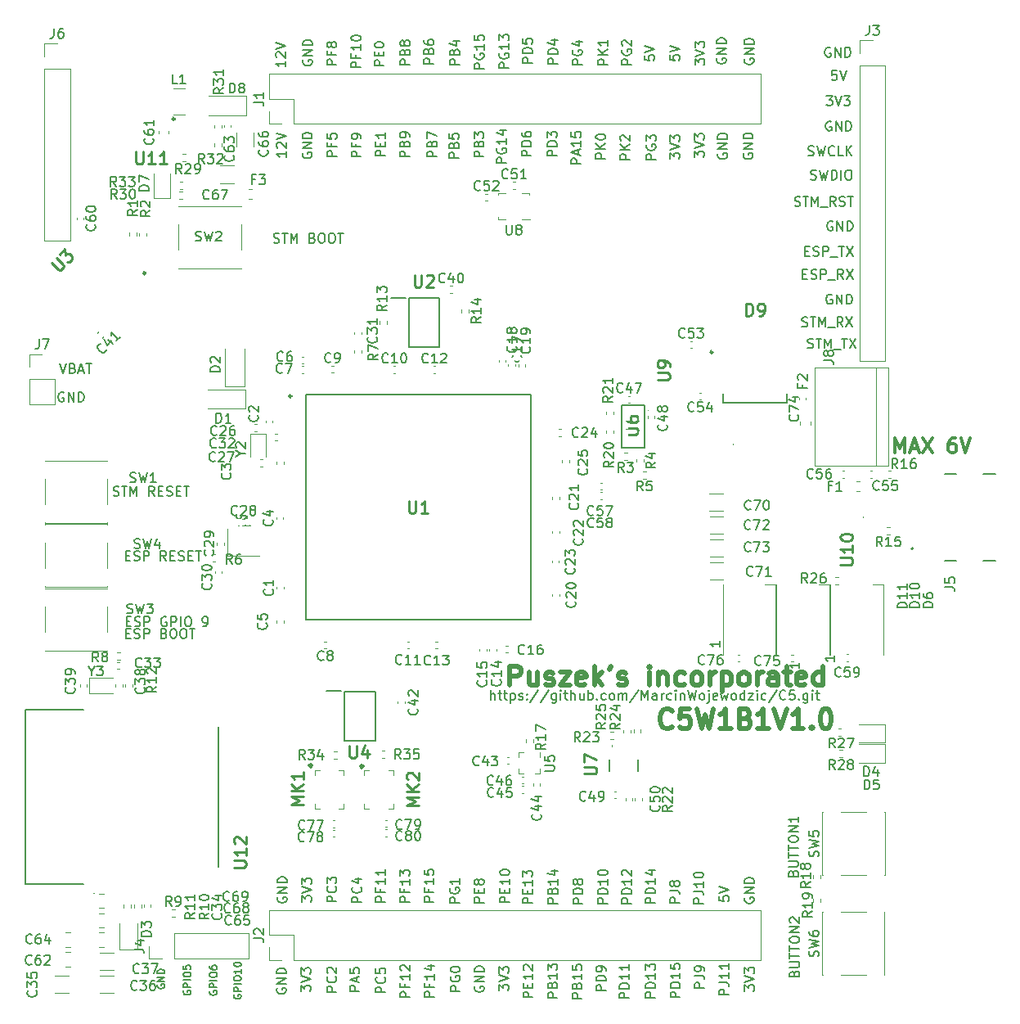
<source format=gto>
G04 #@! TF.GenerationSoftware,KiCad,Pcbnew,(5.1.12)-1*
G04 #@! TF.CreationDate,2024-11-15T22:41:14+01:00*
G04 #@! TF.ProjectId,C5W1B1V1.0,43355731-4231-4563-912e-302e6b696361,rev?*
G04 #@! TF.SameCoordinates,Original*
G04 #@! TF.FileFunction,Legend,Top*
G04 #@! TF.FilePolarity,Positive*
%FSLAX46Y46*%
G04 Gerber Fmt 4.6, Leading zero omitted, Abs format (unit mm)*
G04 Created by KiCad (PCBNEW (5.1.12)-1) date 2024-11-15 22:41:14*
%MOMM*%
%LPD*%
G01*
G04 APERTURE LIST*
%ADD10C,0.300000*%
%ADD11C,0.150000*%
%ADD12C,0.500000*%
%ADD13C,0.120000*%
%ADD14C,0.100000*%
%ADD15C,0.200000*%
%ADD16C,0.250000*%
%ADD17C,0.254000*%
%ADD18R,1.000000X1.500000*%
%ADD19R,1.300000X0.350000*%
%ADD20R,0.350000X2.300000*%
%ADD21R,0.400000X0.950000*%
%ADD22C,3.000000*%
%ADD23R,3.000000X3.000000*%
%ADD24R,1.600000X3.000000*%
%ADD25R,6.000000X6.000000*%
%ADD26R,2.500000X1.750000*%
%ADD27R,0.400000X0.800000*%
%ADD28O,1.700000X1.700000*%
%ADD29R,1.700000X1.700000*%
%ADD30R,0.700000X0.700000*%
%ADD31R,0.900000X1.500000*%
%ADD32R,0.450000X0.600000*%
%ADD33R,1.550000X1.300000*%
%ADD34R,1.700000X2.200000*%
%ADD35R,0.850000X0.400000*%
%ADD36R,0.900000X1.200000*%
%ADD37R,1.300000X1.550000*%
%ADD38R,0.300000X1.475000*%
%ADD39R,1.475000X0.300000*%
%ADD40R,1.200000X0.900000*%
%ADD41R,0.600000X1.100000*%
%ADD42R,1.150000X1.000000*%
%ADD43R,1.100000X0.600000*%
%ADD44R,0.400000X0.400000*%
%ADD45R,0.675000X0.250000*%
%ADD46R,0.250000X0.675000*%
%ADD47R,0.375000X0.350000*%
%ADD48R,0.350000X0.375000*%
%ADD49C,0.650000*%
%ADD50O,2.304000X1.204000*%
%ADD51R,0.990000X0.300000*%
%ADD52R,0.500000X0.500000*%
%ADD53R,1.525000X0.700000*%
G04 APERTURE END LIST*
D10*
X75030000Y-115651428D02*
X74887142Y-115794285D01*
X75030000Y-115937142D01*
X75172857Y-115794285D01*
X75030000Y-115651428D01*
X75030000Y-115937142D01*
X69730000Y-115561428D02*
X69587142Y-115704285D01*
X69730000Y-115847142D01*
X69872857Y-115704285D01*
X69730000Y-115561428D01*
X69730000Y-115847142D01*
X130244285Y-83338571D02*
X130244285Y-81838571D01*
X130744285Y-82910000D01*
X131244285Y-81838571D01*
X131244285Y-83338571D01*
X131887142Y-82910000D02*
X132601428Y-82910000D01*
X131744285Y-83338571D02*
X132244285Y-81838571D01*
X132744285Y-83338571D01*
X133101428Y-81838571D02*
X134101428Y-83338571D01*
X134101428Y-81838571D02*
X133101428Y-83338571D01*
X136458571Y-81838571D02*
X136172857Y-81838571D01*
X136030000Y-81910000D01*
X135958571Y-81981428D01*
X135815714Y-82195714D01*
X135744285Y-82481428D01*
X135744285Y-83052857D01*
X135815714Y-83195714D01*
X135887142Y-83267142D01*
X136030000Y-83338571D01*
X136315714Y-83338571D01*
X136458571Y-83267142D01*
X136530000Y-83195714D01*
X136601428Y-83052857D01*
X136601428Y-82695714D01*
X136530000Y-82552857D01*
X136458571Y-82481428D01*
X136315714Y-82410000D01*
X136030000Y-82410000D01*
X135887142Y-82481428D01*
X135815714Y-82552857D01*
X135744285Y-82695714D01*
X137030000Y-81838571D02*
X137530000Y-83338571D01*
X138030000Y-81838571D01*
D11*
X44178095Y-77130000D02*
X44082857Y-77082380D01*
X43940000Y-77082380D01*
X43797142Y-77130000D01*
X43701904Y-77225238D01*
X43654285Y-77320476D01*
X43606666Y-77510952D01*
X43606666Y-77653809D01*
X43654285Y-77844285D01*
X43701904Y-77939523D01*
X43797142Y-78034761D01*
X43940000Y-78082380D01*
X44035238Y-78082380D01*
X44178095Y-78034761D01*
X44225714Y-77987142D01*
X44225714Y-77653809D01*
X44035238Y-77653809D01*
X44654285Y-78082380D02*
X44654285Y-77082380D01*
X45225714Y-78082380D01*
X45225714Y-77082380D01*
X45701904Y-78082380D02*
X45701904Y-77082380D01*
X45940000Y-77082380D01*
X46082857Y-77130000D01*
X46178095Y-77225238D01*
X46225714Y-77320476D01*
X46273333Y-77510952D01*
X46273333Y-77653809D01*
X46225714Y-77844285D01*
X46178095Y-77939523D01*
X46082857Y-78034761D01*
X45940000Y-78082380D01*
X45701904Y-78082380D01*
X43777142Y-74112380D02*
X44110476Y-75112380D01*
X44443809Y-74112380D01*
X45110476Y-74588571D02*
X45253333Y-74636190D01*
X45300952Y-74683809D01*
X45348571Y-74779047D01*
X45348571Y-74921904D01*
X45300952Y-75017142D01*
X45253333Y-75064761D01*
X45158095Y-75112380D01*
X44777142Y-75112380D01*
X44777142Y-74112380D01*
X45110476Y-74112380D01*
X45205714Y-74160000D01*
X45253333Y-74207619D01*
X45300952Y-74302857D01*
X45300952Y-74398095D01*
X45253333Y-74493333D01*
X45205714Y-74540952D01*
X45110476Y-74588571D01*
X44777142Y-74588571D01*
X45729523Y-74826666D02*
X46205714Y-74826666D01*
X45634285Y-75112380D02*
X45967619Y-74112380D01*
X46300952Y-75112380D01*
X46491428Y-74112380D02*
X47062857Y-74112380D01*
X46777142Y-75112380D02*
X46777142Y-74112380D01*
X65922380Y-61584761D02*
X66065238Y-61632380D01*
X66303333Y-61632380D01*
X66398571Y-61584761D01*
X66446190Y-61537142D01*
X66493809Y-61441904D01*
X66493809Y-61346666D01*
X66446190Y-61251428D01*
X66398571Y-61203809D01*
X66303333Y-61156190D01*
X66112857Y-61108571D01*
X66017619Y-61060952D01*
X65970000Y-61013333D01*
X65922380Y-60918095D01*
X65922380Y-60822857D01*
X65970000Y-60727619D01*
X66017619Y-60680000D01*
X66112857Y-60632380D01*
X66350952Y-60632380D01*
X66493809Y-60680000D01*
X66779523Y-60632380D02*
X67350952Y-60632380D01*
X67065238Y-61632380D02*
X67065238Y-60632380D01*
X67684285Y-61632380D02*
X67684285Y-60632380D01*
X68017619Y-61346666D01*
X68350952Y-60632380D01*
X68350952Y-61632380D01*
X69922380Y-61108571D02*
X70065238Y-61156190D01*
X70112857Y-61203809D01*
X70160476Y-61299047D01*
X70160476Y-61441904D01*
X70112857Y-61537142D01*
X70065238Y-61584761D01*
X69970000Y-61632380D01*
X69589047Y-61632380D01*
X69589047Y-60632380D01*
X69922380Y-60632380D01*
X70017619Y-60680000D01*
X70065238Y-60727619D01*
X70112857Y-60822857D01*
X70112857Y-60918095D01*
X70065238Y-61013333D01*
X70017619Y-61060952D01*
X69922380Y-61108571D01*
X69589047Y-61108571D01*
X70779523Y-60632380D02*
X70970000Y-60632380D01*
X71065238Y-60680000D01*
X71160476Y-60775238D01*
X71208095Y-60965714D01*
X71208095Y-61299047D01*
X71160476Y-61489523D01*
X71065238Y-61584761D01*
X70970000Y-61632380D01*
X70779523Y-61632380D01*
X70684285Y-61584761D01*
X70589047Y-61489523D01*
X70541428Y-61299047D01*
X70541428Y-60965714D01*
X70589047Y-60775238D01*
X70684285Y-60680000D01*
X70779523Y-60632380D01*
X71827142Y-60632380D02*
X72017619Y-60632380D01*
X72112857Y-60680000D01*
X72208095Y-60775238D01*
X72255714Y-60965714D01*
X72255714Y-61299047D01*
X72208095Y-61489523D01*
X72112857Y-61584761D01*
X72017619Y-61632380D01*
X71827142Y-61632380D01*
X71731904Y-61584761D01*
X71636666Y-61489523D01*
X71589047Y-61299047D01*
X71589047Y-60965714D01*
X71636666Y-60775238D01*
X71731904Y-60680000D01*
X71827142Y-60632380D01*
X72541428Y-60632380D02*
X73112857Y-60632380D01*
X72827142Y-61632380D02*
X72827142Y-60632380D01*
X49319047Y-87764761D02*
X49461904Y-87812380D01*
X49700000Y-87812380D01*
X49795238Y-87764761D01*
X49842857Y-87717142D01*
X49890476Y-87621904D01*
X49890476Y-87526666D01*
X49842857Y-87431428D01*
X49795238Y-87383809D01*
X49700000Y-87336190D01*
X49509523Y-87288571D01*
X49414285Y-87240952D01*
X49366666Y-87193333D01*
X49319047Y-87098095D01*
X49319047Y-87002857D01*
X49366666Y-86907619D01*
X49414285Y-86860000D01*
X49509523Y-86812380D01*
X49747619Y-86812380D01*
X49890476Y-86860000D01*
X50176190Y-86812380D02*
X50747619Y-86812380D01*
X50461904Y-87812380D02*
X50461904Y-86812380D01*
X51080952Y-87812380D02*
X51080952Y-86812380D01*
X51414285Y-87526666D01*
X51747619Y-86812380D01*
X51747619Y-87812380D01*
X53557142Y-87812380D02*
X53223809Y-87336190D01*
X52985714Y-87812380D02*
X52985714Y-86812380D01*
X53366666Y-86812380D01*
X53461904Y-86860000D01*
X53509523Y-86907619D01*
X53557142Y-87002857D01*
X53557142Y-87145714D01*
X53509523Y-87240952D01*
X53461904Y-87288571D01*
X53366666Y-87336190D01*
X52985714Y-87336190D01*
X53985714Y-87288571D02*
X54319047Y-87288571D01*
X54461904Y-87812380D02*
X53985714Y-87812380D01*
X53985714Y-86812380D01*
X54461904Y-86812380D01*
X54842857Y-87764761D02*
X54985714Y-87812380D01*
X55223809Y-87812380D01*
X55319047Y-87764761D01*
X55366666Y-87717142D01*
X55414285Y-87621904D01*
X55414285Y-87526666D01*
X55366666Y-87431428D01*
X55319047Y-87383809D01*
X55223809Y-87336190D01*
X55033333Y-87288571D01*
X54938095Y-87240952D01*
X54890476Y-87193333D01*
X54842857Y-87098095D01*
X54842857Y-87002857D01*
X54890476Y-86907619D01*
X54938095Y-86860000D01*
X55033333Y-86812380D01*
X55271428Y-86812380D01*
X55414285Y-86860000D01*
X55842857Y-87288571D02*
X56176190Y-87288571D01*
X56319047Y-87812380D02*
X55842857Y-87812380D01*
X55842857Y-86812380D01*
X56319047Y-86812380D01*
X56604761Y-86812380D02*
X57176190Y-86812380D01*
X56890476Y-87812380D02*
X56890476Y-86812380D01*
X50596666Y-93968571D02*
X50930000Y-93968571D01*
X51072857Y-94492380D02*
X50596666Y-94492380D01*
X50596666Y-93492380D01*
X51072857Y-93492380D01*
X51453809Y-94444761D02*
X51596666Y-94492380D01*
X51834761Y-94492380D01*
X51930000Y-94444761D01*
X51977619Y-94397142D01*
X52025238Y-94301904D01*
X52025238Y-94206666D01*
X51977619Y-94111428D01*
X51930000Y-94063809D01*
X51834761Y-94016190D01*
X51644285Y-93968571D01*
X51549047Y-93920952D01*
X51501428Y-93873333D01*
X51453809Y-93778095D01*
X51453809Y-93682857D01*
X51501428Y-93587619D01*
X51549047Y-93540000D01*
X51644285Y-93492380D01*
X51882380Y-93492380D01*
X52025238Y-93540000D01*
X52453809Y-94492380D02*
X52453809Y-93492380D01*
X52834761Y-93492380D01*
X52930000Y-93540000D01*
X52977619Y-93587619D01*
X53025238Y-93682857D01*
X53025238Y-93825714D01*
X52977619Y-93920952D01*
X52930000Y-93968571D01*
X52834761Y-94016190D01*
X52453809Y-94016190D01*
X54787142Y-94492380D02*
X54453809Y-94016190D01*
X54215714Y-94492380D02*
X54215714Y-93492380D01*
X54596666Y-93492380D01*
X54691904Y-93540000D01*
X54739523Y-93587619D01*
X54787142Y-93682857D01*
X54787142Y-93825714D01*
X54739523Y-93920952D01*
X54691904Y-93968571D01*
X54596666Y-94016190D01*
X54215714Y-94016190D01*
X55215714Y-93968571D02*
X55549047Y-93968571D01*
X55691904Y-94492380D02*
X55215714Y-94492380D01*
X55215714Y-93492380D01*
X55691904Y-93492380D01*
X56072857Y-94444761D02*
X56215714Y-94492380D01*
X56453809Y-94492380D01*
X56549047Y-94444761D01*
X56596666Y-94397142D01*
X56644285Y-94301904D01*
X56644285Y-94206666D01*
X56596666Y-94111428D01*
X56549047Y-94063809D01*
X56453809Y-94016190D01*
X56263333Y-93968571D01*
X56168095Y-93920952D01*
X56120476Y-93873333D01*
X56072857Y-93778095D01*
X56072857Y-93682857D01*
X56120476Y-93587619D01*
X56168095Y-93540000D01*
X56263333Y-93492380D01*
X56501428Y-93492380D01*
X56644285Y-93540000D01*
X57072857Y-93968571D02*
X57406190Y-93968571D01*
X57549047Y-94492380D02*
X57072857Y-94492380D01*
X57072857Y-93492380D01*
X57549047Y-93492380D01*
X57834761Y-93492380D02*
X58406190Y-93492380D01*
X58120476Y-94492380D02*
X58120476Y-93492380D01*
X119798571Y-137228095D02*
X119846190Y-137085238D01*
X119893809Y-137037619D01*
X119989047Y-136990000D01*
X120131904Y-136990000D01*
X120227142Y-137037619D01*
X120274761Y-137085238D01*
X120322380Y-137180476D01*
X120322380Y-137561428D01*
X119322380Y-137561428D01*
X119322380Y-137228095D01*
X119370000Y-137132857D01*
X119417619Y-137085238D01*
X119512857Y-137037619D01*
X119608095Y-137037619D01*
X119703333Y-137085238D01*
X119750952Y-137132857D01*
X119798571Y-137228095D01*
X119798571Y-137561428D01*
X119322380Y-136561428D02*
X120131904Y-136561428D01*
X120227142Y-136513809D01*
X120274761Y-136466190D01*
X120322380Y-136370952D01*
X120322380Y-136180476D01*
X120274761Y-136085238D01*
X120227142Y-136037619D01*
X120131904Y-135990000D01*
X119322380Y-135990000D01*
X119322380Y-135656666D02*
X119322380Y-135085238D01*
X120322380Y-135370952D02*
X119322380Y-135370952D01*
X119322380Y-134894761D02*
X119322380Y-134323333D01*
X120322380Y-134609047D02*
X119322380Y-134609047D01*
X119322380Y-133799523D02*
X119322380Y-133609047D01*
X119370000Y-133513809D01*
X119465238Y-133418571D01*
X119655714Y-133370952D01*
X119989047Y-133370952D01*
X120179523Y-133418571D01*
X120274761Y-133513809D01*
X120322380Y-133609047D01*
X120322380Y-133799523D01*
X120274761Y-133894761D01*
X120179523Y-133990000D01*
X119989047Y-134037619D01*
X119655714Y-134037619D01*
X119465238Y-133990000D01*
X119370000Y-133894761D01*
X119322380Y-133799523D01*
X120322380Y-132942380D02*
X119322380Y-132942380D01*
X120322380Y-132370952D01*
X119322380Y-132370952D01*
X119417619Y-131942380D02*
X119370000Y-131894761D01*
X119322380Y-131799523D01*
X119322380Y-131561428D01*
X119370000Y-131466190D01*
X119417619Y-131418571D01*
X119512857Y-131370952D01*
X119608095Y-131370952D01*
X119750952Y-131418571D01*
X120322380Y-131990000D01*
X120322380Y-131370952D01*
X119688571Y-126828095D02*
X119736190Y-126685238D01*
X119783809Y-126637619D01*
X119879047Y-126590000D01*
X120021904Y-126590000D01*
X120117142Y-126637619D01*
X120164761Y-126685238D01*
X120212380Y-126780476D01*
X120212380Y-127161428D01*
X119212380Y-127161428D01*
X119212380Y-126828095D01*
X119260000Y-126732857D01*
X119307619Y-126685238D01*
X119402857Y-126637619D01*
X119498095Y-126637619D01*
X119593333Y-126685238D01*
X119640952Y-126732857D01*
X119688571Y-126828095D01*
X119688571Y-127161428D01*
X119212380Y-126161428D02*
X120021904Y-126161428D01*
X120117142Y-126113809D01*
X120164761Y-126066190D01*
X120212380Y-125970952D01*
X120212380Y-125780476D01*
X120164761Y-125685238D01*
X120117142Y-125637619D01*
X120021904Y-125590000D01*
X119212380Y-125590000D01*
X119212380Y-125256666D02*
X119212380Y-124685238D01*
X120212380Y-124970952D02*
X119212380Y-124970952D01*
X119212380Y-124494761D02*
X119212380Y-123923333D01*
X120212380Y-124209047D02*
X119212380Y-124209047D01*
X119212380Y-123399523D02*
X119212380Y-123209047D01*
X119260000Y-123113809D01*
X119355238Y-123018571D01*
X119545714Y-122970952D01*
X119879047Y-122970952D01*
X120069523Y-123018571D01*
X120164761Y-123113809D01*
X120212380Y-123209047D01*
X120212380Y-123399523D01*
X120164761Y-123494761D01*
X120069523Y-123590000D01*
X119879047Y-123637619D01*
X119545714Y-123637619D01*
X119355238Y-123590000D01*
X119260000Y-123494761D01*
X119212380Y-123399523D01*
X120212380Y-122542380D02*
X119212380Y-122542380D01*
X120212380Y-121970952D01*
X119212380Y-121970952D01*
X120212380Y-120970952D02*
X120212380Y-121542380D01*
X120212380Y-121256666D02*
X119212380Y-121256666D01*
X119355238Y-121351904D01*
X119450476Y-121447142D01*
X119498095Y-121542380D01*
X61825000Y-139404285D02*
X61789285Y-139475714D01*
X61789285Y-139582857D01*
X61825000Y-139690000D01*
X61896428Y-139761428D01*
X61967857Y-139797142D01*
X62110714Y-139832857D01*
X62217857Y-139832857D01*
X62360714Y-139797142D01*
X62432142Y-139761428D01*
X62503571Y-139690000D01*
X62539285Y-139582857D01*
X62539285Y-139511428D01*
X62503571Y-139404285D01*
X62467857Y-139368571D01*
X62217857Y-139368571D01*
X62217857Y-139511428D01*
X62539285Y-139047142D02*
X61789285Y-139047142D01*
X61789285Y-138761428D01*
X61825000Y-138690000D01*
X61860714Y-138654285D01*
X61932142Y-138618571D01*
X62039285Y-138618571D01*
X62110714Y-138654285D01*
X62146428Y-138690000D01*
X62182142Y-138761428D01*
X62182142Y-139047142D01*
X62539285Y-138297142D02*
X61789285Y-138297142D01*
X61789285Y-137797142D02*
X61789285Y-137654285D01*
X61825000Y-137582857D01*
X61896428Y-137511428D01*
X62039285Y-137475714D01*
X62289285Y-137475714D01*
X62432142Y-137511428D01*
X62503571Y-137582857D01*
X62539285Y-137654285D01*
X62539285Y-137797142D01*
X62503571Y-137868571D01*
X62432142Y-137940000D01*
X62289285Y-137975714D01*
X62039285Y-137975714D01*
X61896428Y-137940000D01*
X61825000Y-137868571D01*
X61789285Y-137797142D01*
X62539285Y-136761428D02*
X62539285Y-137190000D01*
X62539285Y-136975714D02*
X61789285Y-136975714D01*
X61896428Y-137047142D01*
X61967857Y-137118571D01*
X62003571Y-137190000D01*
X61789285Y-136297142D02*
X61789285Y-136225714D01*
X61825000Y-136154285D01*
X61860714Y-136118571D01*
X61932142Y-136082857D01*
X62075000Y-136047142D01*
X62253571Y-136047142D01*
X62396428Y-136082857D01*
X62467857Y-136118571D01*
X62503571Y-136154285D01*
X62539285Y-136225714D01*
X62539285Y-136297142D01*
X62503571Y-136368571D01*
X62467857Y-136404285D01*
X62396428Y-136440000D01*
X62253571Y-136475714D01*
X62075000Y-136475714D01*
X61932142Y-136440000D01*
X61860714Y-136404285D01*
X61825000Y-136368571D01*
X61789285Y-136297142D01*
X59305000Y-139017142D02*
X59269285Y-139088571D01*
X59269285Y-139195714D01*
X59305000Y-139302857D01*
X59376428Y-139374285D01*
X59447857Y-139410000D01*
X59590714Y-139445714D01*
X59697857Y-139445714D01*
X59840714Y-139410000D01*
X59912142Y-139374285D01*
X59983571Y-139302857D01*
X60019285Y-139195714D01*
X60019285Y-139124285D01*
X59983571Y-139017142D01*
X59947857Y-138981428D01*
X59697857Y-138981428D01*
X59697857Y-139124285D01*
X60019285Y-138660000D02*
X59269285Y-138660000D01*
X59269285Y-138374285D01*
X59305000Y-138302857D01*
X59340714Y-138267142D01*
X59412142Y-138231428D01*
X59519285Y-138231428D01*
X59590714Y-138267142D01*
X59626428Y-138302857D01*
X59662142Y-138374285D01*
X59662142Y-138660000D01*
X60019285Y-137910000D02*
X59269285Y-137910000D01*
X59269285Y-137410000D02*
X59269285Y-137267142D01*
X59305000Y-137195714D01*
X59376428Y-137124285D01*
X59519285Y-137088571D01*
X59769285Y-137088571D01*
X59912142Y-137124285D01*
X59983571Y-137195714D01*
X60019285Y-137267142D01*
X60019285Y-137410000D01*
X59983571Y-137481428D01*
X59912142Y-137552857D01*
X59769285Y-137588571D01*
X59519285Y-137588571D01*
X59376428Y-137552857D01*
X59305000Y-137481428D01*
X59269285Y-137410000D01*
X59269285Y-136445714D02*
X59269285Y-136588571D01*
X59305000Y-136660000D01*
X59340714Y-136695714D01*
X59447857Y-136767142D01*
X59590714Y-136802857D01*
X59876428Y-136802857D01*
X59947857Y-136767142D01*
X59983571Y-136731428D01*
X60019285Y-136660000D01*
X60019285Y-136517142D01*
X59983571Y-136445714D01*
X59947857Y-136410000D01*
X59876428Y-136374285D01*
X59697857Y-136374285D01*
X59626428Y-136410000D01*
X59590714Y-136445714D01*
X59555000Y-136517142D01*
X59555000Y-136660000D01*
X59590714Y-136731428D01*
X59626428Y-136767142D01*
X59697857Y-136802857D01*
X56595000Y-138987142D02*
X56559285Y-139058571D01*
X56559285Y-139165714D01*
X56595000Y-139272857D01*
X56666428Y-139344285D01*
X56737857Y-139380000D01*
X56880714Y-139415714D01*
X56987857Y-139415714D01*
X57130714Y-139380000D01*
X57202142Y-139344285D01*
X57273571Y-139272857D01*
X57309285Y-139165714D01*
X57309285Y-139094285D01*
X57273571Y-138987142D01*
X57237857Y-138951428D01*
X56987857Y-138951428D01*
X56987857Y-139094285D01*
X57309285Y-138630000D02*
X56559285Y-138630000D01*
X56559285Y-138344285D01*
X56595000Y-138272857D01*
X56630714Y-138237142D01*
X56702142Y-138201428D01*
X56809285Y-138201428D01*
X56880714Y-138237142D01*
X56916428Y-138272857D01*
X56952142Y-138344285D01*
X56952142Y-138630000D01*
X57309285Y-137880000D02*
X56559285Y-137880000D01*
X56559285Y-137380000D02*
X56559285Y-137237142D01*
X56595000Y-137165714D01*
X56666428Y-137094285D01*
X56809285Y-137058571D01*
X57059285Y-137058571D01*
X57202142Y-137094285D01*
X57273571Y-137165714D01*
X57309285Y-137237142D01*
X57309285Y-137380000D01*
X57273571Y-137451428D01*
X57202142Y-137522857D01*
X57059285Y-137558571D01*
X56809285Y-137558571D01*
X56666428Y-137522857D01*
X56595000Y-137451428D01*
X56559285Y-137380000D01*
X56559285Y-136380000D02*
X56559285Y-136737142D01*
X56916428Y-136772857D01*
X56880714Y-136737142D01*
X56845000Y-136665714D01*
X56845000Y-136487142D01*
X56880714Y-136415714D01*
X56916428Y-136380000D01*
X56987857Y-136344285D01*
X57166428Y-136344285D01*
X57237857Y-136380000D01*
X57273571Y-136415714D01*
X57309285Y-136487142D01*
X57309285Y-136665714D01*
X57273571Y-136737142D01*
X57237857Y-136772857D01*
X53905000Y-138351428D02*
X53869285Y-138422857D01*
X53869285Y-138530000D01*
X53905000Y-138637142D01*
X53976428Y-138708571D01*
X54047857Y-138744285D01*
X54190714Y-138780000D01*
X54297857Y-138780000D01*
X54440714Y-138744285D01*
X54512142Y-138708571D01*
X54583571Y-138637142D01*
X54619285Y-138530000D01*
X54619285Y-138458571D01*
X54583571Y-138351428D01*
X54547857Y-138315714D01*
X54297857Y-138315714D01*
X54297857Y-138458571D01*
X54619285Y-137994285D02*
X53869285Y-137994285D01*
X54619285Y-137565714D01*
X53869285Y-137565714D01*
X54619285Y-137208571D02*
X53869285Y-137208571D01*
X53869285Y-137030000D01*
X53905000Y-136922857D01*
X53976428Y-136851428D01*
X54047857Y-136815714D01*
X54190714Y-136780000D01*
X54297857Y-136780000D01*
X54440714Y-136815714D01*
X54512142Y-136851428D01*
X54583571Y-136922857D01*
X54619285Y-137030000D01*
X54619285Y-137208571D01*
X50620000Y-102028571D02*
X50953333Y-102028571D01*
X51096190Y-102552380D02*
X50620000Y-102552380D01*
X50620000Y-101552380D01*
X51096190Y-101552380D01*
X51477142Y-102504761D02*
X51620000Y-102552380D01*
X51858095Y-102552380D01*
X51953333Y-102504761D01*
X52000952Y-102457142D01*
X52048571Y-102361904D01*
X52048571Y-102266666D01*
X52000952Y-102171428D01*
X51953333Y-102123809D01*
X51858095Y-102076190D01*
X51667619Y-102028571D01*
X51572380Y-101980952D01*
X51524761Y-101933333D01*
X51477142Y-101838095D01*
X51477142Y-101742857D01*
X51524761Y-101647619D01*
X51572380Y-101600000D01*
X51667619Y-101552380D01*
X51905714Y-101552380D01*
X52048571Y-101600000D01*
X52477142Y-102552380D02*
X52477142Y-101552380D01*
X52858095Y-101552380D01*
X52953333Y-101600000D01*
X53000952Y-101647619D01*
X53048571Y-101742857D01*
X53048571Y-101885714D01*
X53000952Y-101980952D01*
X52953333Y-102028571D01*
X52858095Y-102076190D01*
X52477142Y-102076190D01*
X54572380Y-102028571D02*
X54715238Y-102076190D01*
X54762857Y-102123809D01*
X54810476Y-102219047D01*
X54810476Y-102361904D01*
X54762857Y-102457142D01*
X54715238Y-102504761D01*
X54620000Y-102552380D01*
X54239047Y-102552380D01*
X54239047Y-101552380D01*
X54572380Y-101552380D01*
X54667619Y-101600000D01*
X54715238Y-101647619D01*
X54762857Y-101742857D01*
X54762857Y-101838095D01*
X54715238Y-101933333D01*
X54667619Y-101980952D01*
X54572380Y-102028571D01*
X54239047Y-102028571D01*
X55429523Y-101552380D02*
X55620000Y-101552380D01*
X55715238Y-101600000D01*
X55810476Y-101695238D01*
X55858095Y-101885714D01*
X55858095Y-102219047D01*
X55810476Y-102409523D01*
X55715238Y-102504761D01*
X55620000Y-102552380D01*
X55429523Y-102552380D01*
X55334285Y-102504761D01*
X55239047Y-102409523D01*
X55191428Y-102219047D01*
X55191428Y-101885714D01*
X55239047Y-101695238D01*
X55334285Y-101600000D01*
X55429523Y-101552380D01*
X56477142Y-101552380D02*
X56667619Y-101552380D01*
X56762857Y-101600000D01*
X56858095Y-101695238D01*
X56905714Y-101885714D01*
X56905714Y-102219047D01*
X56858095Y-102409523D01*
X56762857Y-102504761D01*
X56667619Y-102552380D01*
X56477142Y-102552380D01*
X56381904Y-102504761D01*
X56286666Y-102409523D01*
X56239047Y-102219047D01*
X56239047Y-101885714D01*
X56286666Y-101695238D01*
X56381904Y-101600000D01*
X56477142Y-101552380D01*
X57191428Y-101552380D02*
X57762857Y-101552380D01*
X57477142Y-102552380D02*
X57477142Y-101552380D01*
X50669523Y-100778571D02*
X51002857Y-100778571D01*
X51145714Y-101302380D02*
X50669523Y-101302380D01*
X50669523Y-100302380D01*
X51145714Y-100302380D01*
X51526666Y-101254761D02*
X51669523Y-101302380D01*
X51907619Y-101302380D01*
X52002857Y-101254761D01*
X52050476Y-101207142D01*
X52098095Y-101111904D01*
X52098095Y-101016666D01*
X52050476Y-100921428D01*
X52002857Y-100873809D01*
X51907619Y-100826190D01*
X51717142Y-100778571D01*
X51621904Y-100730952D01*
X51574285Y-100683333D01*
X51526666Y-100588095D01*
X51526666Y-100492857D01*
X51574285Y-100397619D01*
X51621904Y-100350000D01*
X51717142Y-100302380D01*
X51955238Y-100302380D01*
X52098095Y-100350000D01*
X52526666Y-101302380D02*
X52526666Y-100302380D01*
X52907619Y-100302380D01*
X53002857Y-100350000D01*
X53050476Y-100397619D01*
X53098095Y-100492857D01*
X53098095Y-100635714D01*
X53050476Y-100730952D01*
X53002857Y-100778571D01*
X52907619Y-100826190D01*
X52526666Y-100826190D01*
X54812380Y-100350000D02*
X54717142Y-100302380D01*
X54574285Y-100302380D01*
X54431428Y-100350000D01*
X54336190Y-100445238D01*
X54288571Y-100540476D01*
X54240952Y-100730952D01*
X54240952Y-100873809D01*
X54288571Y-101064285D01*
X54336190Y-101159523D01*
X54431428Y-101254761D01*
X54574285Y-101302380D01*
X54669523Y-101302380D01*
X54812380Y-101254761D01*
X54860000Y-101207142D01*
X54860000Y-100873809D01*
X54669523Y-100873809D01*
X55288571Y-101302380D02*
X55288571Y-100302380D01*
X55669523Y-100302380D01*
X55764761Y-100350000D01*
X55812380Y-100397619D01*
X55860000Y-100492857D01*
X55860000Y-100635714D01*
X55812380Y-100730952D01*
X55764761Y-100778571D01*
X55669523Y-100826190D01*
X55288571Y-100826190D01*
X56288571Y-101302380D02*
X56288571Y-100302380D01*
X56955238Y-100302380D02*
X57145714Y-100302380D01*
X57240952Y-100350000D01*
X57336190Y-100445238D01*
X57383809Y-100635714D01*
X57383809Y-100969047D01*
X57336190Y-101159523D01*
X57240952Y-101254761D01*
X57145714Y-101302380D01*
X56955238Y-101302380D01*
X56860000Y-101254761D01*
X56764761Y-101159523D01*
X56717142Y-100969047D01*
X56717142Y-100635714D01*
X56764761Y-100445238D01*
X56860000Y-100350000D01*
X56955238Y-100302380D01*
X58621904Y-101302380D02*
X58812380Y-101302380D01*
X58907619Y-101254761D01*
X58955238Y-101207142D01*
X59050476Y-101064285D01*
X59098095Y-100873809D01*
X59098095Y-100492857D01*
X59050476Y-100397619D01*
X59002857Y-100350000D01*
X58907619Y-100302380D01*
X58717142Y-100302380D01*
X58621904Y-100350000D01*
X58574285Y-100397619D01*
X58526666Y-100492857D01*
X58526666Y-100730952D01*
X58574285Y-100826190D01*
X58621904Y-100873809D01*
X58717142Y-100921428D01*
X58907619Y-100921428D01*
X59002857Y-100873809D01*
X59050476Y-100826190D01*
X59098095Y-100730952D01*
D12*
X107140952Y-111674285D02*
X107045714Y-111769523D01*
X106760000Y-111864761D01*
X106569523Y-111864761D01*
X106283809Y-111769523D01*
X106093333Y-111579047D01*
X105998095Y-111388571D01*
X105902857Y-111007619D01*
X105902857Y-110721904D01*
X105998095Y-110340952D01*
X106093333Y-110150476D01*
X106283809Y-109960000D01*
X106569523Y-109864761D01*
X106760000Y-109864761D01*
X107045714Y-109960000D01*
X107140952Y-110055238D01*
X108950476Y-109864761D02*
X107998095Y-109864761D01*
X107902857Y-110817142D01*
X107998095Y-110721904D01*
X108188571Y-110626666D01*
X108664761Y-110626666D01*
X108855238Y-110721904D01*
X108950476Y-110817142D01*
X109045714Y-111007619D01*
X109045714Y-111483809D01*
X108950476Y-111674285D01*
X108855238Y-111769523D01*
X108664761Y-111864761D01*
X108188571Y-111864761D01*
X107998095Y-111769523D01*
X107902857Y-111674285D01*
X109712380Y-109864761D02*
X110188571Y-111864761D01*
X110569523Y-110436190D01*
X110950476Y-111864761D01*
X111426666Y-109864761D01*
X113236190Y-111864761D02*
X112093333Y-111864761D01*
X112664761Y-111864761D02*
X112664761Y-109864761D01*
X112474285Y-110150476D01*
X112283809Y-110340952D01*
X112093333Y-110436190D01*
X114760000Y-110817142D02*
X115045714Y-110912380D01*
X115140952Y-111007619D01*
X115236190Y-111198095D01*
X115236190Y-111483809D01*
X115140952Y-111674285D01*
X115045714Y-111769523D01*
X114855238Y-111864761D01*
X114093333Y-111864761D01*
X114093333Y-109864761D01*
X114760000Y-109864761D01*
X114950476Y-109960000D01*
X115045714Y-110055238D01*
X115140952Y-110245714D01*
X115140952Y-110436190D01*
X115045714Y-110626666D01*
X114950476Y-110721904D01*
X114760000Y-110817142D01*
X114093333Y-110817142D01*
X117140952Y-111864761D02*
X115998095Y-111864761D01*
X116569523Y-111864761D02*
X116569523Y-109864761D01*
X116379047Y-110150476D01*
X116188571Y-110340952D01*
X115998095Y-110436190D01*
X117712380Y-109864761D02*
X118379047Y-111864761D01*
X119045714Y-109864761D01*
X120760000Y-111864761D02*
X119617142Y-111864761D01*
X120188571Y-111864761D02*
X120188571Y-109864761D01*
X119998095Y-110150476D01*
X119807619Y-110340952D01*
X119617142Y-110436190D01*
X121617142Y-111674285D02*
X121712380Y-111769523D01*
X121617142Y-111864761D01*
X121521904Y-111769523D01*
X121617142Y-111674285D01*
X121617142Y-111864761D01*
X122950476Y-109864761D02*
X123140952Y-109864761D01*
X123331428Y-109960000D01*
X123426666Y-110055238D01*
X123521904Y-110245714D01*
X123617142Y-110626666D01*
X123617142Y-111102857D01*
X123521904Y-111483809D01*
X123426666Y-111674285D01*
X123331428Y-111769523D01*
X123140952Y-111864761D01*
X122950476Y-111864761D01*
X122760000Y-111769523D01*
X122664761Y-111674285D01*
X122569523Y-111483809D01*
X122474285Y-111102857D01*
X122474285Y-110626666D01*
X122569523Y-110245714D01*
X122664761Y-110055238D01*
X122760000Y-109960000D01*
X122950476Y-109864761D01*
D11*
X88381428Y-108892380D02*
X88381428Y-107892380D01*
X88810000Y-108892380D02*
X88810000Y-108368571D01*
X88762380Y-108273333D01*
X88667142Y-108225714D01*
X88524285Y-108225714D01*
X88429047Y-108273333D01*
X88381428Y-108320952D01*
X89143333Y-108225714D02*
X89524285Y-108225714D01*
X89286190Y-107892380D02*
X89286190Y-108749523D01*
X89333809Y-108844761D01*
X89429047Y-108892380D01*
X89524285Y-108892380D01*
X89714761Y-108225714D02*
X90095714Y-108225714D01*
X89857619Y-107892380D02*
X89857619Y-108749523D01*
X89905238Y-108844761D01*
X90000476Y-108892380D01*
X90095714Y-108892380D01*
X90429047Y-108225714D02*
X90429047Y-109225714D01*
X90429047Y-108273333D02*
X90524285Y-108225714D01*
X90714761Y-108225714D01*
X90810000Y-108273333D01*
X90857619Y-108320952D01*
X90905238Y-108416190D01*
X90905238Y-108701904D01*
X90857619Y-108797142D01*
X90810000Y-108844761D01*
X90714761Y-108892380D01*
X90524285Y-108892380D01*
X90429047Y-108844761D01*
X91286190Y-108844761D02*
X91381428Y-108892380D01*
X91571904Y-108892380D01*
X91667142Y-108844761D01*
X91714761Y-108749523D01*
X91714761Y-108701904D01*
X91667142Y-108606666D01*
X91571904Y-108559047D01*
X91429047Y-108559047D01*
X91333809Y-108511428D01*
X91286190Y-108416190D01*
X91286190Y-108368571D01*
X91333809Y-108273333D01*
X91429047Y-108225714D01*
X91571904Y-108225714D01*
X91667142Y-108273333D01*
X92143333Y-108797142D02*
X92190952Y-108844761D01*
X92143333Y-108892380D01*
X92095714Y-108844761D01*
X92143333Y-108797142D01*
X92143333Y-108892380D01*
X92143333Y-108273333D02*
X92190952Y-108320952D01*
X92143333Y-108368571D01*
X92095714Y-108320952D01*
X92143333Y-108273333D01*
X92143333Y-108368571D01*
X93333809Y-107844761D02*
X92476666Y-109130476D01*
X94381428Y-107844761D02*
X93524285Y-109130476D01*
X95143333Y-108225714D02*
X95143333Y-109035238D01*
X95095714Y-109130476D01*
X95048095Y-109178095D01*
X94952857Y-109225714D01*
X94810000Y-109225714D01*
X94714761Y-109178095D01*
X95143333Y-108844761D02*
X95048095Y-108892380D01*
X94857619Y-108892380D01*
X94762380Y-108844761D01*
X94714761Y-108797142D01*
X94667142Y-108701904D01*
X94667142Y-108416190D01*
X94714761Y-108320952D01*
X94762380Y-108273333D01*
X94857619Y-108225714D01*
X95048095Y-108225714D01*
X95143333Y-108273333D01*
X95619523Y-108892380D02*
X95619523Y-108225714D01*
X95619523Y-107892380D02*
X95571904Y-107940000D01*
X95619523Y-107987619D01*
X95667142Y-107940000D01*
X95619523Y-107892380D01*
X95619523Y-107987619D01*
X95952857Y-108225714D02*
X96333809Y-108225714D01*
X96095714Y-107892380D02*
X96095714Y-108749523D01*
X96143333Y-108844761D01*
X96238571Y-108892380D01*
X96333809Y-108892380D01*
X96667142Y-108892380D02*
X96667142Y-107892380D01*
X97095714Y-108892380D02*
X97095714Y-108368571D01*
X97048095Y-108273333D01*
X96952857Y-108225714D01*
X96810000Y-108225714D01*
X96714761Y-108273333D01*
X96667142Y-108320952D01*
X98000476Y-108225714D02*
X98000476Y-108892380D01*
X97571904Y-108225714D02*
X97571904Y-108749523D01*
X97619523Y-108844761D01*
X97714761Y-108892380D01*
X97857619Y-108892380D01*
X97952857Y-108844761D01*
X98000476Y-108797142D01*
X98476666Y-108892380D02*
X98476666Y-107892380D01*
X98476666Y-108273333D02*
X98571904Y-108225714D01*
X98762380Y-108225714D01*
X98857619Y-108273333D01*
X98905238Y-108320952D01*
X98952857Y-108416190D01*
X98952857Y-108701904D01*
X98905238Y-108797142D01*
X98857619Y-108844761D01*
X98762380Y-108892380D01*
X98571904Y-108892380D01*
X98476666Y-108844761D01*
X99381428Y-108797142D02*
X99429047Y-108844761D01*
X99381428Y-108892380D01*
X99333809Y-108844761D01*
X99381428Y-108797142D01*
X99381428Y-108892380D01*
X100286190Y-108844761D02*
X100190952Y-108892380D01*
X100000476Y-108892380D01*
X99905238Y-108844761D01*
X99857619Y-108797142D01*
X99810000Y-108701904D01*
X99810000Y-108416190D01*
X99857619Y-108320952D01*
X99905238Y-108273333D01*
X100000476Y-108225714D01*
X100190952Y-108225714D01*
X100286190Y-108273333D01*
X100857619Y-108892380D02*
X100762380Y-108844761D01*
X100714761Y-108797142D01*
X100667142Y-108701904D01*
X100667142Y-108416190D01*
X100714761Y-108320952D01*
X100762380Y-108273333D01*
X100857619Y-108225714D01*
X101000476Y-108225714D01*
X101095714Y-108273333D01*
X101143333Y-108320952D01*
X101190952Y-108416190D01*
X101190952Y-108701904D01*
X101143333Y-108797142D01*
X101095714Y-108844761D01*
X101000476Y-108892380D01*
X100857619Y-108892380D01*
X101619523Y-108892380D02*
X101619523Y-108225714D01*
X101619523Y-108320952D02*
X101667142Y-108273333D01*
X101762380Y-108225714D01*
X101905238Y-108225714D01*
X102000476Y-108273333D01*
X102048095Y-108368571D01*
X102048095Y-108892380D01*
X102048095Y-108368571D02*
X102095714Y-108273333D01*
X102190952Y-108225714D01*
X102333809Y-108225714D01*
X102429047Y-108273333D01*
X102476666Y-108368571D01*
X102476666Y-108892380D01*
X103667142Y-107844761D02*
X102810000Y-109130476D01*
X104000476Y-108892380D02*
X104000476Y-107892380D01*
X104333809Y-108606666D01*
X104667142Y-107892380D01*
X104667142Y-108892380D01*
X105571904Y-108892380D02*
X105571904Y-108368571D01*
X105524285Y-108273333D01*
X105429047Y-108225714D01*
X105238571Y-108225714D01*
X105143333Y-108273333D01*
X105571904Y-108844761D02*
X105476666Y-108892380D01*
X105238571Y-108892380D01*
X105143333Y-108844761D01*
X105095714Y-108749523D01*
X105095714Y-108654285D01*
X105143333Y-108559047D01*
X105238571Y-108511428D01*
X105476666Y-108511428D01*
X105571904Y-108463809D01*
X106048095Y-108892380D02*
X106048095Y-108225714D01*
X106048095Y-108416190D02*
X106095714Y-108320952D01*
X106143333Y-108273333D01*
X106238571Y-108225714D01*
X106333809Y-108225714D01*
X107095714Y-108844761D02*
X107000476Y-108892380D01*
X106810000Y-108892380D01*
X106714761Y-108844761D01*
X106667142Y-108797142D01*
X106619523Y-108701904D01*
X106619523Y-108416190D01*
X106667142Y-108320952D01*
X106714761Y-108273333D01*
X106810000Y-108225714D01*
X107000476Y-108225714D01*
X107095714Y-108273333D01*
X107524285Y-108892380D02*
X107524285Y-108225714D01*
X107524285Y-107892380D02*
X107476666Y-107940000D01*
X107524285Y-107987619D01*
X107571904Y-107940000D01*
X107524285Y-107892380D01*
X107524285Y-107987619D01*
X108000476Y-108225714D02*
X108000476Y-108892380D01*
X108000476Y-108320952D02*
X108048095Y-108273333D01*
X108143333Y-108225714D01*
X108286190Y-108225714D01*
X108381428Y-108273333D01*
X108429047Y-108368571D01*
X108429047Y-108892380D01*
X108810000Y-107892380D02*
X109048095Y-108892380D01*
X109238571Y-108178095D01*
X109429047Y-108892380D01*
X109667142Y-107892380D01*
X110190952Y-108892380D02*
X110095714Y-108844761D01*
X110048095Y-108797142D01*
X110000476Y-108701904D01*
X110000476Y-108416190D01*
X110048095Y-108320952D01*
X110095714Y-108273333D01*
X110190952Y-108225714D01*
X110333809Y-108225714D01*
X110429047Y-108273333D01*
X110476666Y-108320952D01*
X110524285Y-108416190D01*
X110524285Y-108701904D01*
X110476666Y-108797142D01*
X110429047Y-108844761D01*
X110333809Y-108892380D01*
X110190952Y-108892380D01*
X110952857Y-108225714D02*
X110952857Y-109082857D01*
X110905238Y-109178095D01*
X110810000Y-109225714D01*
X110762380Y-109225714D01*
X110952857Y-107892380D02*
X110905238Y-107940000D01*
X110952857Y-107987619D01*
X111000476Y-107940000D01*
X110952857Y-107892380D01*
X110952857Y-107987619D01*
X111810000Y-108844761D02*
X111714761Y-108892380D01*
X111524285Y-108892380D01*
X111429047Y-108844761D01*
X111381428Y-108749523D01*
X111381428Y-108368571D01*
X111429047Y-108273333D01*
X111524285Y-108225714D01*
X111714761Y-108225714D01*
X111810000Y-108273333D01*
X111857619Y-108368571D01*
X111857619Y-108463809D01*
X111381428Y-108559047D01*
X112190952Y-108225714D02*
X112381428Y-108892380D01*
X112571904Y-108416190D01*
X112762380Y-108892380D01*
X112952857Y-108225714D01*
X113476666Y-108892380D02*
X113381428Y-108844761D01*
X113333809Y-108797142D01*
X113286190Y-108701904D01*
X113286190Y-108416190D01*
X113333809Y-108320952D01*
X113381428Y-108273333D01*
X113476666Y-108225714D01*
X113619523Y-108225714D01*
X113714761Y-108273333D01*
X113762380Y-108320952D01*
X113810000Y-108416190D01*
X113810000Y-108701904D01*
X113762380Y-108797142D01*
X113714761Y-108844761D01*
X113619523Y-108892380D01*
X113476666Y-108892380D01*
X114667142Y-108892380D02*
X114667142Y-107892380D01*
X114667142Y-108844761D02*
X114571904Y-108892380D01*
X114381428Y-108892380D01*
X114286190Y-108844761D01*
X114238571Y-108797142D01*
X114190952Y-108701904D01*
X114190952Y-108416190D01*
X114238571Y-108320952D01*
X114286190Y-108273333D01*
X114381428Y-108225714D01*
X114571904Y-108225714D01*
X114667142Y-108273333D01*
X115048095Y-108225714D02*
X115571904Y-108225714D01*
X115048095Y-108892380D01*
X115571904Y-108892380D01*
X115952857Y-108892380D02*
X115952857Y-108225714D01*
X115952857Y-107892380D02*
X115905238Y-107940000D01*
X115952857Y-107987619D01*
X116000476Y-107940000D01*
X115952857Y-107892380D01*
X115952857Y-107987619D01*
X116857619Y-108844761D02*
X116762380Y-108892380D01*
X116571904Y-108892380D01*
X116476666Y-108844761D01*
X116429047Y-108797142D01*
X116381428Y-108701904D01*
X116381428Y-108416190D01*
X116429047Y-108320952D01*
X116476666Y-108273333D01*
X116571904Y-108225714D01*
X116762380Y-108225714D01*
X116857619Y-108273333D01*
X118000476Y-107844761D02*
X117143333Y-109130476D01*
X118905238Y-108797142D02*
X118857619Y-108844761D01*
X118714761Y-108892380D01*
X118619523Y-108892380D01*
X118476666Y-108844761D01*
X118381428Y-108749523D01*
X118333809Y-108654285D01*
X118286190Y-108463809D01*
X118286190Y-108320952D01*
X118333809Y-108130476D01*
X118381428Y-108035238D01*
X118476666Y-107940000D01*
X118619523Y-107892380D01*
X118714761Y-107892380D01*
X118857619Y-107940000D01*
X118905238Y-107987619D01*
X119810000Y-107892380D02*
X119333809Y-107892380D01*
X119286190Y-108368571D01*
X119333809Y-108320952D01*
X119429047Y-108273333D01*
X119667142Y-108273333D01*
X119762380Y-108320952D01*
X119810000Y-108368571D01*
X119857619Y-108463809D01*
X119857619Y-108701904D01*
X119810000Y-108797142D01*
X119762380Y-108844761D01*
X119667142Y-108892380D01*
X119429047Y-108892380D01*
X119333809Y-108844761D01*
X119286190Y-108797142D01*
X120286190Y-108797142D02*
X120333809Y-108844761D01*
X120286190Y-108892380D01*
X120238571Y-108844761D01*
X120286190Y-108797142D01*
X120286190Y-108892380D01*
X121190952Y-108225714D02*
X121190952Y-109035238D01*
X121143333Y-109130476D01*
X121095714Y-109178095D01*
X121000476Y-109225714D01*
X120857619Y-109225714D01*
X120762380Y-109178095D01*
X121190952Y-108844761D02*
X121095714Y-108892380D01*
X120905238Y-108892380D01*
X120810000Y-108844761D01*
X120762380Y-108797142D01*
X120714761Y-108701904D01*
X120714761Y-108416190D01*
X120762380Y-108320952D01*
X120810000Y-108273333D01*
X120905238Y-108225714D01*
X121095714Y-108225714D01*
X121190952Y-108273333D01*
X121667142Y-108892380D02*
X121667142Y-108225714D01*
X121667142Y-107892380D02*
X121619523Y-107940000D01*
X121667142Y-107987619D01*
X121714761Y-107940000D01*
X121667142Y-107892380D01*
X121667142Y-107987619D01*
X122000476Y-108225714D02*
X122381428Y-108225714D01*
X122143333Y-107892380D02*
X122143333Y-108749523D01*
X122190952Y-108844761D01*
X122286190Y-108892380D01*
X122381428Y-108892380D01*
D12*
X90349523Y-107394761D02*
X90349523Y-105394761D01*
X91111428Y-105394761D01*
X91301904Y-105490000D01*
X91397142Y-105585238D01*
X91492380Y-105775714D01*
X91492380Y-106061428D01*
X91397142Y-106251904D01*
X91301904Y-106347142D01*
X91111428Y-106442380D01*
X90349523Y-106442380D01*
X93206666Y-106061428D02*
X93206666Y-107394761D01*
X92349523Y-106061428D02*
X92349523Y-107109047D01*
X92444761Y-107299523D01*
X92635238Y-107394761D01*
X92920952Y-107394761D01*
X93111428Y-107299523D01*
X93206666Y-107204285D01*
X94063809Y-107299523D02*
X94254285Y-107394761D01*
X94635238Y-107394761D01*
X94825714Y-107299523D01*
X94920952Y-107109047D01*
X94920952Y-107013809D01*
X94825714Y-106823333D01*
X94635238Y-106728095D01*
X94349523Y-106728095D01*
X94159047Y-106632857D01*
X94063809Y-106442380D01*
X94063809Y-106347142D01*
X94159047Y-106156666D01*
X94349523Y-106061428D01*
X94635238Y-106061428D01*
X94825714Y-106156666D01*
X95587619Y-106061428D02*
X96635238Y-106061428D01*
X95587619Y-107394761D01*
X96635238Y-107394761D01*
X98159047Y-107299523D02*
X97968571Y-107394761D01*
X97587619Y-107394761D01*
X97397142Y-107299523D01*
X97301904Y-107109047D01*
X97301904Y-106347142D01*
X97397142Y-106156666D01*
X97587619Y-106061428D01*
X97968571Y-106061428D01*
X98159047Y-106156666D01*
X98254285Y-106347142D01*
X98254285Y-106537619D01*
X97301904Y-106728095D01*
X99111428Y-107394761D02*
X99111428Y-105394761D01*
X99301904Y-106632857D02*
X99873333Y-107394761D01*
X99873333Y-106061428D02*
X99111428Y-106823333D01*
X100825714Y-105394761D02*
X100635238Y-105775714D01*
X101587619Y-107299523D02*
X101778095Y-107394761D01*
X102159047Y-107394761D01*
X102349523Y-107299523D01*
X102444761Y-107109047D01*
X102444761Y-107013809D01*
X102349523Y-106823333D01*
X102159047Y-106728095D01*
X101873333Y-106728095D01*
X101682857Y-106632857D01*
X101587619Y-106442380D01*
X101587619Y-106347142D01*
X101682857Y-106156666D01*
X101873333Y-106061428D01*
X102159047Y-106061428D01*
X102349523Y-106156666D01*
X104825714Y-107394761D02*
X104825714Y-106061428D01*
X104825714Y-105394761D02*
X104730476Y-105490000D01*
X104825714Y-105585238D01*
X104920952Y-105490000D01*
X104825714Y-105394761D01*
X104825714Y-105585238D01*
X105778095Y-106061428D02*
X105778095Y-107394761D01*
X105778095Y-106251904D02*
X105873333Y-106156666D01*
X106063809Y-106061428D01*
X106349523Y-106061428D01*
X106540000Y-106156666D01*
X106635238Y-106347142D01*
X106635238Y-107394761D01*
X108444761Y-107299523D02*
X108254285Y-107394761D01*
X107873333Y-107394761D01*
X107682857Y-107299523D01*
X107587619Y-107204285D01*
X107492380Y-107013809D01*
X107492380Y-106442380D01*
X107587619Y-106251904D01*
X107682857Y-106156666D01*
X107873333Y-106061428D01*
X108254285Y-106061428D01*
X108444761Y-106156666D01*
X109587619Y-107394761D02*
X109397142Y-107299523D01*
X109301904Y-107204285D01*
X109206666Y-107013809D01*
X109206666Y-106442380D01*
X109301904Y-106251904D01*
X109397142Y-106156666D01*
X109587619Y-106061428D01*
X109873333Y-106061428D01*
X110063809Y-106156666D01*
X110159047Y-106251904D01*
X110254285Y-106442380D01*
X110254285Y-107013809D01*
X110159047Y-107204285D01*
X110063809Y-107299523D01*
X109873333Y-107394761D01*
X109587619Y-107394761D01*
X111111428Y-107394761D02*
X111111428Y-106061428D01*
X111111428Y-106442380D02*
X111206666Y-106251904D01*
X111301904Y-106156666D01*
X111492380Y-106061428D01*
X111682857Y-106061428D01*
X112349523Y-106061428D02*
X112349523Y-108061428D01*
X112349523Y-106156666D02*
X112540000Y-106061428D01*
X112920952Y-106061428D01*
X113111428Y-106156666D01*
X113206666Y-106251904D01*
X113301904Y-106442380D01*
X113301904Y-107013809D01*
X113206666Y-107204285D01*
X113111428Y-107299523D01*
X112920952Y-107394761D01*
X112540000Y-107394761D01*
X112349523Y-107299523D01*
X114444761Y-107394761D02*
X114254285Y-107299523D01*
X114159047Y-107204285D01*
X114063809Y-107013809D01*
X114063809Y-106442380D01*
X114159047Y-106251904D01*
X114254285Y-106156666D01*
X114444761Y-106061428D01*
X114730476Y-106061428D01*
X114920952Y-106156666D01*
X115016190Y-106251904D01*
X115111428Y-106442380D01*
X115111428Y-107013809D01*
X115016190Y-107204285D01*
X114920952Y-107299523D01*
X114730476Y-107394761D01*
X114444761Y-107394761D01*
X115968571Y-107394761D02*
X115968571Y-106061428D01*
X115968571Y-106442380D02*
X116063809Y-106251904D01*
X116159047Y-106156666D01*
X116349523Y-106061428D01*
X116540000Y-106061428D01*
X118063809Y-107394761D02*
X118063809Y-106347142D01*
X117968571Y-106156666D01*
X117778095Y-106061428D01*
X117397142Y-106061428D01*
X117206666Y-106156666D01*
X118063809Y-107299523D02*
X117873333Y-107394761D01*
X117397142Y-107394761D01*
X117206666Y-107299523D01*
X117111428Y-107109047D01*
X117111428Y-106918571D01*
X117206666Y-106728095D01*
X117397142Y-106632857D01*
X117873333Y-106632857D01*
X118063809Y-106537619D01*
X118730476Y-106061428D02*
X119492380Y-106061428D01*
X119016190Y-105394761D02*
X119016190Y-107109047D01*
X119111428Y-107299523D01*
X119301904Y-107394761D01*
X119492380Y-107394761D01*
X120920952Y-107299523D02*
X120730476Y-107394761D01*
X120349523Y-107394761D01*
X120159047Y-107299523D01*
X120063809Y-107109047D01*
X120063809Y-106347142D01*
X120159047Y-106156666D01*
X120349523Y-106061428D01*
X120730476Y-106061428D01*
X120920952Y-106156666D01*
X121016190Y-106347142D01*
X121016190Y-106537619D01*
X120063809Y-106728095D01*
X122730476Y-107394761D02*
X122730476Y-105394761D01*
X122730476Y-107299523D02*
X122539999Y-107394761D01*
X122159047Y-107394761D01*
X121968571Y-107299523D01*
X121873333Y-107204285D01*
X121778095Y-107013809D01*
X121778095Y-106442380D01*
X121873333Y-106251904D01*
X121968571Y-106156666D01*
X122159047Y-106061428D01*
X122539999Y-106061428D01*
X122730476Y-106156666D01*
D11*
X114662380Y-139008095D02*
X114662380Y-138389047D01*
X115043333Y-138722380D01*
X115043333Y-138579523D01*
X115090952Y-138484285D01*
X115138571Y-138436666D01*
X115233809Y-138389047D01*
X115471904Y-138389047D01*
X115567142Y-138436666D01*
X115614761Y-138484285D01*
X115662380Y-138579523D01*
X115662380Y-138865238D01*
X115614761Y-138960476D01*
X115567142Y-139008095D01*
X114662380Y-138103333D02*
X115662380Y-137770000D01*
X114662380Y-137436666D01*
X114662380Y-137198571D02*
X114662380Y-136579523D01*
X115043333Y-136912857D01*
X115043333Y-136770000D01*
X115090952Y-136674761D01*
X115138571Y-136627142D01*
X115233809Y-136579523D01*
X115471904Y-136579523D01*
X115567142Y-136627142D01*
X115614761Y-136674761D01*
X115662380Y-136770000D01*
X115662380Y-137055714D01*
X115614761Y-137150952D01*
X115567142Y-137198571D01*
X114690000Y-129371904D02*
X114642380Y-129467142D01*
X114642380Y-129610000D01*
X114690000Y-129752857D01*
X114785238Y-129848095D01*
X114880476Y-129895714D01*
X115070952Y-129943333D01*
X115213809Y-129943333D01*
X115404285Y-129895714D01*
X115499523Y-129848095D01*
X115594761Y-129752857D01*
X115642380Y-129610000D01*
X115642380Y-129514761D01*
X115594761Y-129371904D01*
X115547142Y-129324285D01*
X115213809Y-129324285D01*
X115213809Y-129514761D01*
X115642380Y-128895714D02*
X114642380Y-128895714D01*
X115642380Y-128324285D01*
X114642380Y-128324285D01*
X115642380Y-127848095D02*
X114642380Y-127848095D01*
X114642380Y-127610000D01*
X114690000Y-127467142D01*
X114785238Y-127371904D01*
X114880476Y-127324285D01*
X115070952Y-127276666D01*
X115213809Y-127276666D01*
X115404285Y-127324285D01*
X115499523Y-127371904D01*
X115594761Y-127467142D01*
X115642380Y-127610000D01*
X115642380Y-127848095D01*
X113032380Y-139405238D02*
X112032380Y-139405238D01*
X112032380Y-139024285D01*
X112080000Y-138929047D01*
X112127619Y-138881428D01*
X112222857Y-138833809D01*
X112365714Y-138833809D01*
X112460952Y-138881428D01*
X112508571Y-138929047D01*
X112556190Y-139024285D01*
X112556190Y-139405238D01*
X112032380Y-138119523D02*
X112746666Y-138119523D01*
X112889523Y-138167142D01*
X112984761Y-138262380D01*
X113032380Y-138405238D01*
X113032380Y-138500476D01*
X113032380Y-137119523D02*
X113032380Y-137690952D01*
X113032380Y-137405238D02*
X112032380Y-137405238D01*
X112175238Y-137500476D01*
X112270476Y-137595714D01*
X112318095Y-137690952D01*
X113032380Y-136167142D02*
X113032380Y-136738571D01*
X113032380Y-136452857D02*
X112032380Y-136452857D01*
X112175238Y-136548095D01*
X112270476Y-136643333D01*
X112318095Y-136738571D01*
X112032380Y-129180476D02*
X112032380Y-129656666D01*
X112508571Y-129704285D01*
X112460952Y-129656666D01*
X112413333Y-129561428D01*
X112413333Y-129323333D01*
X112460952Y-129228095D01*
X112508571Y-129180476D01*
X112603809Y-129132857D01*
X112841904Y-129132857D01*
X112937142Y-129180476D01*
X112984761Y-129228095D01*
X113032380Y-129323333D01*
X113032380Y-129561428D01*
X112984761Y-129656666D01*
X112937142Y-129704285D01*
X112032380Y-128847142D02*
X113032380Y-128513809D01*
X112032380Y-128180476D01*
X110492380Y-138709047D02*
X109492380Y-138709047D01*
X109492380Y-138328095D01*
X109540000Y-138232857D01*
X109587619Y-138185238D01*
X109682857Y-138137619D01*
X109825714Y-138137619D01*
X109920952Y-138185238D01*
X109968571Y-138232857D01*
X110016190Y-138328095D01*
X110016190Y-138709047D01*
X109492380Y-137423333D02*
X110206666Y-137423333D01*
X110349523Y-137470952D01*
X110444761Y-137566190D01*
X110492380Y-137709047D01*
X110492380Y-137804285D01*
X110492380Y-136899523D02*
X110492380Y-136709047D01*
X110444761Y-136613809D01*
X110397142Y-136566190D01*
X110254285Y-136470952D01*
X110063809Y-136423333D01*
X109682857Y-136423333D01*
X109587619Y-136470952D01*
X109540000Y-136518571D01*
X109492380Y-136613809D01*
X109492380Y-136804285D01*
X109540000Y-136899523D01*
X109587619Y-136947142D01*
X109682857Y-136994761D01*
X109920952Y-136994761D01*
X110016190Y-136947142D01*
X110063809Y-136899523D01*
X110111428Y-136804285D01*
X110111428Y-136613809D01*
X110063809Y-136518571D01*
X110016190Y-136470952D01*
X109920952Y-136423333D01*
X110392380Y-129965238D02*
X109392380Y-129965238D01*
X109392380Y-129584285D01*
X109440000Y-129489047D01*
X109487619Y-129441428D01*
X109582857Y-129393809D01*
X109725714Y-129393809D01*
X109820952Y-129441428D01*
X109868571Y-129489047D01*
X109916190Y-129584285D01*
X109916190Y-129965238D01*
X109392380Y-128679523D02*
X110106666Y-128679523D01*
X110249523Y-128727142D01*
X110344761Y-128822380D01*
X110392380Y-128965238D01*
X110392380Y-129060476D01*
X110392380Y-127679523D02*
X110392380Y-128250952D01*
X110392380Y-127965238D02*
X109392380Y-127965238D01*
X109535238Y-128060476D01*
X109630476Y-128155714D01*
X109678095Y-128250952D01*
X109392380Y-127060476D02*
X109392380Y-126965238D01*
X109440000Y-126870000D01*
X109487619Y-126822380D01*
X109582857Y-126774761D01*
X109773333Y-126727142D01*
X110011428Y-126727142D01*
X110201904Y-126774761D01*
X110297142Y-126822380D01*
X110344761Y-126870000D01*
X110392380Y-126965238D01*
X110392380Y-127060476D01*
X110344761Y-127155714D01*
X110297142Y-127203333D01*
X110201904Y-127250952D01*
X110011428Y-127298571D01*
X109773333Y-127298571D01*
X109582857Y-127250952D01*
X109487619Y-127203333D01*
X109440000Y-127155714D01*
X109392380Y-127060476D01*
X107972380Y-139664285D02*
X106972380Y-139664285D01*
X106972380Y-139283333D01*
X107020000Y-139188095D01*
X107067619Y-139140476D01*
X107162857Y-139092857D01*
X107305714Y-139092857D01*
X107400952Y-139140476D01*
X107448571Y-139188095D01*
X107496190Y-139283333D01*
X107496190Y-139664285D01*
X107972380Y-138664285D02*
X106972380Y-138664285D01*
X106972380Y-138426190D01*
X107020000Y-138283333D01*
X107115238Y-138188095D01*
X107210476Y-138140476D01*
X107400952Y-138092857D01*
X107543809Y-138092857D01*
X107734285Y-138140476D01*
X107829523Y-138188095D01*
X107924761Y-138283333D01*
X107972380Y-138426190D01*
X107972380Y-138664285D01*
X107972380Y-137140476D02*
X107972380Y-137711904D01*
X107972380Y-137426190D02*
X106972380Y-137426190D01*
X107115238Y-137521428D01*
X107210476Y-137616666D01*
X107258095Y-137711904D01*
X106972380Y-136235714D02*
X106972380Y-136711904D01*
X107448571Y-136759523D01*
X107400952Y-136711904D01*
X107353333Y-136616666D01*
X107353333Y-136378571D01*
X107400952Y-136283333D01*
X107448571Y-136235714D01*
X107543809Y-136188095D01*
X107781904Y-136188095D01*
X107877142Y-136235714D01*
X107924761Y-136283333D01*
X107972380Y-136378571D01*
X107972380Y-136616666D01*
X107924761Y-136711904D01*
X107877142Y-136759523D01*
X107932380Y-129909047D02*
X106932380Y-129909047D01*
X106932380Y-129528095D01*
X106980000Y-129432857D01*
X107027619Y-129385238D01*
X107122857Y-129337619D01*
X107265714Y-129337619D01*
X107360952Y-129385238D01*
X107408571Y-129432857D01*
X107456190Y-129528095D01*
X107456190Y-129909047D01*
X106932380Y-128623333D02*
X107646666Y-128623333D01*
X107789523Y-128670952D01*
X107884761Y-128766190D01*
X107932380Y-128909047D01*
X107932380Y-129004285D01*
X107360952Y-128004285D02*
X107313333Y-128099523D01*
X107265714Y-128147142D01*
X107170476Y-128194761D01*
X107122857Y-128194761D01*
X107027619Y-128147142D01*
X106980000Y-128099523D01*
X106932380Y-128004285D01*
X106932380Y-127813809D01*
X106980000Y-127718571D01*
X107027619Y-127670952D01*
X107122857Y-127623333D01*
X107170476Y-127623333D01*
X107265714Y-127670952D01*
X107313333Y-127718571D01*
X107360952Y-127813809D01*
X107360952Y-128004285D01*
X107408571Y-128099523D01*
X107456190Y-128147142D01*
X107551428Y-128194761D01*
X107741904Y-128194761D01*
X107837142Y-128147142D01*
X107884761Y-128099523D01*
X107932380Y-128004285D01*
X107932380Y-127813809D01*
X107884761Y-127718571D01*
X107837142Y-127670952D01*
X107741904Y-127623333D01*
X107551428Y-127623333D01*
X107456190Y-127670952D01*
X107408571Y-127718571D01*
X107360952Y-127813809D01*
X105412380Y-139684285D02*
X104412380Y-139684285D01*
X104412380Y-139303333D01*
X104460000Y-139208095D01*
X104507619Y-139160476D01*
X104602857Y-139112857D01*
X104745714Y-139112857D01*
X104840952Y-139160476D01*
X104888571Y-139208095D01*
X104936190Y-139303333D01*
X104936190Y-139684285D01*
X105412380Y-138684285D02*
X104412380Y-138684285D01*
X104412380Y-138446190D01*
X104460000Y-138303333D01*
X104555238Y-138208095D01*
X104650476Y-138160476D01*
X104840952Y-138112857D01*
X104983809Y-138112857D01*
X105174285Y-138160476D01*
X105269523Y-138208095D01*
X105364761Y-138303333D01*
X105412380Y-138446190D01*
X105412380Y-138684285D01*
X105412380Y-137160476D02*
X105412380Y-137731904D01*
X105412380Y-137446190D02*
X104412380Y-137446190D01*
X104555238Y-137541428D01*
X104650476Y-137636666D01*
X104698095Y-137731904D01*
X104412380Y-136827142D02*
X104412380Y-136208095D01*
X104793333Y-136541428D01*
X104793333Y-136398571D01*
X104840952Y-136303333D01*
X104888571Y-136255714D01*
X104983809Y-136208095D01*
X105221904Y-136208095D01*
X105317142Y-136255714D01*
X105364761Y-136303333D01*
X105412380Y-136398571D01*
X105412380Y-136684285D01*
X105364761Y-136779523D01*
X105317142Y-136827142D01*
X105412380Y-129924285D02*
X104412380Y-129924285D01*
X104412380Y-129543333D01*
X104460000Y-129448095D01*
X104507619Y-129400476D01*
X104602857Y-129352857D01*
X104745714Y-129352857D01*
X104840952Y-129400476D01*
X104888571Y-129448095D01*
X104936190Y-129543333D01*
X104936190Y-129924285D01*
X105412380Y-128924285D02*
X104412380Y-128924285D01*
X104412380Y-128686190D01*
X104460000Y-128543333D01*
X104555238Y-128448095D01*
X104650476Y-128400476D01*
X104840952Y-128352857D01*
X104983809Y-128352857D01*
X105174285Y-128400476D01*
X105269523Y-128448095D01*
X105364761Y-128543333D01*
X105412380Y-128686190D01*
X105412380Y-128924285D01*
X105412380Y-127400476D02*
X105412380Y-127971904D01*
X105412380Y-127686190D02*
X104412380Y-127686190D01*
X104555238Y-127781428D01*
X104650476Y-127876666D01*
X104698095Y-127971904D01*
X104745714Y-126543333D02*
X105412380Y-126543333D01*
X104364761Y-126781428D02*
X105079047Y-127019523D01*
X105079047Y-126400476D01*
X102702380Y-139754285D02*
X101702380Y-139754285D01*
X101702380Y-139373333D01*
X101750000Y-139278095D01*
X101797619Y-139230476D01*
X101892857Y-139182857D01*
X102035714Y-139182857D01*
X102130952Y-139230476D01*
X102178571Y-139278095D01*
X102226190Y-139373333D01*
X102226190Y-139754285D01*
X102702380Y-138754285D02*
X101702380Y-138754285D01*
X101702380Y-138516190D01*
X101750000Y-138373333D01*
X101845238Y-138278095D01*
X101940476Y-138230476D01*
X102130952Y-138182857D01*
X102273809Y-138182857D01*
X102464285Y-138230476D01*
X102559523Y-138278095D01*
X102654761Y-138373333D01*
X102702380Y-138516190D01*
X102702380Y-138754285D01*
X102702380Y-137230476D02*
X102702380Y-137801904D01*
X102702380Y-137516190D02*
X101702380Y-137516190D01*
X101845238Y-137611428D01*
X101940476Y-137706666D01*
X101988095Y-137801904D01*
X102702380Y-136278095D02*
X102702380Y-136849523D01*
X102702380Y-136563809D02*
X101702380Y-136563809D01*
X101845238Y-136659047D01*
X101940476Y-136754285D01*
X101988095Y-136849523D01*
X102962380Y-129954285D02*
X101962380Y-129954285D01*
X101962380Y-129573333D01*
X102010000Y-129478095D01*
X102057619Y-129430476D01*
X102152857Y-129382857D01*
X102295714Y-129382857D01*
X102390952Y-129430476D01*
X102438571Y-129478095D01*
X102486190Y-129573333D01*
X102486190Y-129954285D01*
X102962380Y-128954285D02*
X101962380Y-128954285D01*
X101962380Y-128716190D01*
X102010000Y-128573333D01*
X102105238Y-128478095D01*
X102200476Y-128430476D01*
X102390952Y-128382857D01*
X102533809Y-128382857D01*
X102724285Y-128430476D01*
X102819523Y-128478095D01*
X102914761Y-128573333D01*
X102962380Y-128716190D01*
X102962380Y-128954285D01*
X102962380Y-127430476D02*
X102962380Y-128001904D01*
X102962380Y-127716190D02*
X101962380Y-127716190D01*
X102105238Y-127811428D01*
X102200476Y-127906666D01*
X102248095Y-128001904D01*
X102057619Y-127049523D02*
X102010000Y-127001904D01*
X101962380Y-126906666D01*
X101962380Y-126668571D01*
X102010000Y-126573333D01*
X102057619Y-126525714D01*
X102152857Y-126478095D01*
X102248095Y-126478095D01*
X102390952Y-126525714D01*
X102962380Y-127097142D01*
X102962380Y-126478095D01*
X100282380Y-138978095D02*
X99282380Y-138978095D01*
X99282380Y-138597142D01*
X99330000Y-138501904D01*
X99377619Y-138454285D01*
X99472857Y-138406666D01*
X99615714Y-138406666D01*
X99710952Y-138454285D01*
X99758571Y-138501904D01*
X99806190Y-138597142D01*
X99806190Y-138978095D01*
X100282380Y-137978095D02*
X99282380Y-137978095D01*
X99282380Y-137740000D01*
X99330000Y-137597142D01*
X99425238Y-137501904D01*
X99520476Y-137454285D01*
X99710952Y-137406666D01*
X99853809Y-137406666D01*
X100044285Y-137454285D01*
X100139523Y-137501904D01*
X100234761Y-137597142D01*
X100282380Y-137740000D01*
X100282380Y-137978095D01*
X100282380Y-136930476D02*
X100282380Y-136740000D01*
X100234761Y-136644761D01*
X100187142Y-136597142D01*
X100044285Y-136501904D01*
X99853809Y-136454285D01*
X99472857Y-136454285D01*
X99377619Y-136501904D01*
X99330000Y-136549523D01*
X99282380Y-136644761D01*
X99282380Y-136835238D01*
X99330000Y-136930476D01*
X99377619Y-136978095D01*
X99472857Y-137025714D01*
X99710952Y-137025714D01*
X99806190Y-136978095D01*
X99853809Y-136930476D01*
X99901428Y-136835238D01*
X99901428Y-136644761D01*
X99853809Y-136549523D01*
X99806190Y-136501904D01*
X99710952Y-136454285D01*
X100462380Y-129954285D02*
X99462380Y-129954285D01*
X99462380Y-129573333D01*
X99510000Y-129478095D01*
X99557619Y-129430476D01*
X99652857Y-129382857D01*
X99795714Y-129382857D01*
X99890952Y-129430476D01*
X99938571Y-129478095D01*
X99986190Y-129573333D01*
X99986190Y-129954285D01*
X100462380Y-128954285D02*
X99462380Y-128954285D01*
X99462380Y-128716190D01*
X99510000Y-128573333D01*
X99605238Y-128478095D01*
X99700476Y-128430476D01*
X99890952Y-128382857D01*
X100033809Y-128382857D01*
X100224285Y-128430476D01*
X100319523Y-128478095D01*
X100414761Y-128573333D01*
X100462380Y-128716190D01*
X100462380Y-128954285D01*
X100462380Y-127430476D02*
X100462380Y-128001904D01*
X100462380Y-127716190D02*
X99462380Y-127716190D01*
X99605238Y-127811428D01*
X99700476Y-127906666D01*
X99748095Y-128001904D01*
X99462380Y-126811428D02*
X99462380Y-126716190D01*
X99510000Y-126620952D01*
X99557619Y-126573333D01*
X99652857Y-126525714D01*
X99843333Y-126478095D01*
X100081428Y-126478095D01*
X100271904Y-126525714D01*
X100367142Y-126573333D01*
X100414761Y-126620952D01*
X100462380Y-126716190D01*
X100462380Y-126811428D01*
X100414761Y-126906666D01*
X100367142Y-126954285D01*
X100271904Y-127001904D01*
X100081428Y-127049523D01*
X99843333Y-127049523D01*
X99652857Y-127001904D01*
X99557619Y-126954285D01*
X99510000Y-126906666D01*
X99462380Y-126811428D01*
X97822380Y-139764285D02*
X96822380Y-139764285D01*
X96822380Y-139383333D01*
X96870000Y-139288095D01*
X96917619Y-139240476D01*
X97012857Y-139192857D01*
X97155714Y-139192857D01*
X97250952Y-139240476D01*
X97298571Y-139288095D01*
X97346190Y-139383333D01*
X97346190Y-139764285D01*
X97298571Y-138430952D02*
X97346190Y-138288095D01*
X97393809Y-138240476D01*
X97489047Y-138192857D01*
X97631904Y-138192857D01*
X97727142Y-138240476D01*
X97774761Y-138288095D01*
X97822380Y-138383333D01*
X97822380Y-138764285D01*
X96822380Y-138764285D01*
X96822380Y-138430952D01*
X96870000Y-138335714D01*
X96917619Y-138288095D01*
X97012857Y-138240476D01*
X97108095Y-138240476D01*
X97203333Y-138288095D01*
X97250952Y-138335714D01*
X97298571Y-138430952D01*
X97298571Y-138764285D01*
X97822380Y-137240476D02*
X97822380Y-137811904D01*
X97822380Y-137526190D02*
X96822380Y-137526190D01*
X96965238Y-137621428D01*
X97060476Y-137716666D01*
X97108095Y-137811904D01*
X96822380Y-136335714D02*
X96822380Y-136811904D01*
X97298571Y-136859523D01*
X97250952Y-136811904D01*
X97203333Y-136716666D01*
X97203333Y-136478571D01*
X97250952Y-136383333D01*
X97298571Y-136335714D01*
X97393809Y-136288095D01*
X97631904Y-136288095D01*
X97727142Y-136335714D01*
X97774761Y-136383333D01*
X97822380Y-136478571D01*
X97822380Y-136716666D01*
X97774761Y-136811904D01*
X97727142Y-136859523D01*
X97902380Y-129958095D02*
X96902380Y-129958095D01*
X96902380Y-129577142D01*
X96950000Y-129481904D01*
X96997619Y-129434285D01*
X97092857Y-129386666D01*
X97235714Y-129386666D01*
X97330952Y-129434285D01*
X97378571Y-129481904D01*
X97426190Y-129577142D01*
X97426190Y-129958095D01*
X97902380Y-128958095D02*
X96902380Y-128958095D01*
X96902380Y-128720000D01*
X96950000Y-128577142D01*
X97045238Y-128481904D01*
X97140476Y-128434285D01*
X97330952Y-128386666D01*
X97473809Y-128386666D01*
X97664285Y-128434285D01*
X97759523Y-128481904D01*
X97854761Y-128577142D01*
X97902380Y-128720000D01*
X97902380Y-128958095D01*
X97330952Y-127815238D02*
X97283333Y-127910476D01*
X97235714Y-127958095D01*
X97140476Y-128005714D01*
X97092857Y-128005714D01*
X96997619Y-127958095D01*
X96950000Y-127910476D01*
X96902380Y-127815238D01*
X96902380Y-127624761D01*
X96950000Y-127529523D01*
X96997619Y-127481904D01*
X97092857Y-127434285D01*
X97140476Y-127434285D01*
X97235714Y-127481904D01*
X97283333Y-127529523D01*
X97330952Y-127624761D01*
X97330952Y-127815238D01*
X97378571Y-127910476D01*
X97426190Y-127958095D01*
X97521428Y-128005714D01*
X97711904Y-128005714D01*
X97807142Y-127958095D01*
X97854761Y-127910476D01*
X97902380Y-127815238D01*
X97902380Y-127624761D01*
X97854761Y-127529523D01*
X97807142Y-127481904D01*
X97711904Y-127434285D01*
X97521428Y-127434285D01*
X97426190Y-127481904D01*
X97378571Y-127529523D01*
X97330952Y-127624761D01*
X95282380Y-139694285D02*
X94282380Y-139694285D01*
X94282380Y-139313333D01*
X94330000Y-139218095D01*
X94377619Y-139170476D01*
X94472857Y-139122857D01*
X94615714Y-139122857D01*
X94710952Y-139170476D01*
X94758571Y-139218095D01*
X94806190Y-139313333D01*
X94806190Y-139694285D01*
X94758571Y-138360952D02*
X94806190Y-138218095D01*
X94853809Y-138170476D01*
X94949047Y-138122857D01*
X95091904Y-138122857D01*
X95187142Y-138170476D01*
X95234761Y-138218095D01*
X95282380Y-138313333D01*
X95282380Y-138694285D01*
X94282380Y-138694285D01*
X94282380Y-138360952D01*
X94330000Y-138265714D01*
X94377619Y-138218095D01*
X94472857Y-138170476D01*
X94568095Y-138170476D01*
X94663333Y-138218095D01*
X94710952Y-138265714D01*
X94758571Y-138360952D01*
X94758571Y-138694285D01*
X95282380Y-137170476D02*
X95282380Y-137741904D01*
X95282380Y-137456190D02*
X94282380Y-137456190D01*
X94425238Y-137551428D01*
X94520476Y-137646666D01*
X94568095Y-137741904D01*
X94282380Y-136837142D02*
X94282380Y-136218095D01*
X94663333Y-136551428D01*
X94663333Y-136408571D01*
X94710952Y-136313333D01*
X94758571Y-136265714D01*
X94853809Y-136218095D01*
X95091904Y-136218095D01*
X95187142Y-136265714D01*
X95234761Y-136313333D01*
X95282380Y-136408571D01*
X95282380Y-136694285D01*
X95234761Y-136789523D01*
X95187142Y-136837142D01*
X95292380Y-129954285D02*
X94292380Y-129954285D01*
X94292380Y-129573333D01*
X94340000Y-129478095D01*
X94387619Y-129430476D01*
X94482857Y-129382857D01*
X94625714Y-129382857D01*
X94720952Y-129430476D01*
X94768571Y-129478095D01*
X94816190Y-129573333D01*
X94816190Y-129954285D01*
X94768571Y-128620952D02*
X94816190Y-128478095D01*
X94863809Y-128430476D01*
X94959047Y-128382857D01*
X95101904Y-128382857D01*
X95197142Y-128430476D01*
X95244761Y-128478095D01*
X95292380Y-128573333D01*
X95292380Y-128954285D01*
X94292380Y-128954285D01*
X94292380Y-128620952D01*
X94340000Y-128525714D01*
X94387619Y-128478095D01*
X94482857Y-128430476D01*
X94578095Y-128430476D01*
X94673333Y-128478095D01*
X94720952Y-128525714D01*
X94768571Y-128620952D01*
X94768571Y-128954285D01*
X95292380Y-127430476D02*
X95292380Y-128001904D01*
X95292380Y-127716190D02*
X94292380Y-127716190D01*
X94435238Y-127811428D01*
X94530476Y-127906666D01*
X94578095Y-128001904D01*
X94625714Y-126573333D02*
X95292380Y-126573333D01*
X94244761Y-126811428D02*
X94959047Y-127049523D01*
X94959047Y-126430476D01*
X92732380Y-139666666D02*
X91732380Y-139666666D01*
X91732380Y-139285714D01*
X91780000Y-139190476D01*
X91827619Y-139142857D01*
X91922857Y-139095238D01*
X92065714Y-139095238D01*
X92160952Y-139142857D01*
X92208571Y-139190476D01*
X92256190Y-139285714D01*
X92256190Y-139666666D01*
X92208571Y-138666666D02*
X92208571Y-138333333D01*
X92732380Y-138190476D02*
X92732380Y-138666666D01*
X91732380Y-138666666D01*
X91732380Y-138190476D01*
X92732380Y-137238095D02*
X92732380Y-137809523D01*
X92732380Y-137523809D02*
X91732380Y-137523809D01*
X91875238Y-137619047D01*
X91970476Y-137714285D01*
X92018095Y-137809523D01*
X91827619Y-136857142D02*
X91780000Y-136809523D01*
X91732380Y-136714285D01*
X91732380Y-136476190D01*
X91780000Y-136380952D01*
X91827619Y-136333333D01*
X91922857Y-136285714D01*
X92018095Y-136285714D01*
X92160952Y-136333333D01*
X92732380Y-136904761D01*
X92732380Y-136285714D01*
X92692380Y-129936666D02*
X91692380Y-129936666D01*
X91692380Y-129555714D01*
X91740000Y-129460476D01*
X91787619Y-129412857D01*
X91882857Y-129365238D01*
X92025714Y-129365238D01*
X92120952Y-129412857D01*
X92168571Y-129460476D01*
X92216190Y-129555714D01*
X92216190Y-129936666D01*
X92168571Y-128936666D02*
X92168571Y-128603333D01*
X92692380Y-128460476D02*
X92692380Y-128936666D01*
X91692380Y-128936666D01*
X91692380Y-128460476D01*
X92692380Y-127508095D02*
X92692380Y-128079523D01*
X92692380Y-127793809D02*
X91692380Y-127793809D01*
X91835238Y-127889047D01*
X91930476Y-127984285D01*
X91978095Y-128079523D01*
X91692380Y-127174761D02*
X91692380Y-126555714D01*
X92073333Y-126889047D01*
X92073333Y-126746190D01*
X92120952Y-126650952D01*
X92168571Y-126603333D01*
X92263809Y-126555714D01*
X92501904Y-126555714D01*
X92597142Y-126603333D01*
X92644761Y-126650952D01*
X92692380Y-126746190D01*
X92692380Y-127031904D01*
X92644761Y-127127142D01*
X92597142Y-127174761D01*
X89242380Y-138948095D02*
X89242380Y-138329047D01*
X89623333Y-138662380D01*
X89623333Y-138519523D01*
X89670952Y-138424285D01*
X89718571Y-138376666D01*
X89813809Y-138329047D01*
X90051904Y-138329047D01*
X90147142Y-138376666D01*
X90194761Y-138424285D01*
X90242380Y-138519523D01*
X90242380Y-138805238D01*
X90194761Y-138900476D01*
X90147142Y-138948095D01*
X89242380Y-138043333D02*
X90242380Y-137710000D01*
X89242380Y-137376666D01*
X89242380Y-137138571D02*
X89242380Y-136519523D01*
X89623333Y-136852857D01*
X89623333Y-136710000D01*
X89670952Y-136614761D01*
X89718571Y-136567142D01*
X89813809Y-136519523D01*
X90051904Y-136519523D01*
X90147142Y-136567142D01*
X90194761Y-136614761D01*
X90242380Y-136710000D01*
X90242380Y-136995714D01*
X90194761Y-137090952D01*
X90147142Y-137138571D01*
X90332380Y-129846666D02*
X89332380Y-129846666D01*
X89332380Y-129465714D01*
X89380000Y-129370476D01*
X89427619Y-129322857D01*
X89522857Y-129275238D01*
X89665714Y-129275238D01*
X89760952Y-129322857D01*
X89808571Y-129370476D01*
X89856190Y-129465714D01*
X89856190Y-129846666D01*
X89808571Y-128846666D02*
X89808571Y-128513333D01*
X90332380Y-128370476D02*
X90332380Y-128846666D01*
X89332380Y-128846666D01*
X89332380Y-128370476D01*
X90332380Y-127418095D02*
X90332380Y-127989523D01*
X90332380Y-127703809D02*
X89332380Y-127703809D01*
X89475238Y-127799047D01*
X89570476Y-127894285D01*
X89618095Y-127989523D01*
X89332380Y-126799047D02*
X89332380Y-126703809D01*
X89380000Y-126608571D01*
X89427619Y-126560952D01*
X89522857Y-126513333D01*
X89713333Y-126465714D01*
X89951428Y-126465714D01*
X90141904Y-126513333D01*
X90237142Y-126560952D01*
X90284761Y-126608571D01*
X90332380Y-126703809D01*
X90332380Y-126799047D01*
X90284761Y-126894285D01*
X90237142Y-126941904D01*
X90141904Y-126989523D01*
X89951428Y-127037142D01*
X89713333Y-127037142D01*
X89522857Y-126989523D01*
X89427619Y-126941904D01*
X89380000Y-126894285D01*
X89332380Y-126799047D01*
X86740000Y-138541904D02*
X86692380Y-138637142D01*
X86692380Y-138780000D01*
X86740000Y-138922857D01*
X86835238Y-139018095D01*
X86930476Y-139065714D01*
X87120952Y-139113333D01*
X87263809Y-139113333D01*
X87454285Y-139065714D01*
X87549523Y-139018095D01*
X87644761Y-138922857D01*
X87692380Y-138780000D01*
X87692380Y-138684761D01*
X87644761Y-138541904D01*
X87597142Y-138494285D01*
X87263809Y-138494285D01*
X87263809Y-138684761D01*
X87692380Y-138065714D02*
X86692380Y-138065714D01*
X87692380Y-137494285D01*
X86692380Y-137494285D01*
X87692380Y-137018095D02*
X86692380Y-137018095D01*
X86692380Y-136780000D01*
X86740000Y-136637142D01*
X86835238Y-136541904D01*
X86930476Y-136494285D01*
X87120952Y-136446666D01*
X87263809Y-136446666D01*
X87454285Y-136494285D01*
X87549523Y-136541904D01*
X87644761Y-136637142D01*
X87692380Y-136780000D01*
X87692380Y-137018095D01*
X87672380Y-129870476D02*
X86672380Y-129870476D01*
X86672380Y-129489523D01*
X86720000Y-129394285D01*
X86767619Y-129346666D01*
X86862857Y-129299047D01*
X87005714Y-129299047D01*
X87100952Y-129346666D01*
X87148571Y-129394285D01*
X87196190Y-129489523D01*
X87196190Y-129870476D01*
X87148571Y-128870476D02*
X87148571Y-128537142D01*
X87672380Y-128394285D02*
X87672380Y-128870476D01*
X86672380Y-128870476D01*
X86672380Y-128394285D01*
X87100952Y-127822857D02*
X87053333Y-127918095D01*
X87005714Y-127965714D01*
X86910476Y-128013333D01*
X86862857Y-128013333D01*
X86767619Y-127965714D01*
X86720000Y-127918095D01*
X86672380Y-127822857D01*
X86672380Y-127632380D01*
X86720000Y-127537142D01*
X86767619Y-127489523D01*
X86862857Y-127441904D01*
X86910476Y-127441904D01*
X87005714Y-127489523D01*
X87053333Y-127537142D01*
X87100952Y-127632380D01*
X87100952Y-127822857D01*
X87148571Y-127918095D01*
X87196190Y-127965714D01*
X87291428Y-128013333D01*
X87481904Y-128013333D01*
X87577142Y-127965714D01*
X87624761Y-127918095D01*
X87672380Y-127822857D01*
X87672380Y-127632380D01*
X87624761Y-127537142D01*
X87577142Y-127489523D01*
X87481904Y-127441904D01*
X87291428Y-127441904D01*
X87196190Y-127489523D01*
X87148571Y-127537142D01*
X87100952Y-127632380D01*
X85202380Y-139018095D02*
X84202380Y-139018095D01*
X84202380Y-138637142D01*
X84250000Y-138541904D01*
X84297619Y-138494285D01*
X84392857Y-138446666D01*
X84535714Y-138446666D01*
X84630952Y-138494285D01*
X84678571Y-138541904D01*
X84726190Y-138637142D01*
X84726190Y-139018095D01*
X84250000Y-137494285D02*
X84202380Y-137589523D01*
X84202380Y-137732380D01*
X84250000Y-137875238D01*
X84345238Y-137970476D01*
X84440476Y-138018095D01*
X84630952Y-138065714D01*
X84773809Y-138065714D01*
X84964285Y-138018095D01*
X85059523Y-137970476D01*
X85154761Y-137875238D01*
X85202380Y-137732380D01*
X85202380Y-137637142D01*
X85154761Y-137494285D01*
X85107142Y-137446666D01*
X84773809Y-137446666D01*
X84773809Y-137637142D01*
X84202380Y-136827619D02*
X84202380Y-136732380D01*
X84250000Y-136637142D01*
X84297619Y-136589523D01*
X84392857Y-136541904D01*
X84583333Y-136494285D01*
X84821428Y-136494285D01*
X85011904Y-136541904D01*
X85107142Y-136589523D01*
X85154761Y-136637142D01*
X85202380Y-136732380D01*
X85202380Y-136827619D01*
X85154761Y-136922857D01*
X85107142Y-136970476D01*
X85011904Y-137018095D01*
X84821428Y-137065714D01*
X84583333Y-137065714D01*
X84392857Y-137018095D01*
X84297619Y-136970476D01*
X84250000Y-136922857D01*
X84202380Y-136827619D01*
X85132380Y-129898095D02*
X84132380Y-129898095D01*
X84132380Y-129517142D01*
X84180000Y-129421904D01*
X84227619Y-129374285D01*
X84322857Y-129326666D01*
X84465714Y-129326666D01*
X84560952Y-129374285D01*
X84608571Y-129421904D01*
X84656190Y-129517142D01*
X84656190Y-129898095D01*
X84180000Y-128374285D02*
X84132380Y-128469523D01*
X84132380Y-128612380D01*
X84180000Y-128755238D01*
X84275238Y-128850476D01*
X84370476Y-128898095D01*
X84560952Y-128945714D01*
X84703809Y-128945714D01*
X84894285Y-128898095D01*
X84989523Y-128850476D01*
X85084761Y-128755238D01*
X85132380Y-128612380D01*
X85132380Y-128517142D01*
X85084761Y-128374285D01*
X85037142Y-128326666D01*
X84703809Y-128326666D01*
X84703809Y-128517142D01*
X85132380Y-127374285D02*
X85132380Y-127945714D01*
X85132380Y-127660000D02*
X84132380Y-127660000D01*
X84275238Y-127755238D01*
X84370476Y-127850476D01*
X84418095Y-127945714D01*
X82532380Y-139632857D02*
X81532380Y-139632857D01*
X81532380Y-139251904D01*
X81580000Y-139156666D01*
X81627619Y-139109047D01*
X81722857Y-139061428D01*
X81865714Y-139061428D01*
X81960952Y-139109047D01*
X82008571Y-139156666D01*
X82056190Y-139251904D01*
X82056190Y-139632857D01*
X82008571Y-138299523D02*
X82008571Y-138632857D01*
X82532380Y-138632857D02*
X81532380Y-138632857D01*
X81532380Y-138156666D01*
X82532380Y-137251904D02*
X82532380Y-137823333D01*
X82532380Y-137537619D02*
X81532380Y-137537619D01*
X81675238Y-137632857D01*
X81770476Y-137728095D01*
X81818095Y-137823333D01*
X81865714Y-136394761D02*
X82532380Y-136394761D01*
X81484761Y-136632857D02*
X82199047Y-136870952D01*
X82199047Y-136251904D01*
X82492380Y-129772857D02*
X81492380Y-129772857D01*
X81492380Y-129391904D01*
X81540000Y-129296666D01*
X81587619Y-129249047D01*
X81682857Y-129201428D01*
X81825714Y-129201428D01*
X81920952Y-129249047D01*
X81968571Y-129296666D01*
X82016190Y-129391904D01*
X82016190Y-129772857D01*
X81968571Y-128439523D02*
X81968571Y-128772857D01*
X82492380Y-128772857D02*
X81492380Y-128772857D01*
X81492380Y-128296666D01*
X82492380Y-127391904D02*
X82492380Y-127963333D01*
X82492380Y-127677619D02*
X81492380Y-127677619D01*
X81635238Y-127772857D01*
X81730476Y-127868095D01*
X81778095Y-127963333D01*
X81492380Y-126487142D02*
X81492380Y-126963333D01*
X81968571Y-127010952D01*
X81920952Y-126963333D01*
X81873333Y-126868095D01*
X81873333Y-126630000D01*
X81920952Y-126534761D01*
X81968571Y-126487142D01*
X82063809Y-126439523D01*
X82301904Y-126439523D01*
X82397142Y-126487142D01*
X82444761Y-126534761D01*
X82492380Y-126630000D01*
X82492380Y-126868095D01*
X82444761Y-126963333D01*
X82397142Y-127010952D01*
X80022380Y-139652857D02*
X79022380Y-139652857D01*
X79022380Y-139271904D01*
X79070000Y-139176666D01*
X79117619Y-139129047D01*
X79212857Y-139081428D01*
X79355714Y-139081428D01*
X79450952Y-139129047D01*
X79498571Y-139176666D01*
X79546190Y-139271904D01*
X79546190Y-139652857D01*
X79498571Y-138319523D02*
X79498571Y-138652857D01*
X80022380Y-138652857D02*
X79022380Y-138652857D01*
X79022380Y-138176666D01*
X80022380Y-137271904D02*
X80022380Y-137843333D01*
X80022380Y-137557619D02*
X79022380Y-137557619D01*
X79165238Y-137652857D01*
X79260476Y-137748095D01*
X79308095Y-137843333D01*
X79117619Y-136890952D02*
X79070000Y-136843333D01*
X79022380Y-136748095D01*
X79022380Y-136510000D01*
X79070000Y-136414761D01*
X79117619Y-136367142D01*
X79212857Y-136319523D01*
X79308095Y-136319523D01*
X79450952Y-136367142D01*
X80022380Y-136938571D01*
X80022380Y-136319523D01*
X79972380Y-129812857D02*
X78972380Y-129812857D01*
X78972380Y-129431904D01*
X79020000Y-129336666D01*
X79067619Y-129289047D01*
X79162857Y-129241428D01*
X79305714Y-129241428D01*
X79400952Y-129289047D01*
X79448571Y-129336666D01*
X79496190Y-129431904D01*
X79496190Y-129812857D01*
X79448571Y-128479523D02*
X79448571Y-128812857D01*
X79972380Y-128812857D02*
X78972380Y-128812857D01*
X78972380Y-128336666D01*
X79972380Y-127431904D02*
X79972380Y-128003333D01*
X79972380Y-127717619D02*
X78972380Y-127717619D01*
X79115238Y-127812857D01*
X79210476Y-127908095D01*
X79258095Y-128003333D01*
X78972380Y-127098571D02*
X78972380Y-126479523D01*
X79353333Y-126812857D01*
X79353333Y-126670000D01*
X79400952Y-126574761D01*
X79448571Y-126527142D01*
X79543809Y-126479523D01*
X79781904Y-126479523D01*
X79877142Y-126527142D01*
X79924761Y-126574761D01*
X79972380Y-126670000D01*
X79972380Y-126955714D01*
X79924761Y-127050952D01*
X79877142Y-127098571D01*
X77482380Y-139168095D02*
X76482380Y-139168095D01*
X76482380Y-138787142D01*
X76530000Y-138691904D01*
X76577619Y-138644285D01*
X76672857Y-138596666D01*
X76815714Y-138596666D01*
X76910952Y-138644285D01*
X76958571Y-138691904D01*
X77006190Y-138787142D01*
X77006190Y-139168095D01*
X77387142Y-137596666D02*
X77434761Y-137644285D01*
X77482380Y-137787142D01*
X77482380Y-137882380D01*
X77434761Y-138025238D01*
X77339523Y-138120476D01*
X77244285Y-138168095D01*
X77053809Y-138215714D01*
X76910952Y-138215714D01*
X76720476Y-138168095D01*
X76625238Y-138120476D01*
X76530000Y-138025238D01*
X76482380Y-137882380D01*
X76482380Y-137787142D01*
X76530000Y-137644285D01*
X76577619Y-137596666D01*
X76482380Y-136691904D02*
X76482380Y-137168095D01*
X76958571Y-137215714D01*
X76910952Y-137168095D01*
X76863333Y-137072857D01*
X76863333Y-136834761D01*
X76910952Y-136739523D01*
X76958571Y-136691904D01*
X77053809Y-136644285D01*
X77291904Y-136644285D01*
X77387142Y-136691904D01*
X77434761Y-136739523D01*
X77482380Y-136834761D01*
X77482380Y-137072857D01*
X77434761Y-137168095D01*
X77387142Y-137215714D01*
X77482380Y-129772857D02*
X76482380Y-129772857D01*
X76482380Y-129391904D01*
X76530000Y-129296666D01*
X76577619Y-129249047D01*
X76672857Y-129201428D01*
X76815714Y-129201428D01*
X76910952Y-129249047D01*
X76958571Y-129296666D01*
X77006190Y-129391904D01*
X77006190Y-129772857D01*
X76958571Y-128439523D02*
X76958571Y-128772857D01*
X77482380Y-128772857D02*
X76482380Y-128772857D01*
X76482380Y-128296666D01*
X77482380Y-127391904D02*
X77482380Y-127963333D01*
X77482380Y-127677619D02*
X76482380Y-127677619D01*
X76625238Y-127772857D01*
X76720476Y-127868095D01*
X76768095Y-127963333D01*
X77482380Y-126439523D02*
X77482380Y-127010952D01*
X77482380Y-126725238D02*
X76482380Y-126725238D01*
X76625238Y-126820476D01*
X76720476Y-126915714D01*
X76768095Y-127010952D01*
X74782380Y-139006666D02*
X73782380Y-139006666D01*
X73782380Y-138625714D01*
X73830000Y-138530476D01*
X73877619Y-138482857D01*
X73972857Y-138435238D01*
X74115714Y-138435238D01*
X74210952Y-138482857D01*
X74258571Y-138530476D01*
X74306190Y-138625714D01*
X74306190Y-139006666D01*
X74496666Y-138054285D02*
X74496666Y-137578095D01*
X74782380Y-138149523D02*
X73782380Y-137816190D01*
X74782380Y-137482857D01*
X73782380Y-136673333D02*
X73782380Y-137149523D01*
X74258571Y-137197142D01*
X74210952Y-137149523D01*
X74163333Y-137054285D01*
X74163333Y-136816190D01*
X74210952Y-136720952D01*
X74258571Y-136673333D01*
X74353809Y-136625714D01*
X74591904Y-136625714D01*
X74687142Y-136673333D01*
X74734761Y-136720952D01*
X74782380Y-136816190D01*
X74782380Y-137054285D01*
X74734761Y-137149523D01*
X74687142Y-137197142D01*
X75022380Y-129838095D02*
X74022380Y-129838095D01*
X74022380Y-129457142D01*
X74070000Y-129361904D01*
X74117619Y-129314285D01*
X74212857Y-129266666D01*
X74355714Y-129266666D01*
X74450952Y-129314285D01*
X74498571Y-129361904D01*
X74546190Y-129457142D01*
X74546190Y-129838095D01*
X74927142Y-128266666D02*
X74974761Y-128314285D01*
X75022380Y-128457142D01*
X75022380Y-128552380D01*
X74974761Y-128695238D01*
X74879523Y-128790476D01*
X74784285Y-128838095D01*
X74593809Y-128885714D01*
X74450952Y-128885714D01*
X74260476Y-128838095D01*
X74165238Y-128790476D01*
X74070000Y-128695238D01*
X74022380Y-128552380D01*
X74022380Y-128457142D01*
X74070000Y-128314285D01*
X74117619Y-128266666D01*
X74355714Y-127409523D02*
X75022380Y-127409523D01*
X73974761Y-127647619D02*
X74689047Y-127885714D01*
X74689047Y-127266666D01*
X72422380Y-139098095D02*
X71422380Y-139098095D01*
X71422380Y-138717142D01*
X71470000Y-138621904D01*
X71517619Y-138574285D01*
X71612857Y-138526666D01*
X71755714Y-138526666D01*
X71850952Y-138574285D01*
X71898571Y-138621904D01*
X71946190Y-138717142D01*
X71946190Y-139098095D01*
X72327142Y-137526666D02*
X72374761Y-137574285D01*
X72422380Y-137717142D01*
X72422380Y-137812380D01*
X72374761Y-137955238D01*
X72279523Y-138050476D01*
X72184285Y-138098095D01*
X71993809Y-138145714D01*
X71850952Y-138145714D01*
X71660476Y-138098095D01*
X71565238Y-138050476D01*
X71470000Y-137955238D01*
X71422380Y-137812380D01*
X71422380Y-137717142D01*
X71470000Y-137574285D01*
X71517619Y-137526666D01*
X71517619Y-137145714D02*
X71470000Y-137098095D01*
X71422380Y-137002857D01*
X71422380Y-136764761D01*
X71470000Y-136669523D01*
X71517619Y-136621904D01*
X71612857Y-136574285D01*
X71708095Y-136574285D01*
X71850952Y-136621904D01*
X72422380Y-137193333D01*
X72422380Y-136574285D01*
X72422380Y-129758095D02*
X71422380Y-129758095D01*
X71422380Y-129377142D01*
X71470000Y-129281904D01*
X71517619Y-129234285D01*
X71612857Y-129186666D01*
X71755714Y-129186666D01*
X71850952Y-129234285D01*
X71898571Y-129281904D01*
X71946190Y-129377142D01*
X71946190Y-129758095D01*
X72327142Y-128186666D02*
X72374761Y-128234285D01*
X72422380Y-128377142D01*
X72422380Y-128472380D01*
X72374761Y-128615238D01*
X72279523Y-128710476D01*
X72184285Y-128758095D01*
X71993809Y-128805714D01*
X71850952Y-128805714D01*
X71660476Y-128758095D01*
X71565238Y-128710476D01*
X71470000Y-128615238D01*
X71422380Y-128472380D01*
X71422380Y-128377142D01*
X71470000Y-128234285D01*
X71517619Y-128186666D01*
X71422380Y-127853333D02*
X71422380Y-127234285D01*
X71803333Y-127567619D01*
X71803333Y-127424761D01*
X71850952Y-127329523D01*
X71898571Y-127281904D01*
X71993809Y-127234285D01*
X72231904Y-127234285D01*
X72327142Y-127281904D01*
X72374761Y-127329523D01*
X72422380Y-127424761D01*
X72422380Y-127710476D01*
X72374761Y-127805714D01*
X72327142Y-127853333D01*
X68732380Y-139038095D02*
X68732380Y-138419047D01*
X69113333Y-138752380D01*
X69113333Y-138609523D01*
X69160952Y-138514285D01*
X69208571Y-138466666D01*
X69303809Y-138419047D01*
X69541904Y-138419047D01*
X69637142Y-138466666D01*
X69684761Y-138514285D01*
X69732380Y-138609523D01*
X69732380Y-138895238D01*
X69684761Y-138990476D01*
X69637142Y-139038095D01*
X68732380Y-138133333D02*
X69732380Y-137800000D01*
X68732380Y-137466666D01*
X68732380Y-137228571D02*
X68732380Y-136609523D01*
X69113333Y-136942857D01*
X69113333Y-136800000D01*
X69160952Y-136704761D01*
X69208571Y-136657142D01*
X69303809Y-136609523D01*
X69541904Y-136609523D01*
X69637142Y-136657142D01*
X69684761Y-136704761D01*
X69732380Y-136800000D01*
X69732380Y-137085714D01*
X69684761Y-137180952D01*
X69637142Y-137228571D01*
X68812380Y-129778095D02*
X68812380Y-129159047D01*
X69193333Y-129492380D01*
X69193333Y-129349523D01*
X69240952Y-129254285D01*
X69288571Y-129206666D01*
X69383809Y-129159047D01*
X69621904Y-129159047D01*
X69717142Y-129206666D01*
X69764761Y-129254285D01*
X69812380Y-129349523D01*
X69812380Y-129635238D01*
X69764761Y-129730476D01*
X69717142Y-129778095D01*
X68812380Y-128873333D02*
X69812380Y-128540000D01*
X68812380Y-128206666D01*
X68812380Y-127968571D02*
X68812380Y-127349523D01*
X69193333Y-127682857D01*
X69193333Y-127540000D01*
X69240952Y-127444761D01*
X69288571Y-127397142D01*
X69383809Y-127349523D01*
X69621904Y-127349523D01*
X69717142Y-127397142D01*
X69764761Y-127444761D01*
X69812380Y-127540000D01*
X69812380Y-127825714D01*
X69764761Y-127920952D01*
X69717142Y-127968571D01*
X66250000Y-138741904D02*
X66202380Y-138837142D01*
X66202380Y-138980000D01*
X66250000Y-139122857D01*
X66345238Y-139218095D01*
X66440476Y-139265714D01*
X66630952Y-139313333D01*
X66773809Y-139313333D01*
X66964285Y-139265714D01*
X67059523Y-139218095D01*
X67154761Y-139122857D01*
X67202380Y-138980000D01*
X67202380Y-138884761D01*
X67154761Y-138741904D01*
X67107142Y-138694285D01*
X66773809Y-138694285D01*
X66773809Y-138884761D01*
X67202380Y-138265714D02*
X66202380Y-138265714D01*
X67202380Y-137694285D01*
X66202380Y-137694285D01*
X67202380Y-137218095D02*
X66202380Y-137218095D01*
X66202380Y-136980000D01*
X66250000Y-136837142D01*
X66345238Y-136741904D01*
X66440476Y-136694285D01*
X66630952Y-136646666D01*
X66773809Y-136646666D01*
X66964285Y-136694285D01*
X67059523Y-136741904D01*
X67154761Y-136837142D01*
X67202380Y-136980000D01*
X67202380Y-137218095D01*
X66340000Y-129321904D02*
X66292380Y-129417142D01*
X66292380Y-129560000D01*
X66340000Y-129702857D01*
X66435238Y-129798095D01*
X66530476Y-129845714D01*
X66720952Y-129893333D01*
X66863809Y-129893333D01*
X67054285Y-129845714D01*
X67149523Y-129798095D01*
X67244761Y-129702857D01*
X67292380Y-129560000D01*
X67292380Y-129464761D01*
X67244761Y-129321904D01*
X67197142Y-129274285D01*
X66863809Y-129274285D01*
X66863809Y-129464761D01*
X67292380Y-128845714D02*
X66292380Y-128845714D01*
X67292380Y-128274285D01*
X66292380Y-128274285D01*
X67292380Y-127798095D02*
X66292380Y-127798095D01*
X66292380Y-127560000D01*
X66340000Y-127417142D01*
X66435238Y-127321904D01*
X66530476Y-127274285D01*
X66720952Y-127226666D01*
X66863809Y-127226666D01*
X67054285Y-127274285D01*
X67149523Y-127321904D01*
X67244761Y-127417142D01*
X67292380Y-127560000D01*
X67292380Y-127798095D01*
X121183809Y-72484761D02*
X121326666Y-72532380D01*
X121564761Y-72532380D01*
X121660000Y-72484761D01*
X121707619Y-72437142D01*
X121755238Y-72341904D01*
X121755238Y-72246666D01*
X121707619Y-72151428D01*
X121660000Y-72103809D01*
X121564761Y-72056190D01*
X121374285Y-72008571D01*
X121279047Y-71960952D01*
X121231428Y-71913333D01*
X121183809Y-71818095D01*
X121183809Y-71722857D01*
X121231428Y-71627619D01*
X121279047Y-71580000D01*
X121374285Y-71532380D01*
X121612380Y-71532380D01*
X121755238Y-71580000D01*
X122040952Y-71532380D02*
X122612380Y-71532380D01*
X122326666Y-72532380D02*
X122326666Y-71532380D01*
X122945714Y-72532380D02*
X122945714Y-71532380D01*
X123279047Y-72246666D01*
X123612380Y-71532380D01*
X123612380Y-72532380D01*
X123850476Y-72627619D02*
X124612380Y-72627619D01*
X124707619Y-71532380D02*
X125279047Y-71532380D01*
X124993333Y-72532380D02*
X124993333Y-71532380D01*
X125517142Y-71532380D02*
X126183809Y-72532380D01*
X126183809Y-71532380D02*
X125517142Y-72532380D01*
X120594761Y-70264761D02*
X120737619Y-70312380D01*
X120975714Y-70312380D01*
X121070952Y-70264761D01*
X121118571Y-70217142D01*
X121166190Y-70121904D01*
X121166190Y-70026666D01*
X121118571Y-69931428D01*
X121070952Y-69883809D01*
X120975714Y-69836190D01*
X120785238Y-69788571D01*
X120690000Y-69740952D01*
X120642380Y-69693333D01*
X120594761Y-69598095D01*
X120594761Y-69502857D01*
X120642380Y-69407619D01*
X120690000Y-69360000D01*
X120785238Y-69312380D01*
X121023333Y-69312380D01*
X121166190Y-69360000D01*
X121451904Y-69312380D02*
X122023333Y-69312380D01*
X121737619Y-70312380D02*
X121737619Y-69312380D01*
X122356666Y-70312380D02*
X122356666Y-69312380D01*
X122690000Y-70026666D01*
X123023333Y-69312380D01*
X123023333Y-70312380D01*
X123261428Y-70407619D02*
X124023333Y-70407619D01*
X124832857Y-70312380D02*
X124499523Y-69836190D01*
X124261428Y-70312380D02*
X124261428Y-69312380D01*
X124642380Y-69312380D01*
X124737619Y-69360000D01*
X124785238Y-69407619D01*
X124832857Y-69502857D01*
X124832857Y-69645714D01*
X124785238Y-69740952D01*
X124737619Y-69788571D01*
X124642380Y-69836190D01*
X124261428Y-69836190D01*
X125166190Y-69312380D02*
X125832857Y-70312380D01*
X125832857Y-69312380D02*
X125166190Y-70312380D01*
X123688095Y-67010000D02*
X123592857Y-66962380D01*
X123450000Y-66962380D01*
X123307142Y-67010000D01*
X123211904Y-67105238D01*
X123164285Y-67200476D01*
X123116666Y-67390952D01*
X123116666Y-67533809D01*
X123164285Y-67724285D01*
X123211904Y-67819523D01*
X123307142Y-67914761D01*
X123450000Y-67962380D01*
X123545238Y-67962380D01*
X123688095Y-67914761D01*
X123735714Y-67867142D01*
X123735714Y-67533809D01*
X123545238Y-67533809D01*
X124164285Y-67962380D02*
X124164285Y-66962380D01*
X124735714Y-67962380D01*
X124735714Y-66962380D01*
X125211904Y-67962380D02*
X125211904Y-66962380D01*
X125450000Y-66962380D01*
X125592857Y-67010000D01*
X125688095Y-67105238D01*
X125735714Y-67200476D01*
X125783333Y-67390952D01*
X125783333Y-67533809D01*
X125735714Y-67724285D01*
X125688095Y-67819523D01*
X125592857Y-67914761D01*
X125450000Y-67962380D01*
X125211904Y-67962380D01*
X120682380Y-64858571D02*
X121015714Y-64858571D01*
X121158571Y-65382380D02*
X120682380Y-65382380D01*
X120682380Y-64382380D01*
X121158571Y-64382380D01*
X121539523Y-65334761D02*
X121682380Y-65382380D01*
X121920476Y-65382380D01*
X122015714Y-65334761D01*
X122063333Y-65287142D01*
X122110952Y-65191904D01*
X122110952Y-65096666D01*
X122063333Y-65001428D01*
X122015714Y-64953809D01*
X121920476Y-64906190D01*
X121730000Y-64858571D01*
X121634761Y-64810952D01*
X121587142Y-64763333D01*
X121539523Y-64668095D01*
X121539523Y-64572857D01*
X121587142Y-64477619D01*
X121634761Y-64430000D01*
X121730000Y-64382380D01*
X121968095Y-64382380D01*
X122110952Y-64430000D01*
X122539523Y-65382380D02*
X122539523Y-64382380D01*
X122920476Y-64382380D01*
X123015714Y-64430000D01*
X123063333Y-64477619D01*
X123110952Y-64572857D01*
X123110952Y-64715714D01*
X123063333Y-64810952D01*
X123015714Y-64858571D01*
X122920476Y-64906190D01*
X122539523Y-64906190D01*
X123301428Y-65477619D02*
X124063333Y-65477619D01*
X124872857Y-65382380D02*
X124539523Y-64906190D01*
X124301428Y-65382380D02*
X124301428Y-64382380D01*
X124682380Y-64382380D01*
X124777619Y-64430000D01*
X124825238Y-64477619D01*
X124872857Y-64572857D01*
X124872857Y-64715714D01*
X124825238Y-64810952D01*
X124777619Y-64858571D01*
X124682380Y-64906190D01*
X124301428Y-64906190D01*
X125206190Y-64382380D02*
X125872857Y-65382380D01*
X125872857Y-64382380D02*
X125206190Y-65382380D01*
X120911428Y-62468571D02*
X121244761Y-62468571D01*
X121387619Y-62992380D02*
X120911428Y-62992380D01*
X120911428Y-61992380D01*
X121387619Y-61992380D01*
X121768571Y-62944761D02*
X121911428Y-62992380D01*
X122149523Y-62992380D01*
X122244761Y-62944761D01*
X122292380Y-62897142D01*
X122340000Y-62801904D01*
X122340000Y-62706666D01*
X122292380Y-62611428D01*
X122244761Y-62563809D01*
X122149523Y-62516190D01*
X121959047Y-62468571D01*
X121863809Y-62420952D01*
X121816190Y-62373333D01*
X121768571Y-62278095D01*
X121768571Y-62182857D01*
X121816190Y-62087619D01*
X121863809Y-62040000D01*
X121959047Y-61992380D01*
X122197142Y-61992380D01*
X122340000Y-62040000D01*
X122768571Y-62992380D02*
X122768571Y-61992380D01*
X123149523Y-61992380D01*
X123244761Y-62040000D01*
X123292380Y-62087619D01*
X123340000Y-62182857D01*
X123340000Y-62325714D01*
X123292380Y-62420952D01*
X123244761Y-62468571D01*
X123149523Y-62516190D01*
X122768571Y-62516190D01*
X123530476Y-63087619D02*
X124292380Y-63087619D01*
X124387619Y-61992380D02*
X124959047Y-61992380D01*
X124673333Y-62992380D02*
X124673333Y-61992380D01*
X125197142Y-61992380D02*
X125863809Y-62992380D01*
X125863809Y-61992380D02*
X125197142Y-62992380D01*
X123758095Y-59440000D02*
X123662857Y-59392380D01*
X123520000Y-59392380D01*
X123377142Y-59440000D01*
X123281904Y-59535238D01*
X123234285Y-59630476D01*
X123186666Y-59820952D01*
X123186666Y-59963809D01*
X123234285Y-60154285D01*
X123281904Y-60249523D01*
X123377142Y-60344761D01*
X123520000Y-60392380D01*
X123615238Y-60392380D01*
X123758095Y-60344761D01*
X123805714Y-60297142D01*
X123805714Y-59963809D01*
X123615238Y-59963809D01*
X124234285Y-60392380D02*
X124234285Y-59392380D01*
X124805714Y-60392380D01*
X124805714Y-59392380D01*
X125281904Y-60392380D02*
X125281904Y-59392380D01*
X125520000Y-59392380D01*
X125662857Y-59440000D01*
X125758095Y-59535238D01*
X125805714Y-59630476D01*
X125853333Y-59820952D01*
X125853333Y-59963809D01*
X125805714Y-60154285D01*
X125758095Y-60249523D01*
X125662857Y-60344761D01*
X125520000Y-60392380D01*
X125281904Y-60392380D01*
X119843809Y-57784761D02*
X119986666Y-57832380D01*
X120224761Y-57832380D01*
X120320000Y-57784761D01*
X120367619Y-57737142D01*
X120415238Y-57641904D01*
X120415238Y-57546666D01*
X120367619Y-57451428D01*
X120320000Y-57403809D01*
X120224761Y-57356190D01*
X120034285Y-57308571D01*
X119939047Y-57260952D01*
X119891428Y-57213333D01*
X119843809Y-57118095D01*
X119843809Y-57022857D01*
X119891428Y-56927619D01*
X119939047Y-56880000D01*
X120034285Y-56832380D01*
X120272380Y-56832380D01*
X120415238Y-56880000D01*
X120700952Y-56832380D02*
X121272380Y-56832380D01*
X120986666Y-57832380D02*
X120986666Y-56832380D01*
X121605714Y-57832380D02*
X121605714Y-56832380D01*
X121939047Y-57546666D01*
X122272380Y-56832380D01*
X122272380Y-57832380D01*
X122510476Y-57927619D02*
X123272380Y-57927619D01*
X124081904Y-57832380D02*
X123748571Y-57356190D01*
X123510476Y-57832380D02*
X123510476Y-56832380D01*
X123891428Y-56832380D01*
X123986666Y-56880000D01*
X124034285Y-56927619D01*
X124081904Y-57022857D01*
X124081904Y-57165714D01*
X124034285Y-57260952D01*
X123986666Y-57308571D01*
X123891428Y-57356190D01*
X123510476Y-57356190D01*
X124462857Y-57784761D02*
X124605714Y-57832380D01*
X124843809Y-57832380D01*
X124939047Y-57784761D01*
X124986666Y-57737142D01*
X125034285Y-57641904D01*
X125034285Y-57546666D01*
X124986666Y-57451428D01*
X124939047Y-57403809D01*
X124843809Y-57356190D01*
X124653333Y-57308571D01*
X124558095Y-57260952D01*
X124510476Y-57213333D01*
X124462857Y-57118095D01*
X124462857Y-57022857D01*
X124510476Y-56927619D01*
X124558095Y-56880000D01*
X124653333Y-56832380D01*
X124891428Y-56832380D01*
X125034285Y-56880000D01*
X125320000Y-56832380D02*
X125891428Y-56832380D01*
X125605714Y-57832380D02*
X125605714Y-56832380D01*
X121510952Y-55054761D02*
X121653809Y-55102380D01*
X121891904Y-55102380D01*
X121987142Y-55054761D01*
X122034761Y-55007142D01*
X122082380Y-54911904D01*
X122082380Y-54816666D01*
X122034761Y-54721428D01*
X121987142Y-54673809D01*
X121891904Y-54626190D01*
X121701428Y-54578571D01*
X121606190Y-54530952D01*
X121558571Y-54483333D01*
X121510952Y-54388095D01*
X121510952Y-54292857D01*
X121558571Y-54197619D01*
X121606190Y-54150000D01*
X121701428Y-54102380D01*
X121939523Y-54102380D01*
X122082380Y-54150000D01*
X122415714Y-54102380D02*
X122653809Y-55102380D01*
X122844285Y-54388095D01*
X123034761Y-55102380D01*
X123272857Y-54102380D01*
X123653809Y-55102380D02*
X123653809Y-54102380D01*
X123891904Y-54102380D01*
X124034761Y-54150000D01*
X124130000Y-54245238D01*
X124177619Y-54340476D01*
X124225238Y-54530952D01*
X124225238Y-54673809D01*
X124177619Y-54864285D01*
X124130000Y-54959523D01*
X124034761Y-55054761D01*
X123891904Y-55102380D01*
X123653809Y-55102380D01*
X124653809Y-55102380D02*
X124653809Y-54102380D01*
X125320476Y-54102380D02*
X125510952Y-54102380D01*
X125606190Y-54150000D01*
X125701428Y-54245238D01*
X125749047Y-54435714D01*
X125749047Y-54769047D01*
X125701428Y-54959523D01*
X125606190Y-55054761D01*
X125510952Y-55102380D01*
X125320476Y-55102380D01*
X125225238Y-55054761D01*
X125130000Y-54959523D01*
X125082380Y-54769047D01*
X125082380Y-54435714D01*
X125130000Y-54245238D01*
X125225238Y-54150000D01*
X125320476Y-54102380D01*
X121238095Y-52564761D02*
X121380952Y-52612380D01*
X121619047Y-52612380D01*
X121714285Y-52564761D01*
X121761904Y-52517142D01*
X121809523Y-52421904D01*
X121809523Y-52326666D01*
X121761904Y-52231428D01*
X121714285Y-52183809D01*
X121619047Y-52136190D01*
X121428571Y-52088571D01*
X121333333Y-52040952D01*
X121285714Y-51993333D01*
X121238095Y-51898095D01*
X121238095Y-51802857D01*
X121285714Y-51707619D01*
X121333333Y-51660000D01*
X121428571Y-51612380D01*
X121666666Y-51612380D01*
X121809523Y-51660000D01*
X122142857Y-51612380D02*
X122380952Y-52612380D01*
X122571428Y-51898095D01*
X122761904Y-52612380D01*
X123000000Y-51612380D01*
X123952380Y-52517142D02*
X123904761Y-52564761D01*
X123761904Y-52612380D01*
X123666666Y-52612380D01*
X123523809Y-52564761D01*
X123428571Y-52469523D01*
X123380952Y-52374285D01*
X123333333Y-52183809D01*
X123333333Y-52040952D01*
X123380952Y-51850476D01*
X123428571Y-51755238D01*
X123523809Y-51660000D01*
X123666666Y-51612380D01*
X123761904Y-51612380D01*
X123904761Y-51660000D01*
X123952380Y-51707619D01*
X124857142Y-52612380D02*
X124380952Y-52612380D01*
X124380952Y-51612380D01*
X125190476Y-52612380D02*
X125190476Y-51612380D01*
X125761904Y-52612380D02*
X125333333Y-52040952D01*
X125761904Y-51612380D02*
X125190476Y-52183809D01*
X123618095Y-49100000D02*
X123522857Y-49052380D01*
X123380000Y-49052380D01*
X123237142Y-49100000D01*
X123141904Y-49195238D01*
X123094285Y-49290476D01*
X123046666Y-49480952D01*
X123046666Y-49623809D01*
X123094285Y-49814285D01*
X123141904Y-49909523D01*
X123237142Y-50004761D01*
X123380000Y-50052380D01*
X123475238Y-50052380D01*
X123618095Y-50004761D01*
X123665714Y-49957142D01*
X123665714Y-49623809D01*
X123475238Y-49623809D01*
X124094285Y-50052380D02*
X124094285Y-49052380D01*
X124665714Y-50052380D01*
X124665714Y-49052380D01*
X125141904Y-50052380D02*
X125141904Y-49052380D01*
X125380000Y-49052380D01*
X125522857Y-49100000D01*
X125618095Y-49195238D01*
X125665714Y-49290476D01*
X125713333Y-49480952D01*
X125713333Y-49623809D01*
X125665714Y-49814285D01*
X125618095Y-49909523D01*
X125522857Y-50004761D01*
X125380000Y-50052380D01*
X125141904Y-50052380D01*
X123121904Y-46432380D02*
X123740952Y-46432380D01*
X123407619Y-46813333D01*
X123550476Y-46813333D01*
X123645714Y-46860952D01*
X123693333Y-46908571D01*
X123740952Y-47003809D01*
X123740952Y-47241904D01*
X123693333Y-47337142D01*
X123645714Y-47384761D01*
X123550476Y-47432380D01*
X123264761Y-47432380D01*
X123169523Y-47384761D01*
X123121904Y-47337142D01*
X124026666Y-46432380D02*
X124360000Y-47432380D01*
X124693333Y-46432380D01*
X124931428Y-46432380D02*
X125550476Y-46432380D01*
X125217142Y-46813333D01*
X125360000Y-46813333D01*
X125455238Y-46860952D01*
X125502857Y-46908571D01*
X125550476Y-47003809D01*
X125550476Y-47241904D01*
X125502857Y-47337142D01*
X125455238Y-47384761D01*
X125360000Y-47432380D01*
X125074285Y-47432380D01*
X124979047Y-47384761D01*
X124931428Y-47337142D01*
X124189523Y-43812380D02*
X123713333Y-43812380D01*
X123665714Y-44288571D01*
X123713333Y-44240952D01*
X123808571Y-44193333D01*
X124046666Y-44193333D01*
X124141904Y-44240952D01*
X124189523Y-44288571D01*
X124237142Y-44383809D01*
X124237142Y-44621904D01*
X124189523Y-44717142D01*
X124141904Y-44764761D01*
X124046666Y-44812380D01*
X123808571Y-44812380D01*
X123713333Y-44764761D01*
X123665714Y-44717142D01*
X124522857Y-43812380D02*
X124856190Y-44812380D01*
X125189523Y-43812380D01*
X123538095Y-41450000D02*
X123442857Y-41402380D01*
X123300000Y-41402380D01*
X123157142Y-41450000D01*
X123061904Y-41545238D01*
X123014285Y-41640476D01*
X122966666Y-41830952D01*
X122966666Y-41973809D01*
X123014285Y-42164285D01*
X123061904Y-42259523D01*
X123157142Y-42354761D01*
X123300000Y-42402380D01*
X123395238Y-42402380D01*
X123538095Y-42354761D01*
X123585714Y-42307142D01*
X123585714Y-41973809D01*
X123395238Y-41973809D01*
X124014285Y-42402380D02*
X124014285Y-41402380D01*
X124585714Y-42402380D01*
X124585714Y-41402380D01*
X125061904Y-42402380D02*
X125061904Y-41402380D01*
X125300000Y-41402380D01*
X125442857Y-41450000D01*
X125538095Y-41545238D01*
X125585714Y-41640476D01*
X125633333Y-41830952D01*
X125633333Y-41973809D01*
X125585714Y-42164285D01*
X125538095Y-42259523D01*
X125442857Y-42354761D01*
X125300000Y-42402380D01*
X125061904Y-42402380D01*
X114560000Y-52371904D02*
X114512380Y-52467142D01*
X114512380Y-52610000D01*
X114560000Y-52752857D01*
X114655238Y-52848095D01*
X114750476Y-52895714D01*
X114940952Y-52943333D01*
X115083809Y-52943333D01*
X115274285Y-52895714D01*
X115369523Y-52848095D01*
X115464761Y-52752857D01*
X115512380Y-52610000D01*
X115512380Y-52514761D01*
X115464761Y-52371904D01*
X115417142Y-52324285D01*
X115083809Y-52324285D01*
X115083809Y-52514761D01*
X115512380Y-51895714D02*
X114512380Y-51895714D01*
X115512380Y-51324285D01*
X114512380Y-51324285D01*
X115512380Y-50848095D02*
X114512380Y-50848095D01*
X114512380Y-50610000D01*
X114560000Y-50467142D01*
X114655238Y-50371904D01*
X114750476Y-50324285D01*
X114940952Y-50276666D01*
X115083809Y-50276666D01*
X115274285Y-50324285D01*
X115369523Y-50371904D01*
X115464761Y-50467142D01*
X115512380Y-50610000D01*
X115512380Y-50848095D01*
X114660000Y-42591904D02*
X114612380Y-42687142D01*
X114612380Y-42830000D01*
X114660000Y-42972857D01*
X114755238Y-43068095D01*
X114850476Y-43115714D01*
X115040952Y-43163333D01*
X115183809Y-43163333D01*
X115374285Y-43115714D01*
X115469523Y-43068095D01*
X115564761Y-42972857D01*
X115612380Y-42830000D01*
X115612380Y-42734761D01*
X115564761Y-42591904D01*
X115517142Y-42544285D01*
X115183809Y-42544285D01*
X115183809Y-42734761D01*
X115612380Y-42115714D02*
X114612380Y-42115714D01*
X115612380Y-41544285D01*
X114612380Y-41544285D01*
X115612380Y-41068095D02*
X114612380Y-41068095D01*
X114612380Y-40830000D01*
X114660000Y-40687142D01*
X114755238Y-40591904D01*
X114850476Y-40544285D01*
X115040952Y-40496666D01*
X115183809Y-40496666D01*
X115374285Y-40544285D01*
X115469523Y-40591904D01*
X115564761Y-40687142D01*
X115612380Y-40830000D01*
X115612380Y-41068095D01*
X111920000Y-52401904D02*
X111872380Y-52497142D01*
X111872380Y-52640000D01*
X111920000Y-52782857D01*
X112015238Y-52878095D01*
X112110476Y-52925714D01*
X112300952Y-52973333D01*
X112443809Y-52973333D01*
X112634285Y-52925714D01*
X112729523Y-52878095D01*
X112824761Y-52782857D01*
X112872380Y-52640000D01*
X112872380Y-52544761D01*
X112824761Y-52401904D01*
X112777142Y-52354285D01*
X112443809Y-52354285D01*
X112443809Y-52544761D01*
X112872380Y-51925714D02*
X111872380Y-51925714D01*
X112872380Y-51354285D01*
X111872380Y-51354285D01*
X112872380Y-50878095D02*
X111872380Y-50878095D01*
X111872380Y-50640000D01*
X111920000Y-50497142D01*
X112015238Y-50401904D01*
X112110476Y-50354285D01*
X112300952Y-50306666D01*
X112443809Y-50306666D01*
X112634285Y-50354285D01*
X112729523Y-50401904D01*
X112824761Y-50497142D01*
X112872380Y-50640000D01*
X112872380Y-50878095D01*
X111810000Y-42541904D02*
X111762380Y-42637142D01*
X111762380Y-42780000D01*
X111810000Y-42922857D01*
X111905238Y-43018095D01*
X112000476Y-43065714D01*
X112190952Y-43113333D01*
X112333809Y-43113333D01*
X112524285Y-43065714D01*
X112619523Y-43018095D01*
X112714761Y-42922857D01*
X112762380Y-42780000D01*
X112762380Y-42684761D01*
X112714761Y-42541904D01*
X112667142Y-42494285D01*
X112333809Y-42494285D01*
X112333809Y-42684761D01*
X112762380Y-42065714D02*
X111762380Y-42065714D01*
X112762380Y-41494285D01*
X111762380Y-41494285D01*
X112762380Y-41018095D02*
X111762380Y-41018095D01*
X111762380Y-40780000D01*
X111810000Y-40637142D01*
X111905238Y-40541904D01*
X112000476Y-40494285D01*
X112190952Y-40446666D01*
X112333809Y-40446666D01*
X112524285Y-40494285D01*
X112619523Y-40541904D01*
X112714761Y-40637142D01*
X112762380Y-40780000D01*
X112762380Y-41018095D01*
X109452380Y-52768095D02*
X109452380Y-52149047D01*
X109833333Y-52482380D01*
X109833333Y-52339523D01*
X109880952Y-52244285D01*
X109928571Y-52196666D01*
X110023809Y-52149047D01*
X110261904Y-52149047D01*
X110357142Y-52196666D01*
X110404761Y-52244285D01*
X110452380Y-52339523D01*
X110452380Y-52625238D01*
X110404761Y-52720476D01*
X110357142Y-52768095D01*
X109452380Y-51863333D02*
X110452380Y-51530000D01*
X109452380Y-51196666D01*
X109452380Y-50958571D02*
X109452380Y-50339523D01*
X109833333Y-50672857D01*
X109833333Y-50530000D01*
X109880952Y-50434761D01*
X109928571Y-50387142D01*
X110023809Y-50339523D01*
X110261904Y-50339523D01*
X110357142Y-50387142D01*
X110404761Y-50434761D01*
X110452380Y-50530000D01*
X110452380Y-50815714D01*
X110404761Y-50910952D01*
X110357142Y-50958571D01*
X109512380Y-43218095D02*
X109512380Y-42599047D01*
X109893333Y-42932380D01*
X109893333Y-42789523D01*
X109940952Y-42694285D01*
X109988571Y-42646666D01*
X110083809Y-42599047D01*
X110321904Y-42599047D01*
X110417142Y-42646666D01*
X110464761Y-42694285D01*
X110512380Y-42789523D01*
X110512380Y-43075238D01*
X110464761Y-43170476D01*
X110417142Y-43218095D01*
X109512380Y-42313333D02*
X110512380Y-41980000D01*
X109512380Y-41646666D01*
X109512380Y-41408571D02*
X109512380Y-40789523D01*
X109893333Y-41122857D01*
X109893333Y-40980000D01*
X109940952Y-40884761D01*
X109988571Y-40837142D01*
X110083809Y-40789523D01*
X110321904Y-40789523D01*
X110417142Y-40837142D01*
X110464761Y-40884761D01*
X110512380Y-40980000D01*
X110512380Y-41265714D01*
X110464761Y-41360952D01*
X110417142Y-41408571D01*
X106942380Y-52928095D02*
X106942380Y-52309047D01*
X107323333Y-52642380D01*
X107323333Y-52499523D01*
X107370952Y-52404285D01*
X107418571Y-52356666D01*
X107513809Y-52309047D01*
X107751904Y-52309047D01*
X107847142Y-52356666D01*
X107894761Y-52404285D01*
X107942380Y-52499523D01*
X107942380Y-52785238D01*
X107894761Y-52880476D01*
X107847142Y-52928095D01*
X106942380Y-52023333D02*
X107942380Y-51690000D01*
X106942380Y-51356666D01*
X106942380Y-51118571D02*
X106942380Y-50499523D01*
X107323333Y-50832857D01*
X107323333Y-50690000D01*
X107370952Y-50594761D01*
X107418571Y-50547142D01*
X107513809Y-50499523D01*
X107751904Y-50499523D01*
X107847142Y-50547142D01*
X107894761Y-50594761D01*
X107942380Y-50690000D01*
X107942380Y-50975714D01*
X107894761Y-51070952D01*
X107847142Y-51118571D01*
X106922380Y-42220476D02*
X106922380Y-42696666D01*
X107398571Y-42744285D01*
X107350952Y-42696666D01*
X107303333Y-42601428D01*
X107303333Y-42363333D01*
X107350952Y-42268095D01*
X107398571Y-42220476D01*
X107493809Y-42172857D01*
X107731904Y-42172857D01*
X107827142Y-42220476D01*
X107874761Y-42268095D01*
X107922380Y-42363333D01*
X107922380Y-42601428D01*
X107874761Y-42696666D01*
X107827142Y-42744285D01*
X106922380Y-41887142D02*
X107922380Y-41553809D01*
X106922380Y-41220476D01*
X105472380Y-53018095D02*
X104472380Y-53018095D01*
X104472380Y-52637142D01*
X104520000Y-52541904D01*
X104567619Y-52494285D01*
X104662857Y-52446666D01*
X104805714Y-52446666D01*
X104900952Y-52494285D01*
X104948571Y-52541904D01*
X104996190Y-52637142D01*
X104996190Y-53018095D01*
X104520000Y-51494285D02*
X104472380Y-51589523D01*
X104472380Y-51732380D01*
X104520000Y-51875238D01*
X104615238Y-51970476D01*
X104710476Y-52018095D01*
X104900952Y-52065714D01*
X105043809Y-52065714D01*
X105234285Y-52018095D01*
X105329523Y-51970476D01*
X105424761Y-51875238D01*
X105472380Y-51732380D01*
X105472380Y-51637142D01*
X105424761Y-51494285D01*
X105377142Y-51446666D01*
X105043809Y-51446666D01*
X105043809Y-51637142D01*
X104472380Y-51113333D02*
X104472380Y-50494285D01*
X104853333Y-50827619D01*
X104853333Y-50684761D01*
X104900952Y-50589523D01*
X104948571Y-50541904D01*
X105043809Y-50494285D01*
X105281904Y-50494285D01*
X105377142Y-50541904D01*
X105424761Y-50589523D01*
X105472380Y-50684761D01*
X105472380Y-50970476D01*
X105424761Y-51065714D01*
X105377142Y-51113333D01*
X104302380Y-42250476D02*
X104302380Y-42726666D01*
X104778571Y-42774285D01*
X104730952Y-42726666D01*
X104683333Y-42631428D01*
X104683333Y-42393333D01*
X104730952Y-42298095D01*
X104778571Y-42250476D01*
X104873809Y-42202857D01*
X105111904Y-42202857D01*
X105207142Y-42250476D01*
X105254761Y-42298095D01*
X105302380Y-42393333D01*
X105302380Y-42631428D01*
X105254761Y-42726666D01*
X105207142Y-42774285D01*
X104302380Y-41917142D02*
X105302380Y-41583809D01*
X104302380Y-41250476D01*
X102792380Y-53018095D02*
X101792380Y-53018095D01*
X101792380Y-52637142D01*
X101840000Y-52541904D01*
X101887619Y-52494285D01*
X101982857Y-52446666D01*
X102125714Y-52446666D01*
X102220952Y-52494285D01*
X102268571Y-52541904D01*
X102316190Y-52637142D01*
X102316190Y-53018095D01*
X102792380Y-52018095D02*
X101792380Y-52018095D01*
X102792380Y-51446666D02*
X102220952Y-51875238D01*
X101792380Y-51446666D02*
X102363809Y-52018095D01*
X101887619Y-51065714D02*
X101840000Y-51018095D01*
X101792380Y-50922857D01*
X101792380Y-50684761D01*
X101840000Y-50589523D01*
X101887619Y-50541904D01*
X101982857Y-50494285D01*
X102078095Y-50494285D01*
X102220952Y-50541904D01*
X102792380Y-51113333D01*
X102792380Y-50494285D01*
X102962380Y-43188095D02*
X101962380Y-43188095D01*
X101962380Y-42807142D01*
X102010000Y-42711904D01*
X102057619Y-42664285D01*
X102152857Y-42616666D01*
X102295714Y-42616666D01*
X102390952Y-42664285D01*
X102438571Y-42711904D01*
X102486190Y-42807142D01*
X102486190Y-43188095D01*
X102010000Y-41664285D02*
X101962380Y-41759523D01*
X101962380Y-41902380D01*
X102010000Y-42045238D01*
X102105238Y-42140476D01*
X102200476Y-42188095D01*
X102390952Y-42235714D01*
X102533809Y-42235714D01*
X102724285Y-42188095D01*
X102819523Y-42140476D01*
X102914761Y-42045238D01*
X102962380Y-41902380D01*
X102962380Y-41807142D01*
X102914761Y-41664285D01*
X102867142Y-41616666D01*
X102533809Y-41616666D01*
X102533809Y-41807142D01*
X102057619Y-41235714D02*
X102010000Y-41188095D01*
X101962380Y-41092857D01*
X101962380Y-40854761D01*
X102010000Y-40759523D01*
X102057619Y-40711904D01*
X102152857Y-40664285D01*
X102248095Y-40664285D01*
X102390952Y-40711904D01*
X102962380Y-41283333D01*
X102962380Y-40664285D01*
X100262380Y-52908095D02*
X99262380Y-52908095D01*
X99262380Y-52527142D01*
X99310000Y-52431904D01*
X99357619Y-52384285D01*
X99452857Y-52336666D01*
X99595714Y-52336666D01*
X99690952Y-52384285D01*
X99738571Y-52431904D01*
X99786190Y-52527142D01*
X99786190Y-52908095D01*
X100262380Y-51908095D02*
X99262380Y-51908095D01*
X100262380Y-51336666D02*
X99690952Y-51765238D01*
X99262380Y-51336666D02*
X99833809Y-51908095D01*
X99262380Y-50717619D02*
X99262380Y-50622380D01*
X99310000Y-50527142D01*
X99357619Y-50479523D01*
X99452857Y-50431904D01*
X99643333Y-50384285D01*
X99881428Y-50384285D01*
X100071904Y-50431904D01*
X100167142Y-50479523D01*
X100214761Y-50527142D01*
X100262380Y-50622380D01*
X100262380Y-50717619D01*
X100214761Y-50812857D01*
X100167142Y-50860476D01*
X100071904Y-50908095D01*
X99881428Y-50955714D01*
X99643333Y-50955714D01*
X99452857Y-50908095D01*
X99357619Y-50860476D01*
X99310000Y-50812857D01*
X99262380Y-50717619D01*
X100512380Y-43188095D02*
X99512380Y-43188095D01*
X99512380Y-42807142D01*
X99560000Y-42711904D01*
X99607619Y-42664285D01*
X99702857Y-42616666D01*
X99845714Y-42616666D01*
X99940952Y-42664285D01*
X99988571Y-42711904D01*
X100036190Y-42807142D01*
X100036190Y-43188095D01*
X100512380Y-42188095D02*
X99512380Y-42188095D01*
X100512380Y-41616666D02*
X99940952Y-42045238D01*
X99512380Y-41616666D02*
X100083809Y-42188095D01*
X100512380Y-40664285D02*
X100512380Y-41235714D01*
X100512380Y-40950000D02*
X99512380Y-40950000D01*
X99655238Y-41045238D01*
X99750476Y-41140476D01*
X99798095Y-41235714D01*
X97712380Y-53462857D02*
X96712380Y-53462857D01*
X96712380Y-53081904D01*
X96760000Y-52986666D01*
X96807619Y-52939047D01*
X96902857Y-52891428D01*
X97045714Y-52891428D01*
X97140952Y-52939047D01*
X97188571Y-52986666D01*
X97236190Y-53081904D01*
X97236190Y-53462857D01*
X97426666Y-52510476D02*
X97426666Y-52034285D01*
X97712380Y-52605714D02*
X96712380Y-52272380D01*
X97712380Y-51939047D01*
X97712380Y-51081904D02*
X97712380Y-51653333D01*
X97712380Y-51367619D02*
X96712380Y-51367619D01*
X96855238Y-51462857D01*
X96950476Y-51558095D01*
X96998095Y-51653333D01*
X96712380Y-50177142D02*
X96712380Y-50653333D01*
X97188571Y-50700952D01*
X97140952Y-50653333D01*
X97093333Y-50558095D01*
X97093333Y-50320000D01*
X97140952Y-50224761D01*
X97188571Y-50177142D01*
X97283809Y-50129523D01*
X97521904Y-50129523D01*
X97617142Y-50177142D01*
X97664761Y-50224761D01*
X97712380Y-50320000D01*
X97712380Y-50558095D01*
X97664761Y-50653333D01*
X97617142Y-50700952D01*
X97842380Y-43218095D02*
X96842380Y-43218095D01*
X96842380Y-42837142D01*
X96890000Y-42741904D01*
X96937619Y-42694285D01*
X97032857Y-42646666D01*
X97175714Y-42646666D01*
X97270952Y-42694285D01*
X97318571Y-42741904D01*
X97366190Y-42837142D01*
X97366190Y-43218095D01*
X96890000Y-41694285D02*
X96842380Y-41789523D01*
X96842380Y-41932380D01*
X96890000Y-42075238D01*
X96985238Y-42170476D01*
X97080476Y-42218095D01*
X97270952Y-42265714D01*
X97413809Y-42265714D01*
X97604285Y-42218095D01*
X97699523Y-42170476D01*
X97794761Y-42075238D01*
X97842380Y-41932380D01*
X97842380Y-41837142D01*
X97794761Y-41694285D01*
X97747142Y-41646666D01*
X97413809Y-41646666D01*
X97413809Y-41837142D01*
X97175714Y-40789523D02*
X97842380Y-40789523D01*
X96794761Y-41027619D02*
X97509047Y-41265714D01*
X97509047Y-40646666D01*
X95242380Y-52638095D02*
X94242380Y-52638095D01*
X94242380Y-52257142D01*
X94290000Y-52161904D01*
X94337619Y-52114285D01*
X94432857Y-52066666D01*
X94575714Y-52066666D01*
X94670952Y-52114285D01*
X94718571Y-52161904D01*
X94766190Y-52257142D01*
X94766190Y-52638095D01*
X95242380Y-51638095D02*
X94242380Y-51638095D01*
X94242380Y-51400000D01*
X94290000Y-51257142D01*
X94385238Y-51161904D01*
X94480476Y-51114285D01*
X94670952Y-51066666D01*
X94813809Y-51066666D01*
X95004285Y-51114285D01*
X95099523Y-51161904D01*
X95194761Y-51257142D01*
X95242380Y-51400000D01*
X95242380Y-51638095D01*
X94242380Y-50733333D02*
X94242380Y-50114285D01*
X94623333Y-50447619D01*
X94623333Y-50304761D01*
X94670952Y-50209523D01*
X94718571Y-50161904D01*
X94813809Y-50114285D01*
X95051904Y-50114285D01*
X95147142Y-50161904D01*
X95194761Y-50209523D01*
X95242380Y-50304761D01*
X95242380Y-50590476D01*
X95194761Y-50685714D01*
X95147142Y-50733333D01*
X95312380Y-43098095D02*
X94312380Y-43098095D01*
X94312380Y-42717142D01*
X94360000Y-42621904D01*
X94407619Y-42574285D01*
X94502857Y-42526666D01*
X94645714Y-42526666D01*
X94740952Y-42574285D01*
X94788571Y-42621904D01*
X94836190Y-42717142D01*
X94836190Y-43098095D01*
X95312380Y-42098095D02*
X94312380Y-42098095D01*
X94312380Y-41860000D01*
X94360000Y-41717142D01*
X94455238Y-41621904D01*
X94550476Y-41574285D01*
X94740952Y-41526666D01*
X94883809Y-41526666D01*
X95074285Y-41574285D01*
X95169523Y-41621904D01*
X95264761Y-41717142D01*
X95312380Y-41860000D01*
X95312380Y-42098095D01*
X94645714Y-40669523D02*
X95312380Y-40669523D01*
X94264761Y-40907619D02*
X94979047Y-41145714D01*
X94979047Y-40526666D01*
X92572380Y-52638095D02*
X91572380Y-52638095D01*
X91572380Y-52257142D01*
X91620000Y-52161904D01*
X91667619Y-52114285D01*
X91762857Y-52066666D01*
X91905714Y-52066666D01*
X92000952Y-52114285D01*
X92048571Y-52161904D01*
X92096190Y-52257142D01*
X92096190Y-52638095D01*
X92572380Y-51638095D02*
X91572380Y-51638095D01*
X91572380Y-51400000D01*
X91620000Y-51257142D01*
X91715238Y-51161904D01*
X91810476Y-51114285D01*
X92000952Y-51066666D01*
X92143809Y-51066666D01*
X92334285Y-51114285D01*
X92429523Y-51161904D01*
X92524761Y-51257142D01*
X92572380Y-51400000D01*
X92572380Y-51638095D01*
X91572380Y-50209523D02*
X91572380Y-50400000D01*
X91620000Y-50495238D01*
X91667619Y-50542857D01*
X91810476Y-50638095D01*
X92000952Y-50685714D01*
X92381904Y-50685714D01*
X92477142Y-50638095D01*
X92524761Y-50590476D01*
X92572380Y-50495238D01*
X92572380Y-50304761D01*
X92524761Y-50209523D01*
X92477142Y-50161904D01*
X92381904Y-50114285D01*
X92143809Y-50114285D01*
X92048571Y-50161904D01*
X92000952Y-50209523D01*
X91953333Y-50304761D01*
X91953333Y-50495238D01*
X92000952Y-50590476D01*
X92048571Y-50638095D01*
X92143809Y-50685714D01*
X92672380Y-43008095D02*
X91672380Y-43008095D01*
X91672380Y-42627142D01*
X91720000Y-42531904D01*
X91767619Y-42484285D01*
X91862857Y-42436666D01*
X92005714Y-42436666D01*
X92100952Y-42484285D01*
X92148571Y-42531904D01*
X92196190Y-42627142D01*
X92196190Y-43008095D01*
X92672380Y-42008095D02*
X91672380Y-42008095D01*
X91672380Y-41770000D01*
X91720000Y-41627142D01*
X91815238Y-41531904D01*
X91910476Y-41484285D01*
X92100952Y-41436666D01*
X92243809Y-41436666D01*
X92434285Y-41484285D01*
X92529523Y-41531904D01*
X92624761Y-41627142D01*
X92672380Y-41770000D01*
X92672380Y-42008095D01*
X91672380Y-40531904D02*
X91672380Y-41008095D01*
X92148571Y-41055714D01*
X92100952Y-41008095D01*
X92053333Y-40912857D01*
X92053333Y-40674761D01*
X92100952Y-40579523D01*
X92148571Y-40531904D01*
X92243809Y-40484285D01*
X92481904Y-40484285D01*
X92577142Y-40531904D01*
X92624761Y-40579523D01*
X92672380Y-40674761D01*
X92672380Y-40912857D01*
X92624761Y-41008095D01*
X92577142Y-41055714D01*
X90002380Y-53374285D02*
X89002380Y-53374285D01*
X89002380Y-52993333D01*
X89050000Y-52898095D01*
X89097619Y-52850476D01*
X89192857Y-52802857D01*
X89335714Y-52802857D01*
X89430952Y-52850476D01*
X89478571Y-52898095D01*
X89526190Y-52993333D01*
X89526190Y-53374285D01*
X89050000Y-51850476D02*
X89002380Y-51945714D01*
X89002380Y-52088571D01*
X89050000Y-52231428D01*
X89145238Y-52326666D01*
X89240476Y-52374285D01*
X89430952Y-52421904D01*
X89573809Y-52421904D01*
X89764285Y-52374285D01*
X89859523Y-52326666D01*
X89954761Y-52231428D01*
X90002380Y-52088571D01*
X90002380Y-51993333D01*
X89954761Y-51850476D01*
X89907142Y-51802857D01*
X89573809Y-51802857D01*
X89573809Y-51993333D01*
X90002380Y-50850476D02*
X90002380Y-51421904D01*
X90002380Y-51136190D02*
X89002380Y-51136190D01*
X89145238Y-51231428D01*
X89240476Y-51326666D01*
X89288095Y-51421904D01*
X89335714Y-49993333D02*
X90002380Y-49993333D01*
X88954761Y-50231428D02*
X89669047Y-50469523D01*
X89669047Y-49850476D01*
X90252380Y-43554285D02*
X89252380Y-43554285D01*
X89252380Y-43173333D01*
X89300000Y-43078095D01*
X89347619Y-43030476D01*
X89442857Y-42982857D01*
X89585714Y-42982857D01*
X89680952Y-43030476D01*
X89728571Y-43078095D01*
X89776190Y-43173333D01*
X89776190Y-43554285D01*
X89300000Y-42030476D02*
X89252380Y-42125714D01*
X89252380Y-42268571D01*
X89300000Y-42411428D01*
X89395238Y-42506666D01*
X89490476Y-42554285D01*
X89680952Y-42601904D01*
X89823809Y-42601904D01*
X90014285Y-42554285D01*
X90109523Y-42506666D01*
X90204761Y-42411428D01*
X90252380Y-42268571D01*
X90252380Y-42173333D01*
X90204761Y-42030476D01*
X90157142Y-41982857D01*
X89823809Y-41982857D01*
X89823809Y-42173333D01*
X90252380Y-41030476D02*
X90252380Y-41601904D01*
X90252380Y-41316190D02*
X89252380Y-41316190D01*
X89395238Y-41411428D01*
X89490476Y-41506666D01*
X89538095Y-41601904D01*
X89252380Y-40697142D02*
X89252380Y-40078095D01*
X89633333Y-40411428D01*
X89633333Y-40268571D01*
X89680952Y-40173333D01*
X89728571Y-40125714D01*
X89823809Y-40078095D01*
X90061904Y-40078095D01*
X90157142Y-40125714D01*
X90204761Y-40173333D01*
X90252380Y-40268571D01*
X90252380Y-40554285D01*
X90204761Y-40649523D01*
X90157142Y-40697142D01*
X87652380Y-52708095D02*
X86652380Y-52708095D01*
X86652380Y-52327142D01*
X86700000Y-52231904D01*
X86747619Y-52184285D01*
X86842857Y-52136666D01*
X86985714Y-52136666D01*
X87080952Y-52184285D01*
X87128571Y-52231904D01*
X87176190Y-52327142D01*
X87176190Y-52708095D01*
X87128571Y-51374761D02*
X87176190Y-51231904D01*
X87223809Y-51184285D01*
X87319047Y-51136666D01*
X87461904Y-51136666D01*
X87557142Y-51184285D01*
X87604761Y-51231904D01*
X87652380Y-51327142D01*
X87652380Y-51708095D01*
X86652380Y-51708095D01*
X86652380Y-51374761D01*
X86700000Y-51279523D01*
X86747619Y-51231904D01*
X86842857Y-51184285D01*
X86938095Y-51184285D01*
X87033333Y-51231904D01*
X87080952Y-51279523D01*
X87128571Y-51374761D01*
X87128571Y-51708095D01*
X86652380Y-50803333D02*
X86652380Y-50184285D01*
X87033333Y-50517619D01*
X87033333Y-50374761D01*
X87080952Y-50279523D01*
X87128571Y-50231904D01*
X87223809Y-50184285D01*
X87461904Y-50184285D01*
X87557142Y-50231904D01*
X87604761Y-50279523D01*
X87652380Y-50374761D01*
X87652380Y-50660476D01*
X87604761Y-50755714D01*
X87557142Y-50803333D01*
X87682380Y-43604285D02*
X86682380Y-43604285D01*
X86682380Y-43223333D01*
X86730000Y-43128095D01*
X86777619Y-43080476D01*
X86872857Y-43032857D01*
X87015714Y-43032857D01*
X87110952Y-43080476D01*
X87158571Y-43128095D01*
X87206190Y-43223333D01*
X87206190Y-43604285D01*
X86730000Y-42080476D02*
X86682380Y-42175714D01*
X86682380Y-42318571D01*
X86730000Y-42461428D01*
X86825238Y-42556666D01*
X86920476Y-42604285D01*
X87110952Y-42651904D01*
X87253809Y-42651904D01*
X87444285Y-42604285D01*
X87539523Y-42556666D01*
X87634761Y-42461428D01*
X87682380Y-42318571D01*
X87682380Y-42223333D01*
X87634761Y-42080476D01*
X87587142Y-42032857D01*
X87253809Y-42032857D01*
X87253809Y-42223333D01*
X87682380Y-41080476D02*
X87682380Y-41651904D01*
X87682380Y-41366190D02*
X86682380Y-41366190D01*
X86825238Y-41461428D01*
X86920476Y-41556666D01*
X86968095Y-41651904D01*
X86682380Y-40175714D02*
X86682380Y-40651904D01*
X87158571Y-40699523D01*
X87110952Y-40651904D01*
X87063333Y-40556666D01*
X87063333Y-40318571D01*
X87110952Y-40223333D01*
X87158571Y-40175714D01*
X87253809Y-40128095D01*
X87491904Y-40128095D01*
X87587142Y-40175714D01*
X87634761Y-40223333D01*
X87682380Y-40318571D01*
X87682380Y-40556666D01*
X87634761Y-40651904D01*
X87587142Y-40699523D01*
X85062380Y-52828095D02*
X84062380Y-52828095D01*
X84062380Y-52447142D01*
X84110000Y-52351904D01*
X84157619Y-52304285D01*
X84252857Y-52256666D01*
X84395714Y-52256666D01*
X84490952Y-52304285D01*
X84538571Y-52351904D01*
X84586190Y-52447142D01*
X84586190Y-52828095D01*
X84538571Y-51494761D02*
X84586190Y-51351904D01*
X84633809Y-51304285D01*
X84729047Y-51256666D01*
X84871904Y-51256666D01*
X84967142Y-51304285D01*
X85014761Y-51351904D01*
X85062380Y-51447142D01*
X85062380Y-51828095D01*
X84062380Y-51828095D01*
X84062380Y-51494761D01*
X84110000Y-51399523D01*
X84157619Y-51351904D01*
X84252857Y-51304285D01*
X84348095Y-51304285D01*
X84443333Y-51351904D01*
X84490952Y-51399523D01*
X84538571Y-51494761D01*
X84538571Y-51828095D01*
X84062380Y-50351904D02*
X84062380Y-50828095D01*
X84538571Y-50875714D01*
X84490952Y-50828095D01*
X84443333Y-50732857D01*
X84443333Y-50494761D01*
X84490952Y-50399523D01*
X84538571Y-50351904D01*
X84633809Y-50304285D01*
X84871904Y-50304285D01*
X84967142Y-50351904D01*
X85014761Y-50399523D01*
X85062380Y-50494761D01*
X85062380Y-50732857D01*
X85014761Y-50828095D01*
X84967142Y-50875714D01*
X85132380Y-43198095D02*
X84132380Y-43198095D01*
X84132380Y-42817142D01*
X84180000Y-42721904D01*
X84227619Y-42674285D01*
X84322857Y-42626666D01*
X84465714Y-42626666D01*
X84560952Y-42674285D01*
X84608571Y-42721904D01*
X84656190Y-42817142D01*
X84656190Y-43198095D01*
X84608571Y-41864761D02*
X84656190Y-41721904D01*
X84703809Y-41674285D01*
X84799047Y-41626666D01*
X84941904Y-41626666D01*
X85037142Y-41674285D01*
X85084761Y-41721904D01*
X85132380Y-41817142D01*
X85132380Y-42198095D01*
X84132380Y-42198095D01*
X84132380Y-41864761D01*
X84180000Y-41769523D01*
X84227619Y-41721904D01*
X84322857Y-41674285D01*
X84418095Y-41674285D01*
X84513333Y-41721904D01*
X84560952Y-41769523D01*
X84608571Y-41864761D01*
X84608571Y-42198095D01*
X84465714Y-40769523D02*
X85132380Y-40769523D01*
X84084761Y-41007619D02*
X84799047Y-41245714D01*
X84799047Y-40626666D01*
X82822380Y-52708095D02*
X81822380Y-52708095D01*
X81822380Y-52327142D01*
X81870000Y-52231904D01*
X81917619Y-52184285D01*
X82012857Y-52136666D01*
X82155714Y-52136666D01*
X82250952Y-52184285D01*
X82298571Y-52231904D01*
X82346190Y-52327142D01*
X82346190Y-52708095D01*
X82298571Y-51374761D02*
X82346190Y-51231904D01*
X82393809Y-51184285D01*
X82489047Y-51136666D01*
X82631904Y-51136666D01*
X82727142Y-51184285D01*
X82774761Y-51231904D01*
X82822380Y-51327142D01*
X82822380Y-51708095D01*
X81822380Y-51708095D01*
X81822380Y-51374761D01*
X81870000Y-51279523D01*
X81917619Y-51231904D01*
X82012857Y-51184285D01*
X82108095Y-51184285D01*
X82203333Y-51231904D01*
X82250952Y-51279523D01*
X82298571Y-51374761D01*
X82298571Y-51708095D01*
X81822380Y-50803333D02*
X81822380Y-50136666D01*
X82822380Y-50565238D01*
X82472380Y-43108095D02*
X81472380Y-43108095D01*
X81472380Y-42727142D01*
X81520000Y-42631904D01*
X81567619Y-42584285D01*
X81662857Y-42536666D01*
X81805714Y-42536666D01*
X81900952Y-42584285D01*
X81948571Y-42631904D01*
X81996190Y-42727142D01*
X81996190Y-43108095D01*
X81948571Y-41774761D02*
X81996190Y-41631904D01*
X82043809Y-41584285D01*
X82139047Y-41536666D01*
X82281904Y-41536666D01*
X82377142Y-41584285D01*
X82424761Y-41631904D01*
X82472380Y-41727142D01*
X82472380Y-42108095D01*
X81472380Y-42108095D01*
X81472380Y-41774761D01*
X81520000Y-41679523D01*
X81567619Y-41631904D01*
X81662857Y-41584285D01*
X81758095Y-41584285D01*
X81853333Y-41631904D01*
X81900952Y-41679523D01*
X81948571Y-41774761D01*
X81948571Y-42108095D01*
X81472380Y-40679523D02*
X81472380Y-40870000D01*
X81520000Y-40965238D01*
X81567619Y-41012857D01*
X81710476Y-41108095D01*
X81900952Y-41155714D01*
X82281904Y-41155714D01*
X82377142Y-41108095D01*
X82424761Y-41060476D01*
X82472380Y-40965238D01*
X82472380Y-40774761D01*
X82424761Y-40679523D01*
X82377142Y-40631904D01*
X82281904Y-40584285D01*
X82043809Y-40584285D01*
X81948571Y-40631904D01*
X81900952Y-40679523D01*
X81853333Y-40774761D01*
X81853333Y-40965238D01*
X81900952Y-41060476D01*
X81948571Y-41108095D01*
X82043809Y-41155714D01*
X79972380Y-52708095D02*
X78972380Y-52708095D01*
X78972380Y-52327142D01*
X79020000Y-52231904D01*
X79067619Y-52184285D01*
X79162857Y-52136666D01*
X79305714Y-52136666D01*
X79400952Y-52184285D01*
X79448571Y-52231904D01*
X79496190Y-52327142D01*
X79496190Y-52708095D01*
X79448571Y-51374761D02*
X79496190Y-51231904D01*
X79543809Y-51184285D01*
X79639047Y-51136666D01*
X79781904Y-51136666D01*
X79877142Y-51184285D01*
X79924761Y-51231904D01*
X79972380Y-51327142D01*
X79972380Y-51708095D01*
X78972380Y-51708095D01*
X78972380Y-51374761D01*
X79020000Y-51279523D01*
X79067619Y-51231904D01*
X79162857Y-51184285D01*
X79258095Y-51184285D01*
X79353333Y-51231904D01*
X79400952Y-51279523D01*
X79448571Y-51374761D01*
X79448571Y-51708095D01*
X79972380Y-50660476D02*
X79972380Y-50470000D01*
X79924761Y-50374761D01*
X79877142Y-50327142D01*
X79734285Y-50231904D01*
X79543809Y-50184285D01*
X79162857Y-50184285D01*
X79067619Y-50231904D01*
X79020000Y-50279523D01*
X78972380Y-50374761D01*
X78972380Y-50565238D01*
X79020000Y-50660476D01*
X79067619Y-50708095D01*
X79162857Y-50755714D01*
X79400952Y-50755714D01*
X79496190Y-50708095D01*
X79543809Y-50660476D01*
X79591428Y-50565238D01*
X79591428Y-50374761D01*
X79543809Y-50279523D01*
X79496190Y-50231904D01*
X79400952Y-50184285D01*
X80012380Y-43218095D02*
X79012380Y-43218095D01*
X79012380Y-42837142D01*
X79060000Y-42741904D01*
X79107619Y-42694285D01*
X79202857Y-42646666D01*
X79345714Y-42646666D01*
X79440952Y-42694285D01*
X79488571Y-42741904D01*
X79536190Y-42837142D01*
X79536190Y-43218095D01*
X79488571Y-41884761D02*
X79536190Y-41741904D01*
X79583809Y-41694285D01*
X79679047Y-41646666D01*
X79821904Y-41646666D01*
X79917142Y-41694285D01*
X79964761Y-41741904D01*
X80012380Y-41837142D01*
X80012380Y-42218095D01*
X79012380Y-42218095D01*
X79012380Y-41884761D01*
X79060000Y-41789523D01*
X79107619Y-41741904D01*
X79202857Y-41694285D01*
X79298095Y-41694285D01*
X79393333Y-41741904D01*
X79440952Y-41789523D01*
X79488571Y-41884761D01*
X79488571Y-42218095D01*
X79440952Y-41075238D02*
X79393333Y-41170476D01*
X79345714Y-41218095D01*
X79250476Y-41265714D01*
X79202857Y-41265714D01*
X79107619Y-41218095D01*
X79060000Y-41170476D01*
X79012380Y-41075238D01*
X79012380Y-40884761D01*
X79060000Y-40789523D01*
X79107619Y-40741904D01*
X79202857Y-40694285D01*
X79250476Y-40694285D01*
X79345714Y-40741904D01*
X79393333Y-40789523D01*
X79440952Y-40884761D01*
X79440952Y-41075238D01*
X79488571Y-41170476D01*
X79536190Y-41218095D01*
X79631428Y-41265714D01*
X79821904Y-41265714D01*
X79917142Y-41218095D01*
X79964761Y-41170476D01*
X80012380Y-41075238D01*
X80012380Y-40884761D01*
X79964761Y-40789523D01*
X79917142Y-40741904D01*
X79821904Y-40694285D01*
X79631428Y-40694285D01*
X79536190Y-40741904D01*
X79488571Y-40789523D01*
X79440952Y-40884761D01*
X77462380Y-52640476D02*
X76462380Y-52640476D01*
X76462380Y-52259523D01*
X76510000Y-52164285D01*
X76557619Y-52116666D01*
X76652857Y-52069047D01*
X76795714Y-52069047D01*
X76890952Y-52116666D01*
X76938571Y-52164285D01*
X76986190Y-52259523D01*
X76986190Y-52640476D01*
X76938571Y-51640476D02*
X76938571Y-51307142D01*
X77462380Y-51164285D02*
X77462380Y-51640476D01*
X76462380Y-51640476D01*
X76462380Y-51164285D01*
X77462380Y-50211904D02*
X77462380Y-50783333D01*
X77462380Y-50497619D02*
X76462380Y-50497619D01*
X76605238Y-50592857D01*
X76700476Y-50688095D01*
X76748095Y-50783333D01*
X77322380Y-43290476D02*
X76322380Y-43290476D01*
X76322380Y-42909523D01*
X76370000Y-42814285D01*
X76417619Y-42766666D01*
X76512857Y-42719047D01*
X76655714Y-42719047D01*
X76750952Y-42766666D01*
X76798571Y-42814285D01*
X76846190Y-42909523D01*
X76846190Y-43290476D01*
X76798571Y-42290476D02*
X76798571Y-41957142D01*
X77322380Y-41814285D02*
X77322380Y-42290476D01*
X76322380Y-42290476D01*
X76322380Y-41814285D01*
X76322380Y-41195238D02*
X76322380Y-41100000D01*
X76370000Y-41004761D01*
X76417619Y-40957142D01*
X76512857Y-40909523D01*
X76703333Y-40861904D01*
X76941428Y-40861904D01*
X77131904Y-40909523D01*
X77227142Y-40957142D01*
X77274761Y-41004761D01*
X77322380Y-41100000D01*
X77322380Y-41195238D01*
X77274761Y-41290476D01*
X77227142Y-41338095D01*
X77131904Y-41385714D01*
X76941428Y-41433333D01*
X76703333Y-41433333D01*
X76512857Y-41385714D01*
X76417619Y-41338095D01*
X76370000Y-41290476D01*
X76322380Y-41195238D01*
X74952380Y-52706666D02*
X73952380Y-52706666D01*
X73952380Y-52325714D01*
X74000000Y-52230476D01*
X74047619Y-52182857D01*
X74142857Y-52135238D01*
X74285714Y-52135238D01*
X74380952Y-52182857D01*
X74428571Y-52230476D01*
X74476190Y-52325714D01*
X74476190Y-52706666D01*
X74428571Y-51373333D02*
X74428571Y-51706666D01*
X74952380Y-51706666D02*
X73952380Y-51706666D01*
X73952380Y-51230476D01*
X74952380Y-50801904D02*
X74952380Y-50611428D01*
X74904761Y-50516190D01*
X74857142Y-50468571D01*
X74714285Y-50373333D01*
X74523809Y-50325714D01*
X74142857Y-50325714D01*
X74047619Y-50373333D01*
X74000000Y-50420952D01*
X73952380Y-50516190D01*
X73952380Y-50706666D01*
X74000000Y-50801904D01*
X74047619Y-50849523D01*
X74142857Y-50897142D01*
X74380952Y-50897142D01*
X74476190Y-50849523D01*
X74523809Y-50801904D01*
X74571428Y-50706666D01*
X74571428Y-50516190D01*
X74523809Y-50420952D01*
X74476190Y-50373333D01*
X74380952Y-50325714D01*
X74932380Y-43482857D02*
X73932380Y-43482857D01*
X73932380Y-43101904D01*
X73980000Y-43006666D01*
X74027619Y-42959047D01*
X74122857Y-42911428D01*
X74265714Y-42911428D01*
X74360952Y-42959047D01*
X74408571Y-43006666D01*
X74456190Y-43101904D01*
X74456190Y-43482857D01*
X74408571Y-42149523D02*
X74408571Y-42482857D01*
X74932380Y-42482857D02*
X73932380Y-42482857D01*
X73932380Y-42006666D01*
X74932380Y-41101904D02*
X74932380Y-41673333D01*
X74932380Y-41387619D02*
X73932380Y-41387619D01*
X74075238Y-41482857D01*
X74170476Y-41578095D01*
X74218095Y-41673333D01*
X73932380Y-40482857D02*
X73932380Y-40387619D01*
X73980000Y-40292380D01*
X74027619Y-40244761D01*
X74122857Y-40197142D01*
X74313333Y-40149523D01*
X74551428Y-40149523D01*
X74741904Y-40197142D01*
X74837142Y-40244761D01*
X74884761Y-40292380D01*
X74932380Y-40387619D01*
X74932380Y-40482857D01*
X74884761Y-40578095D01*
X74837142Y-40625714D01*
X74741904Y-40673333D01*
X74551428Y-40720952D01*
X74313333Y-40720952D01*
X74122857Y-40673333D01*
X74027619Y-40625714D01*
X73980000Y-40578095D01*
X73932380Y-40482857D01*
X72432380Y-52686666D02*
X71432380Y-52686666D01*
X71432380Y-52305714D01*
X71480000Y-52210476D01*
X71527619Y-52162857D01*
X71622857Y-52115238D01*
X71765714Y-52115238D01*
X71860952Y-52162857D01*
X71908571Y-52210476D01*
X71956190Y-52305714D01*
X71956190Y-52686666D01*
X71908571Y-51353333D02*
X71908571Y-51686666D01*
X72432380Y-51686666D02*
X71432380Y-51686666D01*
X71432380Y-51210476D01*
X71432380Y-50353333D02*
X71432380Y-50829523D01*
X71908571Y-50877142D01*
X71860952Y-50829523D01*
X71813333Y-50734285D01*
X71813333Y-50496190D01*
X71860952Y-50400952D01*
X71908571Y-50353333D01*
X72003809Y-50305714D01*
X72241904Y-50305714D01*
X72337142Y-50353333D01*
X72384761Y-50400952D01*
X72432380Y-50496190D01*
X72432380Y-50734285D01*
X72384761Y-50829523D01*
X72337142Y-50877142D01*
X72412380Y-43216666D02*
X71412380Y-43216666D01*
X71412380Y-42835714D01*
X71460000Y-42740476D01*
X71507619Y-42692857D01*
X71602857Y-42645238D01*
X71745714Y-42645238D01*
X71840952Y-42692857D01*
X71888571Y-42740476D01*
X71936190Y-42835714D01*
X71936190Y-43216666D01*
X71888571Y-41883333D02*
X71888571Y-42216666D01*
X72412380Y-42216666D02*
X71412380Y-42216666D01*
X71412380Y-41740476D01*
X71840952Y-41216666D02*
X71793333Y-41311904D01*
X71745714Y-41359523D01*
X71650476Y-41407142D01*
X71602857Y-41407142D01*
X71507619Y-41359523D01*
X71460000Y-41311904D01*
X71412380Y-41216666D01*
X71412380Y-41026190D01*
X71460000Y-40930952D01*
X71507619Y-40883333D01*
X71602857Y-40835714D01*
X71650476Y-40835714D01*
X71745714Y-40883333D01*
X71793333Y-40930952D01*
X71840952Y-41026190D01*
X71840952Y-41216666D01*
X71888571Y-41311904D01*
X71936190Y-41359523D01*
X72031428Y-41407142D01*
X72221904Y-41407142D01*
X72317142Y-41359523D01*
X72364761Y-41311904D01*
X72412380Y-41216666D01*
X72412380Y-41026190D01*
X72364761Y-40930952D01*
X72317142Y-40883333D01*
X72221904Y-40835714D01*
X72031428Y-40835714D01*
X71936190Y-40883333D01*
X71888571Y-40930952D01*
X71840952Y-41026190D01*
X68930000Y-52321904D02*
X68882380Y-52417142D01*
X68882380Y-52560000D01*
X68930000Y-52702857D01*
X69025238Y-52798095D01*
X69120476Y-52845714D01*
X69310952Y-52893333D01*
X69453809Y-52893333D01*
X69644285Y-52845714D01*
X69739523Y-52798095D01*
X69834761Y-52702857D01*
X69882380Y-52560000D01*
X69882380Y-52464761D01*
X69834761Y-52321904D01*
X69787142Y-52274285D01*
X69453809Y-52274285D01*
X69453809Y-52464761D01*
X69882380Y-51845714D02*
X68882380Y-51845714D01*
X69882380Y-51274285D01*
X68882380Y-51274285D01*
X69882380Y-50798095D02*
X68882380Y-50798095D01*
X68882380Y-50560000D01*
X68930000Y-50417142D01*
X69025238Y-50321904D01*
X69120476Y-50274285D01*
X69310952Y-50226666D01*
X69453809Y-50226666D01*
X69644285Y-50274285D01*
X69739523Y-50321904D01*
X69834761Y-50417142D01*
X69882380Y-50560000D01*
X69882380Y-50798095D01*
X68970000Y-42721904D02*
X68922380Y-42817142D01*
X68922380Y-42960000D01*
X68970000Y-43102857D01*
X69065238Y-43198095D01*
X69160476Y-43245714D01*
X69350952Y-43293333D01*
X69493809Y-43293333D01*
X69684285Y-43245714D01*
X69779523Y-43198095D01*
X69874761Y-43102857D01*
X69922380Y-42960000D01*
X69922380Y-42864761D01*
X69874761Y-42721904D01*
X69827142Y-42674285D01*
X69493809Y-42674285D01*
X69493809Y-42864761D01*
X69922380Y-42245714D02*
X68922380Y-42245714D01*
X69922380Y-41674285D01*
X68922380Y-41674285D01*
X69922380Y-41198095D02*
X68922380Y-41198095D01*
X68922380Y-40960000D01*
X68970000Y-40817142D01*
X69065238Y-40721904D01*
X69160476Y-40674285D01*
X69350952Y-40626666D01*
X69493809Y-40626666D01*
X69684285Y-40674285D01*
X69779523Y-40721904D01*
X69874761Y-40817142D01*
X69922380Y-40960000D01*
X69922380Y-41198095D01*
X67212380Y-52179047D02*
X67212380Y-52750476D01*
X67212380Y-52464761D02*
X66212380Y-52464761D01*
X66355238Y-52560000D01*
X66450476Y-52655238D01*
X66498095Y-52750476D01*
X66307619Y-51798095D02*
X66260000Y-51750476D01*
X66212380Y-51655238D01*
X66212380Y-51417142D01*
X66260000Y-51321904D01*
X66307619Y-51274285D01*
X66402857Y-51226666D01*
X66498095Y-51226666D01*
X66640952Y-51274285D01*
X67212380Y-51845714D01*
X67212380Y-51226666D01*
X66212380Y-50940952D02*
X67212380Y-50607619D01*
X66212380Y-50274285D01*
X67142380Y-42829047D02*
X67142380Y-43400476D01*
X67142380Y-43114761D02*
X66142380Y-43114761D01*
X66285238Y-43210000D01*
X66380476Y-43305238D01*
X66428095Y-43400476D01*
X66237619Y-42448095D02*
X66190000Y-42400476D01*
X66142380Y-42305238D01*
X66142380Y-42067142D01*
X66190000Y-41971904D01*
X66237619Y-41924285D01*
X66332857Y-41876666D01*
X66428095Y-41876666D01*
X66570952Y-41924285D01*
X67142380Y-42495714D01*
X67142380Y-41876666D01*
X66142380Y-41590952D02*
X67142380Y-41257619D01*
X66142380Y-40924285D01*
D13*
G04 #@! TO.C,C73*
X111038748Y-92300000D02*
X112461252Y-92300000D01*
X111038748Y-94120000D02*
X112461252Y-94120000D01*
G04 #@! TO.C,C72*
X111038748Y-89930000D02*
X112461252Y-89930000D01*
X111038748Y-91750000D02*
X112461252Y-91750000D01*
G04 #@! TO.C,C71*
X111038748Y-94660000D02*
X112461252Y-94660000D01*
X111038748Y-96480000D02*
X112461252Y-96480000D01*
G04 #@! TO.C,C70*
X111018748Y-87550000D02*
X112441252Y-87550000D01*
X111018748Y-89370000D02*
X112441252Y-89370000D01*
G04 #@! TO.C,C77*
X72227836Y-122090000D02*
X72012164Y-122090000D01*
X72227836Y-121370000D02*
X72012164Y-121370000D01*
G04 #@! TO.C,C79*
X77637836Y-122060000D02*
X77422164Y-122060000D01*
X77637836Y-121340000D02*
X77422164Y-121340000D01*
G04 #@! TO.C,C75*
X119482164Y-104210000D02*
X119697836Y-104210000D01*
X119482164Y-104930000D02*
X119697836Y-104930000D01*
G04 #@! TO.C,C76*
X113912164Y-104210000D02*
X114127836Y-104210000D01*
X113912164Y-104930000D02*
X114127836Y-104930000D01*
G04 #@! TO.C,C78*
X72227836Y-123070000D02*
X72012164Y-123070000D01*
X72227836Y-122350000D02*
X72012164Y-122350000D01*
G04 #@! TO.C,D11*
X112390000Y-104230000D02*
X112390000Y-96930000D01*
X117890000Y-104230000D02*
X117890000Y-96930000D01*
X117890000Y-96930000D02*
X116740000Y-96930000D01*
G04 #@! TO.C,C80*
X77637836Y-123040000D02*
X77422164Y-123040000D01*
X77637836Y-122320000D02*
X77422164Y-122320000D01*
D14*
G04 #@! TO.C,MK1*
X70670000Y-116170000D02*
X70170000Y-116170000D01*
X70170000Y-116170000D02*
X70170000Y-116670000D01*
X70170000Y-119670000D02*
X70170000Y-120170000D01*
X70170000Y-120170000D02*
X70670000Y-120170000D01*
X72670000Y-120170000D02*
X73170000Y-120170000D01*
X73170000Y-120170000D02*
X73170000Y-119670000D01*
X72670000Y-116170000D02*
X73170000Y-116170000D01*
X73170000Y-116170000D02*
X73170000Y-116670000D01*
G04 #@! TO.C,MK2*
X75790000Y-116160000D02*
X75290000Y-116160000D01*
X75290000Y-116160000D02*
X75290000Y-116660000D01*
X75290000Y-119660000D02*
X75290000Y-120160000D01*
X75290000Y-120160000D02*
X75790000Y-120160000D01*
X77790000Y-120160000D02*
X78290000Y-120160000D01*
X78290000Y-120160000D02*
X78290000Y-119660000D01*
X77790000Y-116160000D02*
X78290000Y-116160000D01*
X78290000Y-116160000D02*
X78290000Y-116660000D01*
D13*
G04 #@! TO.C,R34*
X72136359Y-114220000D02*
X72443641Y-114220000D01*
X72136359Y-114980000D02*
X72443641Y-114980000D01*
G04 #@! TO.C,D10*
X117960000Y-104230000D02*
X117960000Y-96930000D01*
X123460000Y-104230000D02*
X123460000Y-96930000D01*
X123460000Y-96930000D02*
X122310000Y-96930000D01*
G04 #@! TO.C,R35*
X77096359Y-114170000D02*
X77403641Y-114170000D01*
X77096359Y-114930000D02*
X77403641Y-114930000D01*
G04 #@! TO.C,F2*
X121450000Y-80442779D02*
X121450000Y-80117221D01*
X120430000Y-80442779D02*
X120430000Y-80117221D01*
G04 #@! TO.C,J8*
X129560000Y-84720000D02*
X129560000Y-74560000D01*
X121940000Y-84720000D02*
X129560000Y-84720000D01*
X121940000Y-74560000D02*
X121940000Y-84720000D01*
X129560000Y-74560000D02*
X121940000Y-74560000D01*
X128290000Y-74560000D02*
X128290000Y-84720000D01*
D15*
G04 #@! TO.C,D9*
X119070000Y-78170000D02*
X119070000Y-77220000D01*
X112470000Y-78170000D02*
X119070000Y-78170000D01*
X112470000Y-77220000D02*
X112470000Y-78170000D01*
D14*
X113470000Y-82520000D02*
X113470000Y-82520000D01*
X113470000Y-82420000D02*
X113470000Y-82420000D01*
X113470000Y-82420000D02*
G75*
G02*
X113470000Y-82520000I0J-50000D01*
G01*
X113470000Y-82520000D02*
G75*
G02*
X113470000Y-82420000I0J50000D01*
G01*
D13*
G04 #@! TO.C,C74*
X120990000Y-77847836D02*
X120990000Y-77632164D01*
X120270000Y-77847836D02*
X120270000Y-77632164D01*
D16*
G04 #@! TO.C,U9*
X111355000Y-72940000D02*
G75*
G03*
X111355000Y-72940000I-125000J0D01*
G01*
D13*
G04 #@! TO.C,C54*
X110167836Y-77120000D02*
X109952164Y-77120000D01*
X110167836Y-77840000D02*
X109952164Y-77840000D01*
G04 #@! TO.C,C53*
X109002164Y-72520000D02*
X109217836Y-72520000D01*
X109002164Y-71800000D02*
X109217836Y-71800000D01*
G04 #@! TO.C,R11*
X51170000Y-130393641D02*
X51170000Y-130086359D01*
X50410000Y-130393641D02*
X50410000Y-130086359D01*
G04 #@! TO.C,R10*
X52190000Y-130383641D02*
X52190000Y-130076359D01*
X51430000Y-130383641D02*
X51430000Y-130076359D01*
G04 #@! TO.C,J4*
X53030000Y-135690000D02*
X53030000Y-134360000D01*
X54360000Y-135690000D02*
X53030000Y-135690000D01*
X55630000Y-135690000D02*
X55630000Y-133030000D01*
X55630000Y-133030000D02*
X63310000Y-133030000D01*
X55630000Y-135690000D02*
X63310000Y-135690000D01*
X63310000Y-135690000D02*
X63310000Y-133030000D01*
G04 #@! TO.C,D3*
X51850000Y-134715000D02*
X51850000Y-132030000D01*
X49930000Y-134715000D02*
X51850000Y-134715000D01*
X49930000Y-132030000D02*
X49930000Y-134715000D01*
G04 #@! TO.C,C34*
X53170000Y-130307836D02*
X53170000Y-130092164D01*
X52450000Y-130307836D02*
X52450000Y-130092164D01*
D15*
G04 #@! TO.C,U12*
X60200000Y-126190000D02*
X60200000Y-111690000D01*
X60200000Y-111690000D02*
X60200000Y-111690000D01*
X60200000Y-111690000D02*
X60200000Y-126190000D01*
X60200000Y-126190000D02*
X60200000Y-126190000D01*
X40200000Y-109940000D02*
X40200000Y-127940000D01*
X40200000Y-127940000D02*
X40200000Y-127940000D01*
X40200000Y-127940000D02*
X40200000Y-109940000D01*
X40200000Y-109940000D02*
X40200000Y-109940000D01*
X46200000Y-109940000D02*
X46200000Y-109940000D01*
X46200000Y-109940000D02*
X40200000Y-109940000D01*
X40200000Y-109940000D02*
X40200000Y-109940000D01*
X40200000Y-109940000D02*
X46200000Y-109940000D01*
X40200000Y-127940000D02*
X40200000Y-127940000D01*
X40200000Y-127940000D02*
X46200000Y-127940000D01*
X46200000Y-127940000D02*
X46200000Y-127940000D01*
X46200000Y-127940000D02*
X40200000Y-127940000D01*
X47300000Y-129140000D02*
X47300000Y-129140000D01*
X47300000Y-128940000D02*
X47300000Y-128940000D01*
X47300000Y-129140000D02*
X47300000Y-129140000D01*
X47300000Y-128940000D02*
G75*
G02*
X47300000Y-129140000I0J-100000D01*
G01*
X47300000Y-129140000D02*
G75*
G02*
X47300000Y-128940000I0J100000D01*
G01*
X47300000Y-128940000D02*
G75*
G02*
X47300000Y-129140000I0J-100000D01*
G01*
D13*
G04 #@! TO.C,C69*
X48331252Y-128945000D02*
X47808748Y-128945000D01*
X48331252Y-130415000D02*
X47808748Y-130415000D01*
G04 #@! TO.C,C68*
X48331252Y-130965000D02*
X47808748Y-130965000D01*
X48331252Y-132435000D02*
X47808748Y-132435000D01*
G04 #@! TO.C,C65*
X48331252Y-132985000D02*
X47808748Y-132985000D01*
X48331252Y-134455000D02*
X47808748Y-134455000D01*
G04 #@! TO.C,C64*
X44318748Y-134455000D02*
X44841252Y-134455000D01*
X44318748Y-132985000D02*
X44841252Y-132985000D01*
G04 #@! TO.C,C62*
X44318748Y-136475000D02*
X44841252Y-136475000D01*
X44318748Y-135005000D02*
X44841252Y-135005000D01*
G04 #@! TO.C,C37*
X49361252Y-135050000D02*
X47938748Y-135050000D01*
X49361252Y-136870000D02*
X47938748Y-136870000D01*
G04 #@! TO.C,C36*
X49361252Y-137410000D02*
X47938748Y-137410000D01*
X49361252Y-139230000D02*
X47938748Y-139230000D01*
G04 #@! TO.C,C35*
X43278748Y-139230000D02*
X44701252Y-139230000D01*
X43278748Y-137410000D02*
X44701252Y-137410000D01*
G04 #@! TO.C,L1*
X55497936Y-48370000D02*
X56702064Y-48370000D01*
X55497936Y-45650000D02*
X56702064Y-45650000D01*
G04 #@! TO.C,J6*
X42170000Y-41000000D02*
X43500000Y-41000000D01*
X42170000Y-42330000D02*
X42170000Y-41000000D01*
X42170000Y-43600000D02*
X44830000Y-43600000D01*
X44830000Y-43600000D02*
X44830000Y-61440000D01*
X42170000Y-43600000D02*
X42170000Y-61440000D01*
X42170000Y-61440000D02*
X44830000Y-61440000D01*
G04 #@! TO.C,R33*
X56186359Y-56080000D02*
X56493641Y-56080000D01*
X56186359Y-55320000D02*
X56493641Y-55320000D01*
G04 #@! TO.C,C60*
X45520000Y-58992164D02*
X45520000Y-59207836D01*
X46240000Y-58992164D02*
X46240000Y-59207836D01*
G04 #@! TO.C,J7*
X40610000Y-73150000D02*
X41940000Y-73150000D01*
X40610000Y-74480000D02*
X40610000Y-73150000D01*
X40610000Y-75750000D02*
X43270000Y-75750000D01*
X43270000Y-75750000D02*
X43270000Y-78350000D01*
X40610000Y-75750000D02*
X40610000Y-78350000D01*
X40610000Y-78350000D02*
X43270000Y-78350000D01*
G04 #@! TO.C,J1*
X65420000Y-49330000D02*
X65420000Y-48000000D01*
X66750000Y-49330000D02*
X65420000Y-49330000D01*
X65420000Y-46730000D02*
X65420000Y-44130000D01*
X68020000Y-46730000D02*
X65420000Y-46730000D01*
X68020000Y-49330000D02*
X68020000Y-46730000D01*
X65420000Y-44130000D02*
X116340000Y-44130000D01*
X68020000Y-49330000D02*
X116340000Y-49330000D01*
X116340000Y-49330000D02*
X116340000Y-44130000D01*
G04 #@! TO.C,R30*
X56156359Y-57070000D02*
X56463641Y-57070000D01*
X56156359Y-56310000D02*
X56463641Y-56310000D01*
G04 #@! TO.C,R29*
X56456359Y-53170000D02*
X56763641Y-53170000D01*
X56456359Y-52410000D02*
X56763641Y-52410000D01*
G04 #@! TO.C,D7*
X53530000Y-57000000D02*
X53530000Y-54450000D01*
X55230000Y-57000000D02*
X55230000Y-54450000D01*
X53530000Y-57000000D02*
X55230000Y-57000000D01*
G04 #@! TO.C,SW1*
X42250000Y-90600000D02*
X48710000Y-90600000D01*
X42250000Y-86070000D02*
X42250000Y-88670000D01*
X42250000Y-84140000D02*
X48710000Y-84140000D01*
X48710000Y-86070000D02*
X48710000Y-88670000D01*
X42250000Y-84170000D02*
X42250000Y-84140000D01*
X42250000Y-90600000D02*
X42250000Y-90570000D01*
X48710000Y-90600000D02*
X48710000Y-90570000D01*
X48710000Y-84140000D02*
X48710000Y-84170000D01*
G04 #@! TO.C,C66*
X63840000Y-51681252D02*
X63840000Y-50258748D01*
X62020000Y-51681252D02*
X62020000Y-50258748D01*
G04 #@! TO.C,F3*
X63632779Y-56030000D02*
X63307221Y-56030000D01*
X63632779Y-57050000D02*
X63307221Y-57050000D01*
G04 #@! TO.C,C67*
X61761252Y-53630000D02*
X60338748Y-53630000D01*
X61761252Y-55450000D02*
X60338748Y-55450000D01*
G04 #@! TO.C,R32*
X60500000Y-51653641D02*
X60500000Y-51346359D01*
X59740000Y-51653641D02*
X59740000Y-51346359D01*
G04 #@! TO.C,R31*
X59740000Y-49426359D02*
X59740000Y-49733641D01*
X60500000Y-49426359D02*
X60500000Y-49733641D01*
D16*
G04 #@! TO.C,U11*
X55680000Y-48810000D02*
G75*
G03*
X55680000Y-48810000I-125000J0D01*
G01*
D13*
G04 #@! TO.C,D8*
X63070000Y-48420000D02*
X59170000Y-48420000D01*
X63070000Y-46420000D02*
X59170000Y-46420000D01*
X63070000Y-48420000D02*
X63070000Y-46420000D01*
G04 #@! TO.C,C63*
X61480000Y-49657836D02*
X61480000Y-49442164D01*
X60760000Y-49657836D02*
X60760000Y-49442164D01*
G04 #@! TO.C,C61*
X54990000Y-50320580D02*
X54990000Y-50039420D01*
X53970000Y-50320580D02*
X53970000Y-50039420D01*
G04 #@! TO.C,SW6*
X122690000Y-130870000D02*
X122720000Y-130870000D01*
X129150000Y-130870000D02*
X129120000Y-130870000D01*
X129150000Y-137330000D02*
X129120000Y-137330000D01*
X122720000Y-137330000D02*
X122690000Y-137330000D01*
X124620000Y-130870000D02*
X127220000Y-130870000D01*
X122690000Y-137330000D02*
X122690000Y-130870000D01*
X124620000Y-137330000D02*
X127220000Y-137330000D01*
X129150000Y-137330000D02*
X129150000Y-130870000D01*
G04 #@! TO.C,SW5*
X122700000Y-120540000D02*
X122730000Y-120540000D01*
X129160000Y-120540000D02*
X129130000Y-120540000D01*
X129160000Y-127000000D02*
X129130000Y-127000000D01*
X122730000Y-127000000D02*
X122700000Y-127000000D01*
X124630000Y-120540000D02*
X127230000Y-120540000D01*
X122700000Y-127000000D02*
X122700000Y-120540000D01*
X124630000Y-127000000D02*
X127230000Y-127000000D01*
X129160000Y-127000000D02*
X129160000Y-120540000D01*
G04 #@! TO.C,R28*
X124793641Y-114850000D02*
X124486359Y-114850000D01*
X124793641Y-114090000D02*
X124486359Y-114090000D01*
G04 #@! TO.C,R27*
X124643641Y-112650000D02*
X124336359Y-112650000D01*
X124643641Y-111890000D02*
X124336359Y-111890000D01*
G04 #@! TO.C,R26*
X124343641Y-96960000D02*
X124036359Y-96960000D01*
X124343641Y-96200000D02*
X124036359Y-96200000D01*
G04 #@! TO.C,R19*
X122480000Y-129466359D02*
X122480000Y-129773641D01*
X121720000Y-129466359D02*
X121720000Y-129773641D01*
G04 #@! TO.C,R18*
X122530000Y-127026359D02*
X122530000Y-127333641D01*
X121770000Y-127026359D02*
X121770000Y-127333641D01*
G04 #@! TO.C,D6*
X123550000Y-104230000D02*
X123550000Y-96930000D01*
X129050000Y-104230000D02*
X129050000Y-96930000D01*
X129050000Y-96930000D02*
X127900000Y-96930000D01*
G04 #@! TO.C,D5*
X126520000Y-115430000D02*
X129205000Y-115430000D01*
X129205000Y-115430000D02*
X129205000Y-113510000D01*
X129205000Y-113510000D02*
X126520000Y-113510000D01*
G04 #@! TO.C,D4*
X126500000Y-113340000D02*
X129185000Y-113340000D01*
X129185000Y-113340000D02*
X129185000Y-111420000D01*
X129185000Y-111420000D02*
X126500000Y-111420000D01*
G04 #@! TO.C,C59*
X125182164Y-104180000D02*
X125397836Y-104180000D01*
X125182164Y-104900000D02*
X125397836Y-104900000D01*
G04 #@! TO.C,C58*
X99907836Y-88130000D02*
X99692164Y-88130000D01*
X99907836Y-87410000D02*
X99692164Y-87410000D01*
G04 #@! TO.C,C57*
X99907836Y-87150000D02*
X99692164Y-87150000D01*
X99907836Y-86430000D02*
X99692164Y-86430000D01*
D16*
G04 #@! TO.C,U1*
X67760000Y-77490000D02*
G75*
G03*
X67760000Y-77490000I-125000J0D01*
G01*
D15*
X69210000Y-100640000D02*
X69210000Y-77340000D01*
X92510000Y-100640000D02*
X69210000Y-100640000D01*
X92510000Y-77340000D02*
X92510000Y-100640000D01*
X69210000Y-77340000D02*
X92510000Y-77340000D01*
D13*
G04 #@! TO.C,J2*
X65420000Y-135830000D02*
X65420000Y-134500000D01*
X66750000Y-135830000D02*
X65420000Y-135830000D01*
X65420000Y-133230000D02*
X65420000Y-130630000D01*
X68020000Y-133230000D02*
X65420000Y-133230000D01*
X68020000Y-135830000D02*
X68020000Y-133230000D01*
X65420000Y-130630000D02*
X116340000Y-130630000D01*
X68020000Y-135830000D02*
X116340000Y-135830000D01*
X116340000Y-135830000D02*
X116340000Y-130630000D01*
G04 #@! TO.C,J3*
X126570000Y-40670000D02*
X127900000Y-40670000D01*
X126570000Y-42000000D02*
X126570000Y-40670000D01*
X126570000Y-43270000D02*
X129230000Y-43270000D01*
X129230000Y-43270000D02*
X129230000Y-73810000D01*
X126570000Y-43270000D02*
X126570000Y-73810000D01*
X126570000Y-73810000D02*
X129230000Y-73810000D01*
G04 #@! TO.C,D2*
X60900000Y-76450000D02*
X60900000Y-72550000D01*
X62900000Y-76450000D02*
X62900000Y-72550000D01*
X60900000Y-76450000D02*
X62900000Y-76450000D01*
G04 #@! TO.C,D1*
X62950000Y-78800000D02*
X59050000Y-78800000D01*
X62950000Y-76800000D02*
X59050000Y-76800000D01*
X62950000Y-78800000D02*
X62950000Y-76800000D01*
G04 #@! TO.C,Y3*
X46850000Y-108250000D02*
X49250000Y-108250000D01*
X46850000Y-106650000D02*
X46850000Y-108250000D01*
X49250000Y-106650000D02*
X46850000Y-106650000D01*
G04 #@! TO.C,SW4*
X42240000Y-97180000D02*
X48700000Y-97180000D01*
X42240000Y-92650000D02*
X42240000Y-95250000D01*
X42240000Y-90720000D02*
X48700000Y-90720000D01*
X48700000Y-92650000D02*
X48700000Y-95250000D01*
X42240000Y-90750000D02*
X42240000Y-90720000D01*
X42240000Y-97180000D02*
X42240000Y-97150000D01*
X48700000Y-97180000D02*
X48700000Y-97150000D01*
X48700000Y-90720000D02*
X48700000Y-90750000D01*
G04 #@! TO.C,SW3*
X42230000Y-103810000D02*
X48690000Y-103810000D01*
X42230000Y-99280000D02*
X42230000Y-101880000D01*
X42230000Y-97350000D02*
X48690000Y-97350000D01*
X48690000Y-99280000D02*
X48690000Y-101880000D01*
X42230000Y-97380000D02*
X42230000Y-97350000D01*
X42230000Y-103810000D02*
X42230000Y-103780000D01*
X48690000Y-103810000D02*
X48690000Y-103780000D01*
X48690000Y-97350000D02*
X48690000Y-97380000D01*
G04 #@! TO.C,R12*
X50520000Y-107266359D02*
X50520000Y-107573641D01*
X51280000Y-107266359D02*
X51280000Y-107573641D01*
G04 #@! TO.C,R9*
X55366359Y-131320000D02*
X55673641Y-131320000D01*
X55366359Y-130560000D02*
X55673641Y-130560000D01*
G04 #@! TO.C,R8*
X50013641Y-103980000D02*
X49706359Y-103980000D01*
X50013641Y-104740000D02*
X49706359Y-104740000D01*
G04 #@! TO.C,C39*
X45870000Y-107332164D02*
X45870000Y-107547836D01*
X46590000Y-107332164D02*
X46590000Y-107547836D01*
G04 #@! TO.C,C38*
X50250000Y-107547836D02*
X50250000Y-107332164D01*
X49530000Y-107547836D02*
X49530000Y-107332164D01*
G04 #@! TO.C,C33*
X49937836Y-104990000D02*
X49722164Y-104990000D01*
X49937836Y-105710000D02*
X49722164Y-105710000D01*
D16*
G04 #@! TO.C,U3*
X52648283Y-64756099D02*
G75*
G03*
X52648283Y-64756099I-125000J0D01*
G01*
D13*
G04 #@! TO.C,C41*
X47781693Y-70789190D02*
X47629190Y-70941693D01*
X48290810Y-71298307D02*
X48138307Y-71450810D01*
G04 #@! TO.C,C29*
X60780000Y-92857836D02*
X60780000Y-92642164D01*
X60060000Y-92857836D02*
X60060000Y-92642164D01*
G04 #@! TO.C,C28*
X62662164Y-90880000D02*
X62877836Y-90880000D01*
X62662164Y-90160000D02*
X62877836Y-90160000D01*
G04 #@! TO.C,Y1*
X61100000Y-93980000D02*
X64400000Y-93980000D01*
X61100000Y-91180000D02*
X61100000Y-93980000D01*
G04 #@! TO.C,Y2*
X63470000Y-81370000D02*
X63470000Y-83770000D01*
X65070000Y-81370000D02*
X63470000Y-81370000D01*
X65070000Y-83770000D02*
X65070000Y-81370000D01*
D15*
G04 #@! TO.C,U7*
X103640000Y-116290000D02*
X103640000Y-115090000D01*
X100640000Y-116290000D02*
X100640000Y-115090000D01*
D14*
X100940000Y-113690000D02*
X100940000Y-113690000D01*
X100940000Y-113590000D02*
X100940000Y-113590000D01*
X100940000Y-113590000D02*
G75*
G02*
X100940000Y-113690000I0J-50000D01*
G01*
X100940000Y-113690000D02*
G75*
G02*
X100940000Y-113590000I0J50000D01*
G01*
D13*
G04 #@! TO.C,R25*
X102140000Y-111996359D02*
X102140000Y-112303641D01*
X102900000Y-111996359D02*
X102900000Y-112303641D01*
G04 #@! TO.C,R24*
X103160000Y-111986359D02*
X103160000Y-112293641D01*
X103920000Y-111986359D02*
X103920000Y-112293641D01*
G04 #@! TO.C,R23*
X100736359Y-112990000D02*
X101043641Y-112990000D01*
X100736359Y-112230000D02*
X101043641Y-112230000D01*
G04 #@! TO.C,R22*
X103320000Y-119046359D02*
X103320000Y-119353641D01*
X104080000Y-119046359D02*
X104080000Y-119353641D01*
G04 #@! TO.C,C50*
X102330000Y-119082164D02*
X102330000Y-119297836D01*
X103050000Y-119082164D02*
X103050000Y-119297836D01*
G04 #@! TO.C,C49*
X101142164Y-119100000D02*
X101357836Y-119100000D01*
X101142164Y-118380000D02*
X101357836Y-118380000D01*
G04 #@! TO.C,C27*
X64532164Y-84760000D02*
X64747836Y-84760000D01*
X64532164Y-84040000D02*
X64747836Y-84040000D01*
G04 #@! TO.C,C26*
X64147836Y-80400000D02*
X63932164Y-80400000D01*
X64147836Y-81120000D02*
X63932164Y-81120000D01*
D14*
G04 #@! TO.C,U8*
X92450000Y-59180000D02*
X91630000Y-59180000D01*
X92350000Y-56480000D02*
X91630000Y-56480000D01*
X92350000Y-56480000D02*
X92350000Y-56700000D01*
X89150000Y-56700000D02*
X89150000Y-56480000D01*
X89150000Y-56480000D02*
X89870000Y-56480000D01*
X89870000Y-59180000D02*
X89150000Y-59180000D01*
X89150000Y-59180000D02*
X89150000Y-58960000D01*
D13*
G04 #@! TO.C,U5*
X93470000Y-116010000D02*
X93470000Y-116510000D01*
X93470000Y-116510000D02*
X92970000Y-116510000D01*
X92970000Y-116510000D02*
X92970000Y-116510000D01*
X91770000Y-116510000D02*
X91270000Y-116510000D01*
X91270000Y-116510000D02*
X91270000Y-116010000D01*
X91270000Y-116010000D02*
X91270000Y-116010000D01*
X91270000Y-114810000D02*
X91270000Y-114310000D01*
X91270000Y-114310000D02*
X91770000Y-114310000D01*
X91770000Y-114310000D02*
X91770000Y-114310000D01*
X93470000Y-114810000D02*
X93470000Y-114310000D01*
X93470000Y-114310000D02*
X93470000Y-114310000D01*
G04 #@! TO.C,R21*
X101100000Y-79076359D02*
X101100000Y-79383641D01*
X100340000Y-79076359D02*
X100340000Y-79383641D01*
G04 #@! TO.C,R20*
X100330000Y-81333641D02*
X100330000Y-81026359D01*
X101090000Y-81333641D02*
X101090000Y-81026359D01*
G04 #@! TO.C,R17*
X92810000Y-113006359D02*
X92810000Y-113313641D01*
X92050000Y-113006359D02*
X92050000Y-113313641D01*
G04 #@! TO.C,C56*
X124987836Y-85940000D02*
X124772164Y-85940000D01*
X124987836Y-85220000D02*
X124772164Y-85220000D01*
G04 #@! TO.C,C55*
X127652164Y-85210000D02*
X127867836Y-85210000D01*
X127652164Y-85930000D02*
X127867836Y-85930000D01*
G04 #@! TO.C,R16*
X129516359Y-85200000D02*
X129823641Y-85200000D01*
X129516359Y-85960000D02*
X129823641Y-85960000D01*
G04 #@! TO.C,R15*
X129693641Y-91770000D02*
X129386359Y-91770000D01*
X129693641Y-91010000D02*
X129386359Y-91010000D01*
G04 #@! TO.C,F1*
X126267221Y-86320000D02*
X126592779Y-86320000D01*
X126267221Y-87340000D02*
X126592779Y-87340000D01*
G04 #@! TO.C,C46*
X91777836Y-117570000D02*
X91562164Y-117570000D01*
X91777836Y-116850000D02*
X91562164Y-116850000D01*
G04 #@! TO.C,C45*
X91777836Y-118550000D02*
X91562164Y-118550000D01*
X91777836Y-117830000D02*
X91562164Y-117830000D01*
G04 #@! TO.C,C44*
X92750000Y-117757836D02*
X92750000Y-117542164D01*
X93470000Y-117757836D02*
X93470000Y-117542164D01*
G04 #@! TO.C,C43*
X90257836Y-115510000D02*
X90042164Y-115510000D01*
X90257836Y-114790000D02*
X90042164Y-114790000D01*
D15*
G04 #@! TO.C,J5*
X139320000Y-94470000D02*
X140600000Y-94470000D01*
X140600000Y-85530000D02*
X139320000Y-85530000D01*
X135350000Y-94470000D02*
X136600000Y-94470000D01*
X135350000Y-85530000D02*
X136600000Y-85530000D01*
X132100000Y-93250000D02*
G75*
G03*
X132100000Y-93250000I-100000J0D01*
G01*
D14*
G04 #@! TO.C,U10*
X126890000Y-90020000D02*
X126890000Y-90020000D01*
X126890000Y-89920000D02*
X126890000Y-89920000D01*
X126890000Y-90020000D02*
G75*
G02*
X126890000Y-89920000I0J50000D01*
G01*
X126890000Y-89920000D02*
G75*
G02*
X126890000Y-90020000I0J-50000D01*
G01*
D15*
G04 #@! TO.C,U6*
X104711770Y-79011000D02*
G75*
G03*
X104711770Y-79011000I-23770J0D01*
G01*
X101940000Y-82810000D02*
X101940000Y-78410000D01*
X104340000Y-82810000D02*
X101940000Y-82810000D01*
X104340000Y-78410000D02*
X104340000Y-82810000D01*
X101940000Y-78410000D02*
X104340000Y-78410000D01*
D13*
G04 #@! TO.C,C52*
X87822164Y-57280000D02*
X88037836Y-57280000D01*
X87822164Y-56560000D02*
X88037836Y-56560000D01*
G04 #@! TO.C,C51*
X90682164Y-56060000D02*
X90897836Y-56060000D01*
X90682164Y-55340000D02*
X90897836Y-55340000D01*
G04 #@! TO.C,C48*
X105350000Y-79737836D02*
X105350000Y-79522164D01*
X104630000Y-79737836D02*
X104630000Y-79522164D01*
G04 #@! TO.C,C47*
X102582164Y-78180000D02*
X102797836Y-78180000D01*
X102582164Y-77460000D02*
X102797836Y-77460000D01*
D15*
G04 #@! TO.C,U4*
X71365000Y-107985000D02*
X72890000Y-107985000D01*
X73240000Y-113128000D02*
X73240000Y-108052000D01*
X76440000Y-113128000D02*
X73240000Y-113128000D01*
X76440000Y-108052000D02*
X76440000Y-113128000D01*
X73240000Y-108052000D02*
X76440000Y-108052000D01*
G04 #@! TO.C,U2*
X78015000Y-67305000D02*
X79540000Y-67305000D01*
X79890000Y-72448000D02*
X79890000Y-67372000D01*
X83090000Y-72448000D02*
X79890000Y-72448000D01*
X83090000Y-67372000D02*
X83090000Y-72448000D01*
X79890000Y-67372000D02*
X83090000Y-67372000D01*
D13*
G04 #@! TO.C,R14*
X85370000Y-68516359D02*
X85370000Y-68823641D01*
X86130000Y-68516359D02*
X86130000Y-68823641D01*
G04 #@! TO.C,R13*
X76860000Y-69736359D02*
X76860000Y-70043641D01*
X77620000Y-69736359D02*
X77620000Y-70043641D01*
G04 #@! TO.C,C42*
X79470000Y-109257836D02*
X79470000Y-109042164D01*
X78750000Y-109257836D02*
X78750000Y-109042164D01*
G04 #@! TO.C,C40*
X84172164Y-66820000D02*
X84387836Y-66820000D01*
X84172164Y-66100000D02*
X84387836Y-66100000D01*
G04 #@! TO.C,SW2*
X56080000Y-64280000D02*
X62540000Y-64280000D01*
X56080000Y-59750000D02*
X56080000Y-62350000D01*
X56080000Y-57820000D02*
X62540000Y-57820000D01*
X62540000Y-59750000D02*
X62540000Y-62350000D01*
X56080000Y-57850000D02*
X56080000Y-57820000D01*
X56080000Y-64280000D02*
X56080000Y-64250000D01*
X62540000Y-64280000D02*
X62540000Y-64250000D01*
X62540000Y-57820000D02*
X62540000Y-57850000D01*
G04 #@! TO.C,R7*
X74250000Y-72736359D02*
X74250000Y-73043641D01*
X75010000Y-72736359D02*
X75010000Y-73043641D01*
G04 #@! TO.C,R6*
X59566359Y-94600000D02*
X59873641Y-94600000D01*
X59566359Y-93840000D02*
X59873641Y-93840000D01*
G04 #@! TO.C,R5*
X104443641Y-85260000D02*
X104136359Y-85260000D01*
X104443641Y-86020000D02*
X104136359Y-86020000D01*
G04 #@! TO.C,R4*
X103430000Y-83996359D02*
X103430000Y-84303641D01*
X104190000Y-83996359D02*
X104190000Y-84303641D01*
G04 #@! TO.C,R3*
X102483641Y-83330000D02*
X102176359Y-83330000D01*
X102483641Y-84090000D02*
X102176359Y-84090000D01*
G04 #@! TO.C,R2*
X51940000Y-60606359D02*
X51940000Y-60913641D01*
X52700000Y-60606359D02*
X52700000Y-60913641D01*
G04 #@! TO.C,R1*
X51690000Y-60893641D02*
X51690000Y-60586359D01*
X50930000Y-60893641D02*
X50930000Y-60586359D01*
G04 #@! TO.C,C32*
X66257836Y-81360000D02*
X66042164Y-81360000D01*
X66257836Y-82080000D02*
X66042164Y-82080000D01*
G04 #@! TO.C,C31*
X74980000Y-71077836D02*
X74980000Y-70862164D01*
X74260000Y-71077836D02*
X74260000Y-70862164D01*
G04 #@! TO.C,C30*
X60570000Y-95817836D02*
X60570000Y-95602164D01*
X59850000Y-95817836D02*
X59850000Y-95602164D01*
G04 #@! TO.C,C25*
X95770000Y-84102164D02*
X95770000Y-84317836D01*
X96490000Y-84102164D02*
X96490000Y-84317836D01*
G04 #@! TO.C,C24*
X95432164Y-81610000D02*
X95647836Y-81610000D01*
X95432164Y-80890000D02*
X95647836Y-80890000D01*
G04 #@! TO.C,C23*
X94720000Y-94472164D02*
X94720000Y-94687836D01*
X95440000Y-94472164D02*
X95440000Y-94687836D01*
G04 #@! TO.C,C22*
X94750000Y-91422164D02*
X94750000Y-91637836D01*
X95470000Y-91422164D02*
X95470000Y-91637836D01*
G04 #@! TO.C,C21*
X94770000Y-87902164D02*
X94770000Y-88117836D01*
X95490000Y-87902164D02*
X95490000Y-88117836D01*
G04 #@! TO.C,C20*
X94750000Y-97962164D02*
X94750000Y-98177836D01*
X95470000Y-97962164D02*
X95470000Y-98177836D01*
G04 #@! TO.C,C19*
X91260000Y-74192164D02*
X91260000Y-74407836D01*
X91980000Y-74192164D02*
X91980000Y-74407836D01*
G04 #@! TO.C,C18*
X90920000Y-74367836D02*
X90920000Y-74152164D01*
X90200000Y-74367836D02*
X90200000Y-74152164D01*
G04 #@! TO.C,C17*
X89210000Y-73732164D02*
X89210000Y-73947836D01*
X89930000Y-73732164D02*
X89930000Y-73947836D01*
G04 #@! TO.C,C16*
X90127836Y-103280000D02*
X89912164Y-103280000D01*
X90127836Y-104000000D02*
X89912164Y-104000000D01*
G04 #@! TO.C,C15*
X87950000Y-103837836D02*
X87950000Y-103622164D01*
X87230000Y-103837836D02*
X87230000Y-103622164D01*
G04 #@! TO.C,C14*
X88230000Y-103612164D02*
X88230000Y-103827836D01*
X88950000Y-103612164D02*
X88950000Y-103827836D01*
G04 #@! TO.C,C13*
X82877836Y-102870000D02*
X82662164Y-102870000D01*
X82877836Y-103590000D02*
X82662164Y-103590000D01*
G04 #@! TO.C,C12*
X82422164Y-75120000D02*
X82637836Y-75120000D01*
X82422164Y-74400000D02*
X82637836Y-74400000D01*
G04 #@! TO.C,C11*
X79927836Y-102850000D02*
X79712164Y-102850000D01*
X79927836Y-103570000D02*
X79712164Y-103570000D01*
G04 #@! TO.C,C10*
X78292164Y-75110000D02*
X78507836Y-75110000D01*
X78292164Y-74390000D02*
X78507836Y-74390000D01*
G04 #@! TO.C,C9*
X71872164Y-75070000D02*
X72087836Y-75070000D01*
X71872164Y-74350000D02*
X72087836Y-74350000D01*
G04 #@! TO.C,C8*
X71357836Y-102860000D02*
X71142164Y-102860000D01*
X71357836Y-103580000D02*
X71142164Y-103580000D01*
G04 #@! TO.C,C7*
X68822164Y-75100000D02*
X69037836Y-75100000D01*
X68822164Y-74380000D02*
X69037836Y-74380000D01*
G04 #@! TO.C,C6*
X68822164Y-74110000D02*
X69037836Y-74110000D01*
X68822164Y-73390000D02*
X69037836Y-73390000D01*
G04 #@! TO.C,C5*
X66960000Y-100907836D02*
X66960000Y-100692164D01*
X66240000Y-100907836D02*
X66240000Y-100692164D01*
G04 #@! TO.C,C4*
X66900000Y-90197836D02*
X66900000Y-89982164D01*
X66180000Y-90197836D02*
X66180000Y-89982164D01*
G04 #@! TO.C,C3*
X66960000Y-84477836D02*
X66960000Y-84262164D01*
X66240000Y-84477836D02*
X66240000Y-84262164D01*
G04 #@! TO.C,C2*
X65820000Y-80237836D02*
X65820000Y-80022164D01*
X65100000Y-80237836D02*
X65100000Y-80022164D01*
G04 #@! TO.C,C1*
X66950000Y-97407836D02*
X66950000Y-97192164D01*
X66230000Y-97407836D02*
X66230000Y-97192164D01*
G04 #@! TO.C,C73*
D11*
X115267142Y-93467142D02*
X115219523Y-93514761D01*
X115076666Y-93562380D01*
X114981428Y-93562380D01*
X114838571Y-93514761D01*
X114743333Y-93419523D01*
X114695714Y-93324285D01*
X114648095Y-93133809D01*
X114648095Y-92990952D01*
X114695714Y-92800476D01*
X114743333Y-92705238D01*
X114838571Y-92610000D01*
X114981428Y-92562380D01*
X115076666Y-92562380D01*
X115219523Y-92610000D01*
X115267142Y-92657619D01*
X115600476Y-92562380D02*
X116267142Y-92562380D01*
X115838571Y-93562380D01*
X116552857Y-92562380D02*
X117171904Y-92562380D01*
X116838571Y-92943333D01*
X116981428Y-92943333D01*
X117076666Y-92990952D01*
X117124285Y-93038571D01*
X117171904Y-93133809D01*
X117171904Y-93371904D01*
X117124285Y-93467142D01*
X117076666Y-93514761D01*
X116981428Y-93562380D01*
X116695714Y-93562380D01*
X116600476Y-93514761D01*
X116552857Y-93467142D01*
G04 #@! TO.C,C72*
X115257142Y-91187142D02*
X115209523Y-91234761D01*
X115066666Y-91282380D01*
X114971428Y-91282380D01*
X114828571Y-91234761D01*
X114733333Y-91139523D01*
X114685714Y-91044285D01*
X114638095Y-90853809D01*
X114638095Y-90710952D01*
X114685714Y-90520476D01*
X114733333Y-90425238D01*
X114828571Y-90330000D01*
X114971428Y-90282380D01*
X115066666Y-90282380D01*
X115209523Y-90330000D01*
X115257142Y-90377619D01*
X115590476Y-90282380D02*
X116257142Y-90282380D01*
X115828571Y-91282380D01*
X116590476Y-90377619D02*
X116638095Y-90330000D01*
X116733333Y-90282380D01*
X116971428Y-90282380D01*
X117066666Y-90330000D01*
X117114285Y-90377619D01*
X117161904Y-90472857D01*
X117161904Y-90568095D01*
X117114285Y-90710952D01*
X116542857Y-91282380D01*
X117161904Y-91282380D01*
G04 #@! TO.C,C71*
X115487142Y-95997142D02*
X115439523Y-96044761D01*
X115296666Y-96092380D01*
X115201428Y-96092380D01*
X115058571Y-96044761D01*
X114963333Y-95949523D01*
X114915714Y-95854285D01*
X114868095Y-95663809D01*
X114868095Y-95520952D01*
X114915714Y-95330476D01*
X114963333Y-95235238D01*
X115058571Y-95140000D01*
X115201428Y-95092380D01*
X115296666Y-95092380D01*
X115439523Y-95140000D01*
X115487142Y-95187619D01*
X115820476Y-95092380D02*
X116487142Y-95092380D01*
X116058571Y-96092380D01*
X117391904Y-96092380D02*
X116820476Y-96092380D01*
X117106190Y-96092380D02*
X117106190Y-95092380D01*
X117010952Y-95235238D01*
X116915714Y-95330476D01*
X116820476Y-95378095D01*
G04 #@! TO.C,C70*
X115287142Y-89167142D02*
X115239523Y-89214761D01*
X115096666Y-89262380D01*
X115001428Y-89262380D01*
X114858571Y-89214761D01*
X114763333Y-89119523D01*
X114715714Y-89024285D01*
X114668095Y-88833809D01*
X114668095Y-88690952D01*
X114715714Y-88500476D01*
X114763333Y-88405238D01*
X114858571Y-88310000D01*
X115001428Y-88262380D01*
X115096666Y-88262380D01*
X115239523Y-88310000D01*
X115287142Y-88357619D01*
X115620476Y-88262380D02*
X116287142Y-88262380D01*
X115858571Y-89262380D01*
X116858571Y-88262380D02*
X116953809Y-88262380D01*
X117049047Y-88310000D01*
X117096666Y-88357619D01*
X117144285Y-88452857D01*
X117191904Y-88643333D01*
X117191904Y-88881428D01*
X117144285Y-89071904D01*
X117096666Y-89167142D01*
X117049047Y-89214761D01*
X116953809Y-89262380D01*
X116858571Y-89262380D01*
X116763333Y-89214761D01*
X116715714Y-89167142D01*
X116668095Y-89071904D01*
X116620476Y-88881428D01*
X116620476Y-88643333D01*
X116668095Y-88452857D01*
X116715714Y-88357619D01*
X116763333Y-88310000D01*
X116858571Y-88262380D01*
G04 #@! TO.C,C77*
X69117142Y-122247142D02*
X69069523Y-122294761D01*
X68926666Y-122342380D01*
X68831428Y-122342380D01*
X68688571Y-122294761D01*
X68593333Y-122199523D01*
X68545714Y-122104285D01*
X68498095Y-121913809D01*
X68498095Y-121770952D01*
X68545714Y-121580476D01*
X68593333Y-121485238D01*
X68688571Y-121390000D01*
X68831428Y-121342380D01*
X68926666Y-121342380D01*
X69069523Y-121390000D01*
X69117142Y-121437619D01*
X69450476Y-121342380D02*
X70117142Y-121342380D01*
X69688571Y-122342380D01*
X70402857Y-121342380D02*
X71069523Y-121342380D01*
X70640952Y-122342380D01*
G04 #@! TO.C,C79*
X79177142Y-122197142D02*
X79129523Y-122244761D01*
X78986666Y-122292380D01*
X78891428Y-122292380D01*
X78748571Y-122244761D01*
X78653333Y-122149523D01*
X78605714Y-122054285D01*
X78558095Y-121863809D01*
X78558095Y-121720952D01*
X78605714Y-121530476D01*
X78653333Y-121435238D01*
X78748571Y-121340000D01*
X78891428Y-121292380D01*
X78986666Y-121292380D01*
X79129523Y-121340000D01*
X79177142Y-121387619D01*
X79510476Y-121292380D02*
X80177142Y-121292380D01*
X79748571Y-122292380D01*
X80605714Y-122292380D02*
X80796190Y-122292380D01*
X80891428Y-122244761D01*
X80939047Y-122197142D01*
X81034285Y-122054285D01*
X81081904Y-121863809D01*
X81081904Y-121482857D01*
X81034285Y-121387619D01*
X80986666Y-121340000D01*
X80891428Y-121292380D01*
X80700952Y-121292380D01*
X80605714Y-121340000D01*
X80558095Y-121387619D01*
X80510476Y-121482857D01*
X80510476Y-121720952D01*
X80558095Y-121816190D01*
X80605714Y-121863809D01*
X80700952Y-121911428D01*
X80891428Y-121911428D01*
X80986666Y-121863809D01*
X81034285Y-121816190D01*
X81081904Y-121720952D01*
G04 #@! TO.C,C75*
X116337142Y-105237142D02*
X116289523Y-105284761D01*
X116146666Y-105332380D01*
X116051428Y-105332380D01*
X115908571Y-105284761D01*
X115813333Y-105189523D01*
X115765714Y-105094285D01*
X115718095Y-104903809D01*
X115718095Y-104760952D01*
X115765714Y-104570476D01*
X115813333Y-104475238D01*
X115908571Y-104380000D01*
X116051428Y-104332380D01*
X116146666Y-104332380D01*
X116289523Y-104380000D01*
X116337142Y-104427619D01*
X116670476Y-104332380D02*
X117337142Y-104332380D01*
X116908571Y-105332380D01*
X118194285Y-104332380D02*
X117718095Y-104332380D01*
X117670476Y-104808571D01*
X117718095Y-104760952D01*
X117813333Y-104713333D01*
X118051428Y-104713333D01*
X118146666Y-104760952D01*
X118194285Y-104808571D01*
X118241904Y-104903809D01*
X118241904Y-105141904D01*
X118194285Y-105237142D01*
X118146666Y-105284761D01*
X118051428Y-105332380D01*
X117813333Y-105332380D01*
X117718095Y-105284761D01*
X117670476Y-105237142D01*
G04 #@! TO.C,C76*
X110497142Y-105147142D02*
X110449523Y-105194761D01*
X110306666Y-105242380D01*
X110211428Y-105242380D01*
X110068571Y-105194761D01*
X109973333Y-105099523D01*
X109925714Y-105004285D01*
X109878095Y-104813809D01*
X109878095Y-104670952D01*
X109925714Y-104480476D01*
X109973333Y-104385238D01*
X110068571Y-104290000D01*
X110211428Y-104242380D01*
X110306666Y-104242380D01*
X110449523Y-104290000D01*
X110497142Y-104337619D01*
X110830476Y-104242380D02*
X111497142Y-104242380D01*
X111068571Y-105242380D01*
X112306666Y-104242380D02*
X112116190Y-104242380D01*
X112020952Y-104290000D01*
X111973333Y-104337619D01*
X111878095Y-104480476D01*
X111830476Y-104670952D01*
X111830476Y-105051904D01*
X111878095Y-105147142D01*
X111925714Y-105194761D01*
X112020952Y-105242380D01*
X112211428Y-105242380D01*
X112306666Y-105194761D01*
X112354285Y-105147142D01*
X112401904Y-105051904D01*
X112401904Y-104813809D01*
X112354285Y-104718571D01*
X112306666Y-104670952D01*
X112211428Y-104623333D01*
X112020952Y-104623333D01*
X111925714Y-104670952D01*
X111878095Y-104718571D01*
X111830476Y-104813809D01*
G04 #@! TO.C,C78*
X69067142Y-123467142D02*
X69019523Y-123514761D01*
X68876666Y-123562380D01*
X68781428Y-123562380D01*
X68638571Y-123514761D01*
X68543333Y-123419523D01*
X68495714Y-123324285D01*
X68448095Y-123133809D01*
X68448095Y-122990952D01*
X68495714Y-122800476D01*
X68543333Y-122705238D01*
X68638571Y-122610000D01*
X68781428Y-122562380D01*
X68876666Y-122562380D01*
X69019523Y-122610000D01*
X69067142Y-122657619D01*
X69400476Y-122562380D02*
X70067142Y-122562380D01*
X69638571Y-123562380D01*
X70590952Y-122990952D02*
X70495714Y-122943333D01*
X70448095Y-122895714D01*
X70400476Y-122800476D01*
X70400476Y-122752857D01*
X70448095Y-122657619D01*
X70495714Y-122610000D01*
X70590952Y-122562380D01*
X70781428Y-122562380D01*
X70876666Y-122610000D01*
X70924285Y-122657619D01*
X70971904Y-122752857D01*
X70971904Y-122800476D01*
X70924285Y-122895714D01*
X70876666Y-122943333D01*
X70781428Y-122990952D01*
X70590952Y-122990952D01*
X70495714Y-123038571D01*
X70448095Y-123086190D01*
X70400476Y-123181428D01*
X70400476Y-123371904D01*
X70448095Y-123467142D01*
X70495714Y-123514761D01*
X70590952Y-123562380D01*
X70781428Y-123562380D01*
X70876666Y-123514761D01*
X70924285Y-123467142D01*
X70971904Y-123371904D01*
X70971904Y-123181428D01*
X70924285Y-123086190D01*
X70876666Y-123038571D01*
X70781428Y-122990952D01*
G04 #@! TO.C,D11*
X131472380Y-99374285D02*
X130472380Y-99374285D01*
X130472380Y-99136190D01*
X130520000Y-98993333D01*
X130615238Y-98898095D01*
X130710476Y-98850476D01*
X130900952Y-98802857D01*
X131043809Y-98802857D01*
X131234285Y-98850476D01*
X131329523Y-98898095D01*
X131424761Y-98993333D01*
X131472380Y-99136190D01*
X131472380Y-99374285D01*
X131472380Y-97850476D02*
X131472380Y-98421904D01*
X131472380Y-98136190D02*
X130472380Y-98136190D01*
X130615238Y-98231428D01*
X130710476Y-98326666D01*
X130758095Y-98421904D01*
X131472380Y-96898095D02*
X131472380Y-97469523D01*
X131472380Y-97183809D02*
X130472380Y-97183809D01*
X130615238Y-97279047D01*
X130710476Y-97374285D01*
X130758095Y-97469523D01*
X112102380Y-102844285D02*
X112102380Y-103415714D01*
X112102380Y-103130000D02*
X111102380Y-103130000D01*
X111245238Y-103225238D01*
X111340476Y-103320476D01*
X111388095Y-103415714D01*
G04 #@! TO.C,C80*
X79197142Y-123367142D02*
X79149523Y-123414761D01*
X79006666Y-123462380D01*
X78911428Y-123462380D01*
X78768571Y-123414761D01*
X78673333Y-123319523D01*
X78625714Y-123224285D01*
X78578095Y-123033809D01*
X78578095Y-122890952D01*
X78625714Y-122700476D01*
X78673333Y-122605238D01*
X78768571Y-122510000D01*
X78911428Y-122462380D01*
X79006666Y-122462380D01*
X79149523Y-122510000D01*
X79197142Y-122557619D01*
X79768571Y-122890952D02*
X79673333Y-122843333D01*
X79625714Y-122795714D01*
X79578095Y-122700476D01*
X79578095Y-122652857D01*
X79625714Y-122557619D01*
X79673333Y-122510000D01*
X79768571Y-122462380D01*
X79959047Y-122462380D01*
X80054285Y-122510000D01*
X80101904Y-122557619D01*
X80149523Y-122652857D01*
X80149523Y-122700476D01*
X80101904Y-122795714D01*
X80054285Y-122843333D01*
X79959047Y-122890952D01*
X79768571Y-122890952D01*
X79673333Y-122938571D01*
X79625714Y-122986190D01*
X79578095Y-123081428D01*
X79578095Y-123271904D01*
X79625714Y-123367142D01*
X79673333Y-123414761D01*
X79768571Y-123462380D01*
X79959047Y-123462380D01*
X80054285Y-123414761D01*
X80101904Y-123367142D01*
X80149523Y-123271904D01*
X80149523Y-123081428D01*
X80101904Y-122986190D01*
X80054285Y-122938571D01*
X79959047Y-122890952D01*
X80768571Y-122462380D02*
X80863809Y-122462380D01*
X80959047Y-122510000D01*
X81006666Y-122557619D01*
X81054285Y-122652857D01*
X81101904Y-122843333D01*
X81101904Y-123081428D01*
X81054285Y-123271904D01*
X81006666Y-123367142D01*
X80959047Y-123414761D01*
X80863809Y-123462380D01*
X80768571Y-123462380D01*
X80673333Y-123414761D01*
X80625714Y-123367142D01*
X80578095Y-123271904D01*
X80530476Y-123081428D01*
X80530476Y-122843333D01*
X80578095Y-122652857D01*
X80625714Y-122557619D01*
X80673333Y-122510000D01*
X80768571Y-122462380D01*
G04 #@! TO.C,MK1*
D17*
X68964523Y-119773095D02*
X67694523Y-119773095D01*
X68601666Y-119349761D01*
X67694523Y-118926428D01*
X68964523Y-118926428D01*
X68964523Y-118321666D02*
X67694523Y-118321666D01*
X68964523Y-117595952D02*
X68238809Y-118140238D01*
X67694523Y-117595952D02*
X68420238Y-118321666D01*
X68964523Y-116386428D02*
X68964523Y-117112142D01*
X68964523Y-116749285D02*
X67694523Y-116749285D01*
X67875952Y-116870238D01*
X67996904Y-116991190D01*
X68057380Y-117112142D01*
G04 #@! TO.C,MK2*
X80964523Y-119803095D02*
X79694523Y-119803095D01*
X80601666Y-119379761D01*
X79694523Y-118956428D01*
X80964523Y-118956428D01*
X80964523Y-118351666D02*
X79694523Y-118351666D01*
X80964523Y-117625952D02*
X80238809Y-118170238D01*
X79694523Y-117625952D02*
X80420238Y-118351666D01*
X79815476Y-117142142D02*
X79755000Y-117081666D01*
X79694523Y-116960714D01*
X79694523Y-116658333D01*
X79755000Y-116537380D01*
X79815476Y-116476904D01*
X79936428Y-116416428D01*
X80057380Y-116416428D01*
X80238809Y-116476904D01*
X80964523Y-117202619D01*
X80964523Y-116416428D01*
G04 #@! TO.C,R34*
D11*
X69137142Y-115042380D02*
X68803809Y-114566190D01*
X68565714Y-115042380D02*
X68565714Y-114042380D01*
X68946666Y-114042380D01*
X69041904Y-114090000D01*
X69089523Y-114137619D01*
X69137142Y-114232857D01*
X69137142Y-114375714D01*
X69089523Y-114470952D01*
X69041904Y-114518571D01*
X68946666Y-114566190D01*
X68565714Y-114566190D01*
X69470476Y-114042380D02*
X70089523Y-114042380D01*
X69756190Y-114423333D01*
X69899047Y-114423333D01*
X69994285Y-114470952D01*
X70041904Y-114518571D01*
X70089523Y-114613809D01*
X70089523Y-114851904D01*
X70041904Y-114947142D01*
X69994285Y-114994761D01*
X69899047Y-115042380D01*
X69613333Y-115042380D01*
X69518095Y-114994761D01*
X69470476Y-114947142D01*
X70946666Y-114375714D02*
X70946666Y-115042380D01*
X70708571Y-113994761D02*
X70470476Y-114709047D01*
X71089523Y-114709047D01*
G04 #@! TO.C,D10*
X132752380Y-99334285D02*
X131752380Y-99334285D01*
X131752380Y-99096190D01*
X131800000Y-98953333D01*
X131895238Y-98858095D01*
X131990476Y-98810476D01*
X132180952Y-98762857D01*
X132323809Y-98762857D01*
X132514285Y-98810476D01*
X132609523Y-98858095D01*
X132704761Y-98953333D01*
X132752380Y-99096190D01*
X132752380Y-99334285D01*
X132752380Y-97810476D02*
X132752380Y-98381904D01*
X132752380Y-98096190D02*
X131752380Y-98096190D01*
X131895238Y-98191428D01*
X131990476Y-98286666D01*
X132038095Y-98381904D01*
X131752380Y-97191428D02*
X131752380Y-97096190D01*
X131800000Y-97000952D01*
X131847619Y-96953333D01*
X131942857Y-96905714D01*
X132133333Y-96858095D01*
X132371428Y-96858095D01*
X132561904Y-96905714D01*
X132657142Y-96953333D01*
X132704761Y-97000952D01*
X132752380Y-97096190D01*
X132752380Y-97191428D01*
X132704761Y-97286666D01*
X132657142Y-97334285D01*
X132561904Y-97381904D01*
X132371428Y-97429523D01*
X132133333Y-97429523D01*
X131942857Y-97381904D01*
X131847619Y-97334285D01*
X131800000Y-97286666D01*
X131752380Y-97191428D01*
X120312380Y-105064285D02*
X120312380Y-105635714D01*
X120312380Y-105350000D02*
X119312380Y-105350000D01*
X119455238Y-105445238D01*
X119550476Y-105540476D01*
X119598095Y-105635714D01*
G04 #@! TO.C,R35*
X79067142Y-115012380D02*
X78733809Y-114536190D01*
X78495714Y-115012380D02*
X78495714Y-114012380D01*
X78876666Y-114012380D01*
X78971904Y-114060000D01*
X79019523Y-114107619D01*
X79067142Y-114202857D01*
X79067142Y-114345714D01*
X79019523Y-114440952D01*
X78971904Y-114488571D01*
X78876666Y-114536190D01*
X78495714Y-114536190D01*
X79400476Y-114012380D02*
X80019523Y-114012380D01*
X79686190Y-114393333D01*
X79829047Y-114393333D01*
X79924285Y-114440952D01*
X79971904Y-114488571D01*
X80019523Y-114583809D01*
X80019523Y-114821904D01*
X79971904Y-114917142D01*
X79924285Y-114964761D01*
X79829047Y-115012380D01*
X79543333Y-115012380D01*
X79448095Y-114964761D01*
X79400476Y-114917142D01*
X80924285Y-114012380D02*
X80448095Y-114012380D01*
X80400476Y-114488571D01*
X80448095Y-114440952D01*
X80543333Y-114393333D01*
X80781428Y-114393333D01*
X80876666Y-114440952D01*
X80924285Y-114488571D01*
X80971904Y-114583809D01*
X80971904Y-114821904D01*
X80924285Y-114917142D01*
X80876666Y-114964761D01*
X80781428Y-115012380D01*
X80543333Y-115012380D01*
X80448095Y-114964761D01*
X80400476Y-114917142D01*
G04 #@! TO.C,F2*
X120608571Y-76283333D02*
X120608571Y-76616666D01*
X121132380Y-76616666D02*
X120132380Y-76616666D01*
X120132380Y-76140476D01*
X120227619Y-75807142D02*
X120180000Y-75759523D01*
X120132380Y-75664285D01*
X120132380Y-75426190D01*
X120180000Y-75330952D01*
X120227619Y-75283333D01*
X120322857Y-75235714D01*
X120418095Y-75235714D01*
X120560952Y-75283333D01*
X121132380Y-75854761D01*
X121132380Y-75235714D01*
G04 #@! TO.C,J8*
X122852380Y-73773333D02*
X123566666Y-73773333D01*
X123709523Y-73820952D01*
X123804761Y-73916190D01*
X123852380Y-74059047D01*
X123852380Y-74154285D01*
X123280952Y-73154285D02*
X123233333Y-73249523D01*
X123185714Y-73297142D01*
X123090476Y-73344761D01*
X123042857Y-73344761D01*
X122947619Y-73297142D01*
X122900000Y-73249523D01*
X122852380Y-73154285D01*
X122852380Y-72963809D01*
X122900000Y-72868571D01*
X122947619Y-72820952D01*
X123042857Y-72773333D01*
X123090476Y-72773333D01*
X123185714Y-72820952D01*
X123233333Y-72868571D01*
X123280952Y-72963809D01*
X123280952Y-73154285D01*
X123328571Y-73249523D01*
X123376190Y-73297142D01*
X123471428Y-73344761D01*
X123661904Y-73344761D01*
X123757142Y-73297142D01*
X123804761Y-73249523D01*
X123852380Y-73154285D01*
X123852380Y-72963809D01*
X123804761Y-72868571D01*
X123757142Y-72820952D01*
X123661904Y-72773333D01*
X123471428Y-72773333D01*
X123376190Y-72820952D01*
X123328571Y-72868571D01*
X123280952Y-72963809D01*
G04 #@! TO.C,D9*
D17*
X114792619Y-69164523D02*
X114792619Y-67894523D01*
X115095000Y-67894523D01*
X115276428Y-67955000D01*
X115397380Y-68075952D01*
X115457857Y-68196904D01*
X115518333Y-68438809D01*
X115518333Y-68620238D01*
X115457857Y-68862142D01*
X115397380Y-68983095D01*
X115276428Y-69104047D01*
X115095000Y-69164523D01*
X114792619Y-69164523D01*
X116123095Y-69164523D02*
X116365000Y-69164523D01*
X116485952Y-69104047D01*
X116546428Y-69043571D01*
X116667380Y-68862142D01*
X116727857Y-68620238D01*
X116727857Y-68136428D01*
X116667380Y-68015476D01*
X116606904Y-67955000D01*
X116485952Y-67894523D01*
X116244047Y-67894523D01*
X116123095Y-67955000D01*
X116062619Y-68015476D01*
X116002142Y-68136428D01*
X116002142Y-68438809D01*
X116062619Y-68559761D01*
X116123095Y-68620238D01*
X116244047Y-68680714D01*
X116485952Y-68680714D01*
X116606904Y-68620238D01*
X116667380Y-68559761D01*
X116727857Y-68438809D01*
G04 #@! TO.C,C74*
D11*
X120157142Y-79422857D02*
X120204761Y-79470476D01*
X120252380Y-79613333D01*
X120252380Y-79708571D01*
X120204761Y-79851428D01*
X120109523Y-79946666D01*
X120014285Y-79994285D01*
X119823809Y-80041904D01*
X119680952Y-80041904D01*
X119490476Y-79994285D01*
X119395238Y-79946666D01*
X119300000Y-79851428D01*
X119252380Y-79708571D01*
X119252380Y-79613333D01*
X119300000Y-79470476D01*
X119347619Y-79422857D01*
X119252380Y-79089523D02*
X119252380Y-78422857D01*
X120252380Y-78851428D01*
X119585714Y-77613333D02*
X120252380Y-77613333D01*
X119204761Y-77851428D02*
X119919047Y-78089523D01*
X119919047Y-77470476D01*
G04 #@! TO.C,U9*
D17*
X105614523Y-75797619D02*
X106642619Y-75797619D01*
X106763571Y-75737142D01*
X106824047Y-75676666D01*
X106884523Y-75555714D01*
X106884523Y-75313809D01*
X106824047Y-75192857D01*
X106763571Y-75132380D01*
X106642619Y-75071904D01*
X105614523Y-75071904D01*
X106884523Y-74406666D02*
X106884523Y-74164761D01*
X106824047Y-74043809D01*
X106763571Y-73983333D01*
X106582142Y-73862380D01*
X106340238Y-73801904D01*
X105856428Y-73801904D01*
X105735476Y-73862380D01*
X105675000Y-73922857D01*
X105614523Y-74043809D01*
X105614523Y-74285714D01*
X105675000Y-74406666D01*
X105735476Y-74467142D01*
X105856428Y-74527619D01*
X106158809Y-74527619D01*
X106279761Y-74467142D01*
X106340238Y-74406666D01*
X106400714Y-74285714D01*
X106400714Y-74043809D01*
X106340238Y-73922857D01*
X106279761Y-73862380D01*
X106158809Y-73801904D01*
G04 #@! TO.C,C54*
D11*
X109417142Y-78997142D02*
X109369523Y-79044761D01*
X109226666Y-79092380D01*
X109131428Y-79092380D01*
X108988571Y-79044761D01*
X108893333Y-78949523D01*
X108845714Y-78854285D01*
X108798095Y-78663809D01*
X108798095Y-78520952D01*
X108845714Y-78330476D01*
X108893333Y-78235238D01*
X108988571Y-78140000D01*
X109131428Y-78092380D01*
X109226666Y-78092380D01*
X109369523Y-78140000D01*
X109417142Y-78187619D01*
X110321904Y-78092380D02*
X109845714Y-78092380D01*
X109798095Y-78568571D01*
X109845714Y-78520952D01*
X109940952Y-78473333D01*
X110179047Y-78473333D01*
X110274285Y-78520952D01*
X110321904Y-78568571D01*
X110369523Y-78663809D01*
X110369523Y-78901904D01*
X110321904Y-78997142D01*
X110274285Y-79044761D01*
X110179047Y-79092380D01*
X109940952Y-79092380D01*
X109845714Y-79044761D01*
X109798095Y-78997142D01*
X111226666Y-78425714D02*
X111226666Y-79092380D01*
X110988571Y-78044761D02*
X110750476Y-78759047D01*
X111369523Y-78759047D01*
G04 #@! TO.C,C53*
X108467142Y-71357142D02*
X108419523Y-71404761D01*
X108276666Y-71452380D01*
X108181428Y-71452380D01*
X108038571Y-71404761D01*
X107943333Y-71309523D01*
X107895714Y-71214285D01*
X107848095Y-71023809D01*
X107848095Y-70880952D01*
X107895714Y-70690476D01*
X107943333Y-70595238D01*
X108038571Y-70500000D01*
X108181428Y-70452380D01*
X108276666Y-70452380D01*
X108419523Y-70500000D01*
X108467142Y-70547619D01*
X109371904Y-70452380D02*
X108895714Y-70452380D01*
X108848095Y-70928571D01*
X108895714Y-70880952D01*
X108990952Y-70833333D01*
X109229047Y-70833333D01*
X109324285Y-70880952D01*
X109371904Y-70928571D01*
X109419523Y-71023809D01*
X109419523Y-71261904D01*
X109371904Y-71357142D01*
X109324285Y-71404761D01*
X109229047Y-71452380D01*
X108990952Y-71452380D01*
X108895714Y-71404761D01*
X108848095Y-71357142D01*
X109752857Y-70452380D02*
X110371904Y-70452380D01*
X110038571Y-70833333D01*
X110181428Y-70833333D01*
X110276666Y-70880952D01*
X110324285Y-70928571D01*
X110371904Y-71023809D01*
X110371904Y-71261904D01*
X110324285Y-71357142D01*
X110276666Y-71404761D01*
X110181428Y-71452380D01*
X109895714Y-71452380D01*
X109800476Y-71404761D01*
X109752857Y-71357142D01*
G04 #@! TO.C,R11*
X57732380Y-130942857D02*
X57256190Y-131276190D01*
X57732380Y-131514285D02*
X56732380Y-131514285D01*
X56732380Y-131133333D01*
X56780000Y-131038095D01*
X56827619Y-130990476D01*
X56922857Y-130942857D01*
X57065714Y-130942857D01*
X57160952Y-130990476D01*
X57208571Y-131038095D01*
X57256190Y-131133333D01*
X57256190Y-131514285D01*
X57732380Y-129990476D02*
X57732380Y-130561904D01*
X57732380Y-130276190D02*
X56732380Y-130276190D01*
X56875238Y-130371428D01*
X56970476Y-130466666D01*
X57018095Y-130561904D01*
X57732380Y-129038095D02*
X57732380Y-129609523D01*
X57732380Y-129323809D02*
X56732380Y-129323809D01*
X56875238Y-129419047D01*
X56970476Y-129514285D01*
X57018095Y-129609523D01*
G04 #@! TO.C,R10*
X59202380Y-130962857D02*
X58726190Y-131296190D01*
X59202380Y-131534285D02*
X58202380Y-131534285D01*
X58202380Y-131153333D01*
X58250000Y-131058095D01*
X58297619Y-131010476D01*
X58392857Y-130962857D01*
X58535714Y-130962857D01*
X58630952Y-131010476D01*
X58678571Y-131058095D01*
X58726190Y-131153333D01*
X58726190Y-131534285D01*
X59202380Y-130010476D02*
X59202380Y-130581904D01*
X59202380Y-130296190D02*
X58202380Y-130296190D01*
X58345238Y-130391428D01*
X58440476Y-130486666D01*
X58488095Y-130581904D01*
X58202380Y-129391428D02*
X58202380Y-129296190D01*
X58250000Y-129200952D01*
X58297619Y-129153333D01*
X58392857Y-129105714D01*
X58583333Y-129058095D01*
X58821428Y-129058095D01*
X59011904Y-129105714D01*
X59107142Y-129153333D01*
X59154761Y-129200952D01*
X59202380Y-129296190D01*
X59202380Y-129391428D01*
X59154761Y-129486666D01*
X59107142Y-129534285D01*
X59011904Y-129581904D01*
X58821428Y-129629523D01*
X58583333Y-129629523D01*
X58392857Y-129581904D01*
X58297619Y-129534285D01*
X58250000Y-129486666D01*
X58202380Y-129391428D01*
G04 #@! TO.C,J4*
X51482380Y-134693333D02*
X52196666Y-134693333D01*
X52339523Y-134740952D01*
X52434761Y-134836190D01*
X52482380Y-134979047D01*
X52482380Y-135074285D01*
X51815714Y-133788571D02*
X52482380Y-133788571D01*
X51434761Y-134026666D02*
X52149047Y-134264761D01*
X52149047Y-133645714D01*
G04 #@! TO.C,D3*
X53212380Y-133358095D02*
X52212380Y-133358095D01*
X52212380Y-133120000D01*
X52260000Y-132977142D01*
X52355238Y-132881904D01*
X52450476Y-132834285D01*
X52640952Y-132786666D01*
X52783809Y-132786666D01*
X52974285Y-132834285D01*
X53069523Y-132881904D01*
X53164761Y-132977142D01*
X53212380Y-133120000D01*
X53212380Y-133358095D01*
X52212380Y-132453333D02*
X52212380Y-131834285D01*
X52593333Y-132167619D01*
X52593333Y-132024761D01*
X52640952Y-131929523D01*
X52688571Y-131881904D01*
X52783809Y-131834285D01*
X53021904Y-131834285D01*
X53117142Y-131881904D01*
X53164761Y-131929523D01*
X53212380Y-132024761D01*
X53212380Y-132310476D01*
X53164761Y-132405714D01*
X53117142Y-132453333D01*
G04 #@! TO.C,C34*
X60447142Y-130982857D02*
X60494761Y-131030476D01*
X60542380Y-131173333D01*
X60542380Y-131268571D01*
X60494761Y-131411428D01*
X60399523Y-131506666D01*
X60304285Y-131554285D01*
X60113809Y-131601904D01*
X59970952Y-131601904D01*
X59780476Y-131554285D01*
X59685238Y-131506666D01*
X59590000Y-131411428D01*
X59542380Y-131268571D01*
X59542380Y-131173333D01*
X59590000Y-131030476D01*
X59637619Y-130982857D01*
X59542380Y-130649523D02*
X59542380Y-130030476D01*
X59923333Y-130363809D01*
X59923333Y-130220952D01*
X59970952Y-130125714D01*
X60018571Y-130078095D01*
X60113809Y-130030476D01*
X60351904Y-130030476D01*
X60447142Y-130078095D01*
X60494761Y-130125714D01*
X60542380Y-130220952D01*
X60542380Y-130506666D01*
X60494761Y-130601904D01*
X60447142Y-130649523D01*
X59875714Y-129173333D02*
X60542380Y-129173333D01*
X59494761Y-129411428D02*
X60209047Y-129649523D01*
X60209047Y-129030476D01*
G04 #@! TO.C,U12*
D17*
X61784523Y-126242380D02*
X62812619Y-126242380D01*
X62933571Y-126181904D01*
X62994047Y-126121428D01*
X63054523Y-126000476D01*
X63054523Y-125758571D01*
X62994047Y-125637619D01*
X62933571Y-125577142D01*
X62812619Y-125516666D01*
X61784523Y-125516666D01*
X63054523Y-124246666D02*
X63054523Y-124972380D01*
X63054523Y-124609523D02*
X61784523Y-124609523D01*
X61965952Y-124730476D01*
X62086904Y-124851428D01*
X62147380Y-124972380D01*
X61905476Y-123762857D02*
X61845000Y-123702380D01*
X61784523Y-123581428D01*
X61784523Y-123279047D01*
X61845000Y-123158095D01*
X61905476Y-123097619D01*
X62026428Y-123037142D01*
X62147380Y-123037142D01*
X62328809Y-123097619D01*
X63054523Y-123823333D01*
X63054523Y-123037142D01*
G04 #@! TO.C,C69*
D11*
X61297142Y-129627142D02*
X61249523Y-129674761D01*
X61106666Y-129722380D01*
X61011428Y-129722380D01*
X60868571Y-129674761D01*
X60773333Y-129579523D01*
X60725714Y-129484285D01*
X60678095Y-129293809D01*
X60678095Y-129150952D01*
X60725714Y-128960476D01*
X60773333Y-128865238D01*
X60868571Y-128770000D01*
X61011428Y-128722380D01*
X61106666Y-128722380D01*
X61249523Y-128770000D01*
X61297142Y-128817619D01*
X62154285Y-128722380D02*
X61963809Y-128722380D01*
X61868571Y-128770000D01*
X61820952Y-128817619D01*
X61725714Y-128960476D01*
X61678095Y-129150952D01*
X61678095Y-129531904D01*
X61725714Y-129627142D01*
X61773333Y-129674761D01*
X61868571Y-129722380D01*
X62059047Y-129722380D01*
X62154285Y-129674761D01*
X62201904Y-129627142D01*
X62249523Y-129531904D01*
X62249523Y-129293809D01*
X62201904Y-129198571D01*
X62154285Y-129150952D01*
X62059047Y-129103333D01*
X61868571Y-129103333D01*
X61773333Y-129150952D01*
X61725714Y-129198571D01*
X61678095Y-129293809D01*
X62725714Y-129722380D02*
X62916190Y-129722380D01*
X63011428Y-129674761D01*
X63059047Y-129627142D01*
X63154285Y-129484285D01*
X63201904Y-129293809D01*
X63201904Y-128912857D01*
X63154285Y-128817619D01*
X63106666Y-128770000D01*
X63011428Y-128722380D01*
X62820952Y-128722380D01*
X62725714Y-128770000D01*
X62678095Y-128817619D01*
X62630476Y-128912857D01*
X62630476Y-129150952D01*
X62678095Y-129246190D01*
X62725714Y-129293809D01*
X62820952Y-129341428D01*
X63011428Y-129341428D01*
X63106666Y-129293809D01*
X63154285Y-129246190D01*
X63201904Y-129150952D01*
G04 #@! TO.C,C68*
X61407142Y-130827142D02*
X61359523Y-130874761D01*
X61216666Y-130922380D01*
X61121428Y-130922380D01*
X60978571Y-130874761D01*
X60883333Y-130779523D01*
X60835714Y-130684285D01*
X60788095Y-130493809D01*
X60788095Y-130350952D01*
X60835714Y-130160476D01*
X60883333Y-130065238D01*
X60978571Y-129970000D01*
X61121428Y-129922380D01*
X61216666Y-129922380D01*
X61359523Y-129970000D01*
X61407142Y-130017619D01*
X62264285Y-129922380D02*
X62073809Y-129922380D01*
X61978571Y-129970000D01*
X61930952Y-130017619D01*
X61835714Y-130160476D01*
X61788095Y-130350952D01*
X61788095Y-130731904D01*
X61835714Y-130827142D01*
X61883333Y-130874761D01*
X61978571Y-130922380D01*
X62169047Y-130922380D01*
X62264285Y-130874761D01*
X62311904Y-130827142D01*
X62359523Y-130731904D01*
X62359523Y-130493809D01*
X62311904Y-130398571D01*
X62264285Y-130350952D01*
X62169047Y-130303333D01*
X61978571Y-130303333D01*
X61883333Y-130350952D01*
X61835714Y-130398571D01*
X61788095Y-130493809D01*
X62930952Y-130350952D02*
X62835714Y-130303333D01*
X62788095Y-130255714D01*
X62740476Y-130160476D01*
X62740476Y-130112857D01*
X62788095Y-130017619D01*
X62835714Y-129970000D01*
X62930952Y-129922380D01*
X63121428Y-129922380D01*
X63216666Y-129970000D01*
X63264285Y-130017619D01*
X63311904Y-130112857D01*
X63311904Y-130160476D01*
X63264285Y-130255714D01*
X63216666Y-130303333D01*
X63121428Y-130350952D01*
X62930952Y-130350952D01*
X62835714Y-130398571D01*
X62788095Y-130446190D01*
X62740476Y-130541428D01*
X62740476Y-130731904D01*
X62788095Y-130827142D01*
X62835714Y-130874761D01*
X62930952Y-130922380D01*
X63121428Y-130922380D01*
X63216666Y-130874761D01*
X63264285Y-130827142D01*
X63311904Y-130731904D01*
X63311904Y-130541428D01*
X63264285Y-130446190D01*
X63216666Y-130398571D01*
X63121428Y-130350952D01*
G04 #@! TO.C,C65*
X61507142Y-132077142D02*
X61459523Y-132124761D01*
X61316666Y-132172380D01*
X61221428Y-132172380D01*
X61078571Y-132124761D01*
X60983333Y-132029523D01*
X60935714Y-131934285D01*
X60888095Y-131743809D01*
X60888095Y-131600952D01*
X60935714Y-131410476D01*
X60983333Y-131315238D01*
X61078571Y-131220000D01*
X61221428Y-131172380D01*
X61316666Y-131172380D01*
X61459523Y-131220000D01*
X61507142Y-131267619D01*
X62364285Y-131172380D02*
X62173809Y-131172380D01*
X62078571Y-131220000D01*
X62030952Y-131267619D01*
X61935714Y-131410476D01*
X61888095Y-131600952D01*
X61888095Y-131981904D01*
X61935714Y-132077142D01*
X61983333Y-132124761D01*
X62078571Y-132172380D01*
X62269047Y-132172380D01*
X62364285Y-132124761D01*
X62411904Y-132077142D01*
X62459523Y-131981904D01*
X62459523Y-131743809D01*
X62411904Y-131648571D01*
X62364285Y-131600952D01*
X62269047Y-131553333D01*
X62078571Y-131553333D01*
X61983333Y-131600952D01*
X61935714Y-131648571D01*
X61888095Y-131743809D01*
X63364285Y-131172380D02*
X62888095Y-131172380D01*
X62840476Y-131648571D01*
X62888095Y-131600952D01*
X62983333Y-131553333D01*
X63221428Y-131553333D01*
X63316666Y-131600952D01*
X63364285Y-131648571D01*
X63411904Y-131743809D01*
X63411904Y-131981904D01*
X63364285Y-132077142D01*
X63316666Y-132124761D01*
X63221428Y-132172380D01*
X62983333Y-132172380D01*
X62888095Y-132124761D01*
X62840476Y-132077142D01*
G04 #@! TO.C,C64*
X40877142Y-134027142D02*
X40829523Y-134074761D01*
X40686666Y-134122380D01*
X40591428Y-134122380D01*
X40448571Y-134074761D01*
X40353333Y-133979523D01*
X40305714Y-133884285D01*
X40258095Y-133693809D01*
X40258095Y-133550952D01*
X40305714Y-133360476D01*
X40353333Y-133265238D01*
X40448571Y-133170000D01*
X40591428Y-133122380D01*
X40686666Y-133122380D01*
X40829523Y-133170000D01*
X40877142Y-133217619D01*
X41734285Y-133122380D02*
X41543809Y-133122380D01*
X41448571Y-133170000D01*
X41400952Y-133217619D01*
X41305714Y-133360476D01*
X41258095Y-133550952D01*
X41258095Y-133931904D01*
X41305714Y-134027142D01*
X41353333Y-134074761D01*
X41448571Y-134122380D01*
X41639047Y-134122380D01*
X41734285Y-134074761D01*
X41781904Y-134027142D01*
X41829523Y-133931904D01*
X41829523Y-133693809D01*
X41781904Y-133598571D01*
X41734285Y-133550952D01*
X41639047Y-133503333D01*
X41448571Y-133503333D01*
X41353333Y-133550952D01*
X41305714Y-133598571D01*
X41258095Y-133693809D01*
X42686666Y-133455714D02*
X42686666Y-134122380D01*
X42448571Y-133074761D02*
X42210476Y-133789047D01*
X42829523Y-133789047D01*
G04 #@! TO.C,C62*
X40857142Y-136217142D02*
X40809523Y-136264761D01*
X40666666Y-136312380D01*
X40571428Y-136312380D01*
X40428571Y-136264761D01*
X40333333Y-136169523D01*
X40285714Y-136074285D01*
X40238095Y-135883809D01*
X40238095Y-135740952D01*
X40285714Y-135550476D01*
X40333333Y-135455238D01*
X40428571Y-135360000D01*
X40571428Y-135312380D01*
X40666666Y-135312380D01*
X40809523Y-135360000D01*
X40857142Y-135407619D01*
X41714285Y-135312380D02*
X41523809Y-135312380D01*
X41428571Y-135360000D01*
X41380952Y-135407619D01*
X41285714Y-135550476D01*
X41238095Y-135740952D01*
X41238095Y-136121904D01*
X41285714Y-136217142D01*
X41333333Y-136264761D01*
X41428571Y-136312380D01*
X41619047Y-136312380D01*
X41714285Y-136264761D01*
X41761904Y-136217142D01*
X41809523Y-136121904D01*
X41809523Y-135883809D01*
X41761904Y-135788571D01*
X41714285Y-135740952D01*
X41619047Y-135693333D01*
X41428571Y-135693333D01*
X41333333Y-135740952D01*
X41285714Y-135788571D01*
X41238095Y-135883809D01*
X42190476Y-135407619D02*
X42238095Y-135360000D01*
X42333333Y-135312380D01*
X42571428Y-135312380D01*
X42666666Y-135360000D01*
X42714285Y-135407619D01*
X42761904Y-135502857D01*
X42761904Y-135598095D01*
X42714285Y-135740952D01*
X42142857Y-136312380D01*
X42761904Y-136312380D01*
G04 #@! TO.C,C37*
X51967142Y-137097142D02*
X51919523Y-137144761D01*
X51776666Y-137192380D01*
X51681428Y-137192380D01*
X51538571Y-137144761D01*
X51443333Y-137049523D01*
X51395714Y-136954285D01*
X51348095Y-136763809D01*
X51348095Y-136620952D01*
X51395714Y-136430476D01*
X51443333Y-136335238D01*
X51538571Y-136240000D01*
X51681428Y-136192380D01*
X51776666Y-136192380D01*
X51919523Y-136240000D01*
X51967142Y-136287619D01*
X52300476Y-136192380D02*
X52919523Y-136192380D01*
X52586190Y-136573333D01*
X52729047Y-136573333D01*
X52824285Y-136620952D01*
X52871904Y-136668571D01*
X52919523Y-136763809D01*
X52919523Y-137001904D01*
X52871904Y-137097142D01*
X52824285Y-137144761D01*
X52729047Y-137192380D01*
X52443333Y-137192380D01*
X52348095Y-137144761D01*
X52300476Y-137097142D01*
X53252857Y-136192380D02*
X53919523Y-136192380D01*
X53490952Y-137192380D01*
G04 #@! TO.C,C36*
X51757142Y-138837142D02*
X51709523Y-138884761D01*
X51566666Y-138932380D01*
X51471428Y-138932380D01*
X51328571Y-138884761D01*
X51233333Y-138789523D01*
X51185714Y-138694285D01*
X51138095Y-138503809D01*
X51138095Y-138360952D01*
X51185714Y-138170476D01*
X51233333Y-138075238D01*
X51328571Y-137980000D01*
X51471428Y-137932380D01*
X51566666Y-137932380D01*
X51709523Y-137980000D01*
X51757142Y-138027619D01*
X52090476Y-137932380D02*
X52709523Y-137932380D01*
X52376190Y-138313333D01*
X52519047Y-138313333D01*
X52614285Y-138360952D01*
X52661904Y-138408571D01*
X52709523Y-138503809D01*
X52709523Y-138741904D01*
X52661904Y-138837142D01*
X52614285Y-138884761D01*
X52519047Y-138932380D01*
X52233333Y-138932380D01*
X52138095Y-138884761D01*
X52090476Y-138837142D01*
X53566666Y-137932380D02*
X53376190Y-137932380D01*
X53280952Y-137980000D01*
X53233333Y-138027619D01*
X53138095Y-138170476D01*
X53090476Y-138360952D01*
X53090476Y-138741904D01*
X53138095Y-138837142D01*
X53185714Y-138884761D01*
X53280952Y-138932380D01*
X53471428Y-138932380D01*
X53566666Y-138884761D01*
X53614285Y-138837142D01*
X53661904Y-138741904D01*
X53661904Y-138503809D01*
X53614285Y-138408571D01*
X53566666Y-138360952D01*
X53471428Y-138313333D01*
X53280952Y-138313333D01*
X53185714Y-138360952D01*
X53138095Y-138408571D01*
X53090476Y-138503809D01*
G04 #@! TO.C,C35*
X41307142Y-138992857D02*
X41354761Y-139040476D01*
X41402380Y-139183333D01*
X41402380Y-139278571D01*
X41354761Y-139421428D01*
X41259523Y-139516666D01*
X41164285Y-139564285D01*
X40973809Y-139611904D01*
X40830952Y-139611904D01*
X40640476Y-139564285D01*
X40545238Y-139516666D01*
X40450000Y-139421428D01*
X40402380Y-139278571D01*
X40402380Y-139183333D01*
X40450000Y-139040476D01*
X40497619Y-138992857D01*
X40402380Y-138659523D02*
X40402380Y-138040476D01*
X40783333Y-138373809D01*
X40783333Y-138230952D01*
X40830952Y-138135714D01*
X40878571Y-138088095D01*
X40973809Y-138040476D01*
X41211904Y-138040476D01*
X41307142Y-138088095D01*
X41354761Y-138135714D01*
X41402380Y-138230952D01*
X41402380Y-138516666D01*
X41354761Y-138611904D01*
X41307142Y-138659523D01*
X40402380Y-137135714D02*
X40402380Y-137611904D01*
X40878571Y-137659523D01*
X40830952Y-137611904D01*
X40783333Y-137516666D01*
X40783333Y-137278571D01*
X40830952Y-137183333D01*
X40878571Y-137135714D01*
X40973809Y-137088095D01*
X41211904Y-137088095D01*
X41307142Y-137135714D01*
X41354761Y-137183333D01*
X41402380Y-137278571D01*
X41402380Y-137516666D01*
X41354761Y-137611904D01*
X41307142Y-137659523D01*
G04 #@! TO.C,L1*
X55933333Y-45182380D02*
X55457142Y-45182380D01*
X55457142Y-44182380D01*
X56790476Y-45182380D02*
X56219047Y-45182380D01*
X56504761Y-45182380D02*
X56504761Y-44182380D01*
X56409523Y-44325238D01*
X56314285Y-44420476D01*
X56219047Y-44468095D01*
G04 #@! TO.C,J6*
X43166666Y-39452380D02*
X43166666Y-40166666D01*
X43119047Y-40309523D01*
X43023809Y-40404761D01*
X42880952Y-40452380D01*
X42785714Y-40452380D01*
X44071428Y-39452380D02*
X43880952Y-39452380D01*
X43785714Y-39500000D01*
X43738095Y-39547619D01*
X43642857Y-39690476D01*
X43595238Y-39880952D01*
X43595238Y-40261904D01*
X43642857Y-40357142D01*
X43690476Y-40404761D01*
X43785714Y-40452380D01*
X43976190Y-40452380D01*
X44071428Y-40404761D01*
X44119047Y-40357142D01*
X44166666Y-40261904D01*
X44166666Y-40023809D01*
X44119047Y-39928571D01*
X44071428Y-39880952D01*
X43976190Y-39833333D01*
X43785714Y-39833333D01*
X43690476Y-39880952D01*
X43642857Y-39928571D01*
X43595238Y-40023809D01*
G04 #@! TO.C,R33*
X49617142Y-55792380D02*
X49283809Y-55316190D01*
X49045714Y-55792380D02*
X49045714Y-54792380D01*
X49426666Y-54792380D01*
X49521904Y-54840000D01*
X49569523Y-54887619D01*
X49617142Y-54982857D01*
X49617142Y-55125714D01*
X49569523Y-55220952D01*
X49521904Y-55268571D01*
X49426666Y-55316190D01*
X49045714Y-55316190D01*
X49950476Y-54792380D02*
X50569523Y-54792380D01*
X50236190Y-55173333D01*
X50379047Y-55173333D01*
X50474285Y-55220952D01*
X50521904Y-55268571D01*
X50569523Y-55363809D01*
X50569523Y-55601904D01*
X50521904Y-55697142D01*
X50474285Y-55744761D01*
X50379047Y-55792380D01*
X50093333Y-55792380D01*
X49998095Y-55744761D01*
X49950476Y-55697142D01*
X50902857Y-54792380D02*
X51521904Y-54792380D01*
X51188571Y-55173333D01*
X51331428Y-55173333D01*
X51426666Y-55220952D01*
X51474285Y-55268571D01*
X51521904Y-55363809D01*
X51521904Y-55601904D01*
X51474285Y-55697142D01*
X51426666Y-55744761D01*
X51331428Y-55792380D01*
X51045714Y-55792380D01*
X50950476Y-55744761D01*
X50902857Y-55697142D01*
G04 #@! TO.C,C60*
X47397142Y-59742857D02*
X47444761Y-59790476D01*
X47492380Y-59933333D01*
X47492380Y-60028571D01*
X47444761Y-60171428D01*
X47349523Y-60266666D01*
X47254285Y-60314285D01*
X47063809Y-60361904D01*
X46920952Y-60361904D01*
X46730476Y-60314285D01*
X46635238Y-60266666D01*
X46540000Y-60171428D01*
X46492380Y-60028571D01*
X46492380Y-59933333D01*
X46540000Y-59790476D01*
X46587619Y-59742857D01*
X46492380Y-58885714D02*
X46492380Y-59076190D01*
X46540000Y-59171428D01*
X46587619Y-59219047D01*
X46730476Y-59314285D01*
X46920952Y-59361904D01*
X47301904Y-59361904D01*
X47397142Y-59314285D01*
X47444761Y-59266666D01*
X47492380Y-59171428D01*
X47492380Y-58980952D01*
X47444761Y-58885714D01*
X47397142Y-58838095D01*
X47301904Y-58790476D01*
X47063809Y-58790476D01*
X46968571Y-58838095D01*
X46920952Y-58885714D01*
X46873333Y-58980952D01*
X46873333Y-59171428D01*
X46920952Y-59266666D01*
X46968571Y-59314285D01*
X47063809Y-59361904D01*
X46492380Y-58171428D02*
X46492380Y-58076190D01*
X46540000Y-57980952D01*
X46587619Y-57933333D01*
X46682857Y-57885714D01*
X46873333Y-57838095D01*
X47111428Y-57838095D01*
X47301904Y-57885714D01*
X47397142Y-57933333D01*
X47444761Y-57980952D01*
X47492380Y-58076190D01*
X47492380Y-58171428D01*
X47444761Y-58266666D01*
X47397142Y-58314285D01*
X47301904Y-58361904D01*
X47111428Y-58409523D01*
X46873333Y-58409523D01*
X46682857Y-58361904D01*
X46587619Y-58314285D01*
X46540000Y-58266666D01*
X46492380Y-58171428D01*
G04 #@! TO.C,J7*
X41606666Y-71602380D02*
X41606666Y-72316666D01*
X41559047Y-72459523D01*
X41463809Y-72554761D01*
X41320952Y-72602380D01*
X41225714Y-72602380D01*
X41987619Y-71602380D02*
X42654285Y-71602380D01*
X42225714Y-72602380D01*
G04 #@! TO.C,J1*
X63872380Y-47063333D02*
X64586666Y-47063333D01*
X64729523Y-47110952D01*
X64824761Y-47206190D01*
X64872380Y-47349047D01*
X64872380Y-47444285D01*
X64872380Y-46063333D02*
X64872380Y-46634761D01*
X64872380Y-46349047D02*
X63872380Y-46349047D01*
X64015238Y-46444285D01*
X64110476Y-46539523D01*
X64158095Y-46634761D01*
G04 #@! TO.C,R30*
X49667142Y-57082380D02*
X49333809Y-56606190D01*
X49095714Y-57082380D02*
X49095714Y-56082380D01*
X49476666Y-56082380D01*
X49571904Y-56130000D01*
X49619523Y-56177619D01*
X49667142Y-56272857D01*
X49667142Y-56415714D01*
X49619523Y-56510952D01*
X49571904Y-56558571D01*
X49476666Y-56606190D01*
X49095714Y-56606190D01*
X50000476Y-56082380D02*
X50619523Y-56082380D01*
X50286190Y-56463333D01*
X50429047Y-56463333D01*
X50524285Y-56510952D01*
X50571904Y-56558571D01*
X50619523Y-56653809D01*
X50619523Y-56891904D01*
X50571904Y-56987142D01*
X50524285Y-57034761D01*
X50429047Y-57082380D01*
X50143333Y-57082380D01*
X50048095Y-57034761D01*
X50000476Y-56987142D01*
X51238571Y-56082380D02*
X51333809Y-56082380D01*
X51429047Y-56130000D01*
X51476666Y-56177619D01*
X51524285Y-56272857D01*
X51571904Y-56463333D01*
X51571904Y-56701428D01*
X51524285Y-56891904D01*
X51476666Y-56987142D01*
X51429047Y-57034761D01*
X51333809Y-57082380D01*
X51238571Y-57082380D01*
X51143333Y-57034761D01*
X51095714Y-56987
... [208403 chars truncated]
</source>
